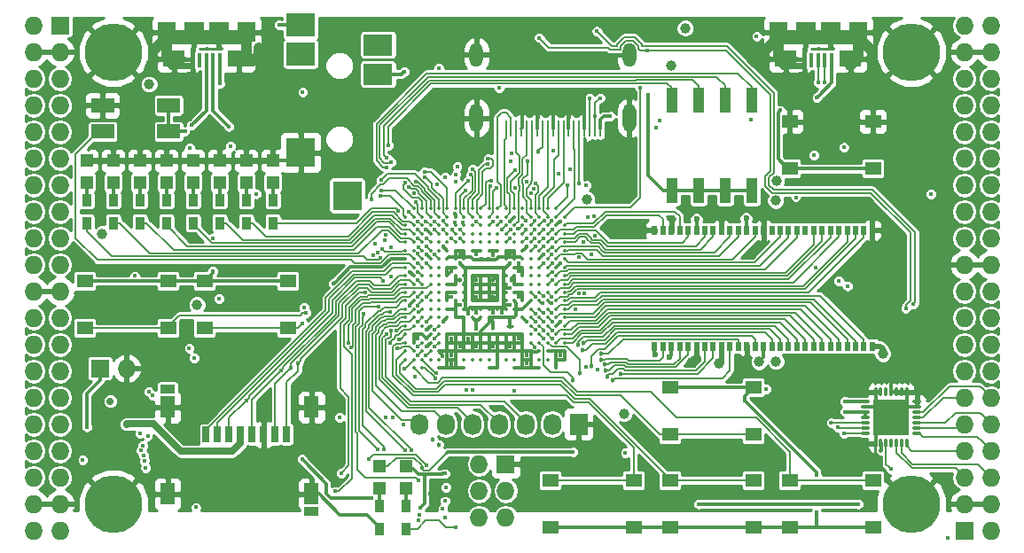
<source format=gtl>
G04 #@! TF.FileFunction,Copper,L1,Top,Signal*
%FSLAX46Y46*%
G04 Gerber Fmt 4.6, Leading zero omitted, Abs format (unit mm)*
G04 Created by KiCad (PCBNEW 4.0.7+dfsg1-1) date Tue Oct 31 16:12:04 2017*
%MOMM*%
%LPD*%
G01*
G04 APERTURE LIST*
%ADD10C,0.100000*%
%ADD11R,1.198880X1.198880*%
%ADD12R,0.560000X0.900000*%
%ADD13R,1.727200X1.727200*%
%ADD14O,1.727200X1.727200*%
%ADD15C,5.500000*%
%ADD16R,2.200000X1.400000*%
%ADD17R,0.900000X1.200000*%
%ADD18R,2.100000X1.600000*%
%ADD19R,1.900000X1.900000*%
%ADD20R,0.400000X1.350000*%
%ADD21R,1.800000X1.900000*%
%ADD22O,0.850000X0.300000*%
%ADD23O,0.300000X0.850000*%
%ADD24R,1.675000X1.675000*%
%ADD25R,1.727200X2.032000*%
%ADD26O,1.727200X2.032000*%
%ADD27R,2.800000X2.200000*%
%ADD28R,2.800000X2.800000*%
%ADD29R,2.800000X2.000000*%
%ADD30O,1.300000X2.700000*%
%ADD31O,1.300000X2.300000*%
%ADD32R,0.250000X1.600000*%
%ADD33R,1.550000X1.300000*%
%ADD34R,1.120000X2.440000*%
%ADD35C,0.350000*%
%ADD36R,0.700000X1.500000*%
%ADD37R,1.450000X0.900000*%
%ADD38R,1.450000X2.000000*%
%ADD39C,0.400000*%
%ADD40C,0.454000*%
%ADD41C,1.000000*%
%ADD42C,0.600000*%
%ADD43C,0.700000*%
%ADD44C,0.300000*%
%ADD45C,1.000000*%
%ADD46C,0.600000*%
%ADD47C,0.500000*%
%ADD48C,0.190000*%
%ADD49C,0.200000*%
%ADD50C,0.700000*%
%ADD51C,0.254000*%
G04 APERTURE END LIST*
D10*
D11*
X118230000Y-77709020D03*
X118230000Y-75610980D03*
X115690000Y-77709020D03*
X115690000Y-75610980D03*
X113150000Y-77709020D03*
X113150000Y-75610980D03*
X110610000Y-77709020D03*
X110610000Y-75610980D03*
X108070000Y-77709020D03*
X108070000Y-75610980D03*
X105530000Y-77709020D03*
X105530000Y-75610980D03*
X102990000Y-77709020D03*
X102990000Y-75610980D03*
X100450000Y-77709020D03*
X100450000Y-75610980D03*
D12*
X175480000Y-82270000D03*
X154680000Y-93330000D03*
X155480000Y-93330000D03*
X156280000Y-93330000D03*
X157080000Y-93330000D03*
X157880000Y-93330000D03*
X158680000Y-93330000D03*
X159480000Y-93330000D03*
X160280000Y-93330000D03*
X161080000Y-93330000D03*
X161880000Y-93330000D03*
X162680000Y-93330000D03*
X163480000Y-93330000D03*
X164280000Y-93330000D03*
X165080000Y-93330000D03*
X165880000Y-93330000D03*
X166680000Y-93330000D03*
X167480000Y-93330000D03*
X168280000Y-93330000D03*
X169080000Y-93330000D03*
X169880000Y-93330000D03*
X170680000Y-93330000D03*
X171480000Y-93330000D03*
X172280000Y-93330000D03*
X173080000Y-93330000D03*
X173880000Y-93330000D03*
X174680000Y-93330000D03*
X175480000Y-93330000D03*
X174680000Y-82270000D03*
X173880000Y-82270000D03*
X173080000Y-82270000D03*
X172280000Y-82270000D03*
X171480000Y-82270000D03*
X170680000Y-82270000D03*
X169880000Y-82270000D03*
X169080000Y-82270000D03*
X168280000Y-82270000D03*
X167480000Y-82270000D03*
X166680000Y-82270000D03*
X165880000Y-82270000D03*
X165080000Y-82270000D03*
X164280000Y-82270000D03*
X163480000Y-82270000D03*
X162680000Y-82270000D03*
X161880000Y-82270000D03*
X161080000Y-82270000D03*
X160280000Y-82270000D03*
X159480000Y-82270000D03*
X158680000Y-82270000D03*
X157880000Y-82270000D03*
X157080000Y-82270000D03*
X156280000Y-82270000D03*
X155480000Y-82270000D03*
X154680000Y-82270000D03*
D13*
X97910000Y-62690000D03*
D14*
X95370000Y-62690000D03*
X97910000Y-65230000D03*
X95370000Y-65230000D03*
X97910000Y-67770000D03*
X95370000Y-67770000D03*
X97910000Y-70310000D03*
X95370000Y-70310000D03*
X97910000Y-72850000D03*
X95370000Y-72850000D03*
X97910000Y-75390000D03*
X95370000Y-75390000D03*
X97910000Y-77930000D03*
X95370000Y-77930000D03*
X97910000Y-80470000D03*
X95370000Y-80470000D03*
X97910000Y-83010000D03*
X95370000Y-83010000D03*
X97910000Y-85550000D03*
X95370000Y-85550000D03*
X97910000Y-88090000D03*
X95370000Y-88090000D03*
X97910000Y-90630000D03*
X95370000Y-90630000D03*
X97910000Y-93170000D03*
X95370000Y-93170000D03*
X97910000Y-95710000D03*
X95370000Y-95710000D03*
X97910000Y-98250000D03*
X95370000Y-98250000D03*
X97910000Y-100790000D03*
X95370000Y-100790000D03*
X97910000Y-103330000D03*
X95370000Y-103330000D03*
X97910000Y-105870000D03*
X95370000Y-105870000D03*
X97910000Y-108410000D03*
X95370000Y-108410000D03*
X97910000Y-110950000D03*
X95370000Y-110950000D03*
D13*
X184270000Y-110950000D03*
D14*
X186810000Y-110950000D03*
X184270000Y-108410000D03*
X186810000Y-108410000D03*
X184270000Y-105870000D03*
X186810000Y-105870000D03*
X184270000Y-103330000D03*
X186810000Y-103330000D03*
X184270000Y-100790000D03*
X186810000Y-100790000D03*
X184270000Y-98250000D03*
X186810000Y-98250000D03*
X184270000Y-95710000D03*
X186810000Y-95710000D03*
X184270000Y-93170000D03*
X186810000Y-93170000D03*
X184270000Y-90630000D03*
X186810000Y-90630000D03*
X184270000Y-88090000D03*
X186810000Y-88090000D03*
X184270000Y-85550000D03*
X186810000Y-85550000D03*
X184270000Y-83010000D03*
X186810000Y-83010000D03*
X184270000Y-80470000D03*
X186810000Y-80470000D03*
X184270000Y-77930000D03*
X186810000Y-77930000D03*
X184270000Y-75390000D03*
X186810000Y-75390000D03*
X184270000Y-72850000D03*
X186810000Y-72850000D03*
X184270000Y-70310000D03*
X186810000Y-70310000D03*
X184270000Y-67770000D03*
X186810000Y-67770000D03*
X184270000Y-65230000D03*
X186810000Y-65230000D03*
X184270000Y-62690000D03*
X186810000Y-62690000D03*
D15*
X102990000Y-108410000D03*
X179190000Y-108410000D03*
X179190000Y-65230000D03*
X102990000Y-65230000D03*
D16*
X108274000Y-70330000D03*
X101974000Y-70330000D03*
X101974000Y-72830000D03*
X108274000Y-72830000D03*
D13*
X101720000Y-95456000D03*
D14*
X104260000Y-95456000D03*
D11*
X128390000Y-104820980D03*
X128390000Y-106919020D03*
X130930000Y-104820980D03*
X130930000Y-106919020D03*
D17*
X128390000Y-108580000D03*
X128390000Y-110780000D03*
X130930000Y-110780000D03*
X130930000Y-108580000D03*
D18*
X114980000Y-65875000D03*
X108780000Y-65875000D03*
D19*
X113080000Y-63325000D03*
X110680000Y-63325000D03*
D20*
X113180000Y-66000000D03*
X112530000Y-66000000D03*
X111880000Y-66000000D03*
X111230000Y-66000000D03*
X110580000Y-66000000D03*
D21*
X115680000Y-63325000D03*
X108080000Y-63325000D03*
D18*
X173400000Y-65875000D03*
X167200000Y-65875000D03*
D19*
X171500000Y-63325000D03*
X169100000Y-63325000D03*
D20*
X171600000Y-66000000D03*
X170950000Y-66000000D03*
X170300000Y-66000000D03*
X169650000Y-66000000D03*
X169000000Y-66000000D03*
D21*
X174100000Y-63325000D03*
X166500000Y-63325000D03*
D13*
X140455000Y-104600000D03*
D14*
X137915000Y-104600000D03*
X140455000Y-107140000D03*
X137915000Y-107140000D03*
X140455000Y-109680000D03*
X137915000Y-109680000D03*
D17*
X118230000Y-81570000D03*
X118230000Y-79370000D03*
X115690000Y-81570000D03*
X115690000Y-79370000D03*
X113150000Y-81570000D03*
X113150000Y-79370000D03*
X110610000Y-81570000D03*
X110610000Y-79370000D03*
X108070000Y-81570000D03*
X108070000Y-79370000D03*
X105530000Y-81570000D03*
X105530000Y-79370000D03*
X102990000Y-81570000D03*
X102990000Y-79370000D03*
X100450000Y-81570000D03*
X100450000Y-79370000D03*
D22*
X179735000Y-101655000D03*
X179735000Y-101155000D03*
X179735000Y-100655000D03*
X179735000Y-100155000D03*
X179735000Y-99655000D03*
X179735000Y-99155000D03*
X179735000Y-98655000D03*
D23*
X178785000Y-97705000D03*
X178285000Y-97705000D03*
X177785000Y-97705000D03*
X177285000Y-97705000D03*
X176785000Y-97705000D03*
X176285000Y-97705000D03*
X175785000Y-97705000D03*
D22*
X174835000Y-98655000D03*
X174835000Y-99155000D03*
X174835000Y-99655000D03*
X174835000Y-100155000D03*
X174835000Y-100655000D03*
X174835000Y-101155000D03*
X174835000Y-101655000D03*
D23*
X175785000Y-102605000D03*
X176285000Y-102605000D03*
X176785000Y-102605000D03*
X177285000Y-102605000D03*
X177785000Y-102605000D03*
X178285000Y-102605000D03*
X178785000Y-102605000D03*
D24*
X176447500Y-99317500D03*
X176447500Y-100992500D03*
X178122500Y-99317500D03*
X178122500Y-100992500D03*
D25*
X147440000Y-100790000D03*
D26*
X144900000Y-100790000D03*
X142360000Y-100790000D03*
X139820000Y-100790000D03*
X137280000Y-100790000D03*
X134740000Y-100790000D03*
X132200000Y-100790000D03*
D27*
X120880000Y-62640000D03*
X120880000Y-65440000D03*
D28*
X120880000Y-74840000D03*
X125330000Y-78940000D03*
D29*
X128280000Y-67340000D03*
X128280000Y-64540000D03*
D30*
X152280000Y-71550000D03*
X137680000Y-71550000D03*
D31*
X137680000Y-65500000D03*
D32*
X140480000Y-72500000D03*
X140980000Y-72500000D03*
X141480000Y-72500000D03*
X141980000Y-72500000D03*
X142480000Y-72500000D03*
X142980000Y-72500000D03*
X143480000Y-72500000D03*
X143980000Y-72500000D03*
X144480000Y-72500000D03*
X144980000Y-72500000D03*
X145480000Y-72500000D03*
X145980000Y-72500000D03*
X146480000Y-72500000D03*
X146980000Y-72500000D03*
X147480000Y-72500000D03*
X147980000Y-72500000D03*
X148480000Y-72500000D03*
X148980000Y-72500000D03*
X149480000Y-72500000D03*
D31*
X152280000Y-65500000D03*
D33*
X175550000Y-71870000D03*
X175550000Y-76370000D03*
X167590000Y-76370000D03*
X167590000Y-71870000D03*
X100280000Y-91610000D03*
X100280000Y-87110000D03*
X108240000Y-87110000D03*
X108240000Y-91610000D03*
X111710000Y-91610000D03*
X111710000Y-87110000D03*
X119670000Y-87110000D03*
X119670000Y-91610000D03*
X156160000Y-101770000D03*
X156160000Y-97270000D03*
X164120000Y-97270000D03*
X164120000Y-101770000D03*
X164120000Y-106160000D03*
X164120000Y-110660000D03*
X156160000Y-110660000D03*
X156160000Y-106160000D03*
X152690000Y-106160000D03*
X152690000Y-110660000D03*
X144730000Y-110660000D03*
X144730000Y-106160000D03*
X175550000Y-106160000D03*
X175550000Y-110660000D03*
X167590000Y-110660000D03*
X167590000Y-106160000D03*
D34*
X163950000Y-69815000D03*
X156330000Y-78425000D03*
X161410000Y-69815000D03*
X158870000Y-78425000D03*
X158870000Y-69815000D03*
X161410000Y-78425000D03*
X156330000Y-69815000D03*
X163950000Y-78425000D03*
D35*
X131680000Y-80200000D03*
X132480000Y-80200000D03*
X133280000Y-80200000D03*
X134080000Y-80200000D03*
X134880000Y-80200000D03*
X135680000Y-80200000D03*
X136480000Y-80200000D03*
X137280000Y-80200000D03*
X138080000Y-80200000D03*
X138880000Y-80200000D03*
X139680000Y-80200000D03*
X140480000Y-80200000D03*
X141280000Y-80200000D03*
X142080000Y-80200000D03*
X142880000Y-80200000D03*
X143680000Y-80200000D03*
X144480000Y-80200000D03*
X145280000Y-80200000D03*
X130880000Y-81000000D03*
X131680000Y-81000000D03*
X132480000Y-81000000D03*
X133280000Y-81000000D03*
X134080000Y-81000000D03*
X134880000Y-81000000D03*
X135680000Y-81000000D03*
X136480000Y-81000000D03*
X137280000Y-81000000D03*
X138080000Y-81000000D03*
X138880000Y-81000000D03*
X139680000Y-81000000D03*
X140480000Y-81000000D03*
X141280000Y-81000000D03*
X142080000Y-81000000D03*
X142880000Y-81000000D03*
X143680000Y-81000000D03*
X144480000Y-81000000D03*
X145280000Y-81000000D03*
X146080000Y-81000000D03*
X130880000Y-81800000D03*
X131680000Y-81800000D03*
X132480000Y-81800000D03*
X133280000Y-81800000D03*
X134080000Y-81800000D03*
X134880000Y-81800000D03*
X135680000Y-81800000D03*
X136480000Y-81800000D03*
X137280000Y-81800000D03*
X138080000Y-81800000D03*
X138880000Y-81800000D03*
X139680000Y-81800000D03*
X140480000Y-81800000D03*
X141280000Y-81800000D03*
X142080000Y-81800000D03*
X142880000Y-81800000D03*
X143680000Y-81800000D03*
X144480000Y-81800000D03*
X145280000Y-81800000D03*
X146080000Y-81800000D03*
X130880000Y-82600000D03*
X131680000Y-82600000D03*
X132480000Y-82600000D03*
X133280000Y-82600000D03*
X134080000Y-82600000D03*
X134880000Y-82600000D03*
X135680000Y-82600000D03*
X136480000Y-82600000D03*
X137280000Y-82600000D03*
X138080000Y-82600000D03*
X138880000Y-82600000D03*
X139680000Y-82600000D03*
X140480000Y-82600000D03*
X141280000Y-82600000D03*
X142080000Y-82600000D03*
X142880000Y-82600000D03*
X143680000Y-82600000D03*
X144480000Y-82600000D03*
X145280000Y-82600000D03*
X146080000Y-82600000D03*
X130880000Y-83400000D03*
X131680000Y-83400000D03*
X132480000Y-83400000D03*
X133280000Y-83400000D03*
X134080000Y-83400000D03*
X134880000Y-83400000D03*
X135680000Y-83400000D03*
X136480000Y-83400000D03*
X137280000Y-83400000D03*
X138080000Y-83400000D03*
X138880000Y-83400000D03*
X139680000Y-83400000D03*
X140480000Y-83400000D03*
X141280000Y-83400000D03*
X142080000Y-83400000D03*
X142880000Y-83400000D03*
X143680000Y-83400000D03*
X144480000Y-83400000D03*
X145280000Y-83400000D03*
X146080000Y-83400000D03*
X130880000Y-84200000D03*
X131680000Y-84200000D03*
X132480000Y-84200000D03*
X133280000Y-84200000D03*
X134080000Y-84200000D03*
X134880000Y-84200000D03*
X135680000Y-84200000D03*
X136480000Y-84200000D03*
X137280000Y-84200000D03*
X138080000Y-84200000D03*
X138880000Y-84200000D03*
X139680000Y-84200000D03*
X140480000Y-84200000D03*
X141280000Y-84200000D03*
X142080000Y-84200000D03*
X142880000Y-84200000D03*
X143680000Y-84200000D03*
X144480000Y-84200000D03*
X145280000Y-84200000D03*
X146080000Y-84200000D03*
X130880000Y-85000000D03*
X131680000Y-85000000D03*
X132480000Y-85000000D03*
X133280000Y-85000000D03*
X134080000Y-85000000D03*
X134880000Y-85000000D03*
X135680000Y-85000000D03*
X136480000Y-85000000D03*
X137280000Y-85000000D03*
X138080000Y-85000000D03*
X138880000Y-85000000D03*
X139680000Y-85000000D03*
X140480000Y-85000000D03*
X141280000Y-85000000D03*
X142080000Y-85000000D03*
X142880000Y-85000000D03*
X143680000Y-85000000D03*
X144480000Y-85000000D03*
X145280000Y-85000000D03*
X146080000Y-85000000D03*
X130880000Y-85800000D03*
X131680000Y-85800000D03*
X132480000Y-85800000D03*
X133280000Y-85800000D03*
X134080000Y-85800000D03*
X134880000Y-85800000D03*
X135680000Y-85800000D03*
X136480000Y-85800000D03*
X137280000Y-85800000D03*
X138080000Y-85800000D03*
X138880000Y-85800000D03*
X139680000Y-85800000D03*
X140480000Y-85800000D03*
X141280000Y-85800000D03*
X142080000Y-85800000D03*
X142880000Y-85800000D03*
X143680000Y-85800000D03*
X144480000Y-85800000D03*
X145280000Y-85800000D03*
X146080000Y-85800000D03*
X130880000Y-86600000D03*
X131680000Y-86600000D03*
X132480000Y-86600000D03*
X133280000Y-86600000D03*
X134080000Y-86600000D03*
X134880000Y-86600000D03*
X135680000Y-86600000D03*
X136480000Y-86600000D03*
X137280000Y-86600000D03*
X138080000Y-86600000D03*
X138880000Y-86600000D03*
X139680000Y-86600000D03*
X140480000Y-86600000D03*
X141280000Y-86600000D03*
X142080000Y-86600000D03*
X142880000Y-86600000D03*
X143680000Y-86600000D03*
X144480000Y-86600000D03*
X145280000Y-86600000D03*
X146080000Y-86600000D03*
X130880000Y-87400000D03*
X131680000Y-87400000D03*
X132480000Y-87400000D03*
X133280000Y-87400000D03*
X134080000Y-87400000D03*
X134880000Y-87400000D03*
X135680000Y-87400000D03*
X136480000Y-87400000D03*
X137280000Y-87400000D03*
X138080000Y-87400000D03*
X138880000Y-87400000D03*
X139680000Y-87400000D03*
X140480000Y-87400000D03*
X141280000Y-87400000D03*
X142080000Y-87400000D03*
X142880000Y-87400000D03*
X143680000Y-87400000D03*
X144480000Y-87400000D03*
X145280000Y-87400000D03*
X146080000Y-87400000D03*
X130880000Y-88200000D03*
X131680000Y-88200000D03*
X132480000Y-88200000D03*
X133280000Y-88200000D03*
X134080000Y-88200000D03*
X134880000Y-88200000D03*
X135680000Y-88200000D03*
X136480000Y-88200000D03*
X137280000Y-88200000D03*
X138080000Y-88200000D03*
X138880000Y-88200000D03*
X139680000Y-88200000D03*
X140480000Y-88200000D03*
X141280000Y-88200000D03*
X142080000Y-88200000D03*
X142880000Y-88200000D03*
X143680000Y-88200000D03*
X144480000Y-88200000D03*
X145280000Y-88200000D03*
X146080000Y-88200000D03*
X130880000Y-89000000D03*
X131680000Y-89000000D03*
X132480000Y-89000000D03*
X133280000Y-89000000D03*
X134080000Y-89000000D03*
X134880000Y-89000000D03*
X135680000Y-89000000D03*
X136480000Y-89000000D03*
X137280000Y-89000000D03*
X138080000Y-89000000D03*
X138880000Y-89000000D03*
X139680000Y-89000000D03*
X140480000Y-89000000D03*
X141280000Y-89000000D03*
X142080000Y-89000000D03*
X142880000Y-89000000D03*
X143680000Y-89000000D03*
X144480000Y-89000000D03*
X145280000Y-89000000D03*
X146080000Y-89000000D03*
X130880000Y-89800000D03*
X131680000Y-89800000D03*
X132480000Y-89800000D03*
X133280000Y-89800000D03*
X134080000Y-89800000D03*
X134880000Y-89800000D03*
X135680000Y-89800000D03*
X136480000Y-89800000D03*
X137280000Y-89800000D03*
X138080000Y-89800000D03*
X138880000Y-89800000D03*
X139680000Y-89800000D03*
X140480000Y-89800000D03*
X141280000Y-89800000D03*
X142080000Y-89800000D03*
X142880000Y-89800000D03*
X143680000Y-89800000D03*
X144480000Y-89800000D03*
X145280000Y-89800000D03*
X146080000Y-89800000D03*
X130880000Y-90600000D03*
X131680000Y-90600000D03*
X132480000Y-90600000D03*
X133280000Y-90600000D03*
X134080000Y-90600000D03*
X134880000Y-90600000D03*
X135680000Y-90600000D03*
X136480000Y-90600000D03*
X137280000Y-90600000D03*
X138080000Y-90600000D03*
X138880000Y-90600000D03*
X139680000Y-90600000D03*
X140480000Y-90600000D03*
X141280000Y-90600000D03*
X142080000Y-90600000D03*
X142880000Y-90600000D03*
X143680000Y-90600000D03*
X144480000Y-90600000D03*
X145280000Y-90600000D03*
X146080000Y-90600000D03*
X130880000Y-91400000D03*
X131680000Y-91400000D03*
X132480000Y-91400000D03*
X133280000Y-91400000D03*
X134080000Y-91400000D03*
X142880000Y-91400000D03*
X143680000Y-91400000D03*
X144480000Y-91400000D03*
X145280000Y-91400000D03*
X146080000Y-91400000D03*
X130880000Y-92200000D03*
X131680000Y-92200000D03*
X132480000Y-92200000D03*
X133280000Y-92200000D03*
X134080000Y-92200000D03*
X134880000Y-92200000D03*
X135680000Y-92200000D03*
X136480000Y-92200000D03*
X137280000Y-92200000D03*
X138080000Y-92200000D03*
X138880000Y-92200000D03*
X139680000Y-92200000D03*
X140480000Y-92200000D03*
X141280000Y-92200000D03*
X142080000Y-92200000D03*
X142880000Y-92200000D03*
X143680000Y-92200000D03*
X144480000Y-92200000D03*
X145280000Y-92200000D03*
X146080000Y-92200000D03*
X130880000Y-93000000D03*
X131680000Y-93000000D03*
X132480000Y-93000000D03*
X133280000Y-93000000D03*
X134080000Y-93000000D03*
X134880000Y-93000000D03*
X135680000Y-93000000D03*
X136480000Y-93000000D03*
X137280000Y-93000000D03*
X138080000Y-93000000D03*
X138880000Y-93000000D03*
X139680000Y-93000000D03*
X140480000Y-93000000D03*
X141280000Y-93000000D03*
X142080000Y-93000000D03*
X142880000Y-93000000D03*
X143680000Y-93000000D03*
X144480000Y-93000000D03*
X145280000Y-93000000D03*
X146080000Y-93000000D03*
X130880000Y-93800000D03*
X131680000Y-93800000D03*
X132480000Y-93800000D03*
X133280000Y-93800000D03*
X134080000Y-93800000D03*
X134880000Y-93800000D03*
X135680000Y-93800000D03*
X136480000Y-93800000D03*
X137280000Y-93800000D03*
X138080000Y-93800000D03*
X138880000Y-93800000D03*
X139680000Y-93800000D03*
X140480000Y-93800000D03*
X141280000Y-93800000D03*
X142080000Y-93800000D03*
X142880000Y-93800000D03*
X143680000Y-93800000D03*
X144480000Y-93800000D03*
X145280000Y-93800000D03*
X146080000Y-93800000D03*
X130880000Y-94600000D03*
X131680000Y-94600000D03*
X132480000Y-94600000D03*
X133280000Y-94600000D03*
X134080000Y-94600000D03*
X134880000Y-94600000D03*
X135680000Y-94600000D03*
X136480000Y-94600000D03*
X137280000Y-94600000D03*
X138080000Y-94600000D03*
X138880000Y-94600000D03*
X139680000Y-94600000D03*
X140480000Y-94600000D03*
X141280000Y-94600000D03*
X142080000Y-94600000D03*
X142880000Y-94600000D03*
X143680000Y-94600000D03*
X144480000Y-94600000D03*
X145280000Y-94600000D03*
X146080000Y-94600000D03*
X131680000Y-95400000D03*
X132480000Y-95400000D03*
X134080000Y-95400000D03*
X134880000Y-95400000D03*
X135680000Y-95400000D03*
X136480000Y-95400000D03*
X138880000Y-95400000D03*
X139680000Y-95400000D03*
X141280000Y-95400000D03*
X142080000Y-95400000D03*
X142880000Y-95400000D03*
X143680000Y-95400000D03*
X145280000Y-95400000D03*
D36*
X111855000Y-101765000D03*
X112955000Y-101765000D03*
X114055000Y-101765000D03*
X115155000Y-101765000D03*
X116255000Y-101765000D03*
X117355000Y-101765000D03*
X118455000Y-101765000D03*
X119555000Y-101765000D03*
D37*
X108180000Y-97465000D03*
X121930000Y-109115000D03*
D38*
X121930000Y-99165000D03*
X108180000Y-99165000D03*
X108180000Y-107465000D03*
X121930000Y-107465000D03*
D39*
X133216000Y-107465000D03*
X137680000Y-88600000D03*
X142480000Y-95000000D03*
X141680000Y-92600000D03*
X140836000Y-84534000D03*
X135284627Y-94985297D03*
X135288625Y-94225619D03*
X134455822Y-94267172D03*
X131280000Y-89450837D03*
X120770000Y-72215000D03*
X136095958Y-93369652D03*
D40*
X139264636Y-91615205D03*
D39*
X139575609Y-69792857D03*
D41*
X116880503Y-64802940D03*
X106974809Y-64953974D03*
X175210328Y-64948943D03*
X165417246Y-64954666D03*
D39*
X175495631Y-71457432D03*
X146468970Y-70993942D03*
X144978424Y-71024054D03*
X143480350Y-71016526D03*
X142000564Y-71008511D03*
X147987361Y-71377791D03*
X144102010Y-84600000D03*
X132880424Y-84561218D03*
X135567436Y-80702302D03*
X132810347Y-82177990D03*
X145713035Y-91022010D03*
X145680000Y-94177990D03*
X177285000Y-95710000D03*
D41*
X177229911Y-82281349D03*
D39*
X170046000Y-85804000D03*
D42*
X164741832Y-81130572D03*
X161067993Y-81216119D03*
D41*
X158233687Y-94852616D03*
X162992748Y-94820185D03*
D42*
X156280000Y-81210838D03*
D39*
X131254529Y-86251357D03*
X140880000Y-81400000D03*
X136085174Y-89394826D03*
X145680000Y-81400000D03*
X150080000Y-81600000D03*
X140874194Y-91433353D03*
X145680000Y-85422010D03*
X142480000Y-94200000D03*
X140880000Y-93400000D03*
X139280000Y-93400000D03*
X137680000Y-93400000D03*
X136880000Y-92600000D03*
X135280000Y-92600000D03*
X132880000Y-91800000D03*
X132880000Y-93400000D03*
D40*
X141042859Y-86994997D03*
X139280000Y-87000000D03*
X136110990Y-86995403D03*
X137680000Y-87000000D03*
X136080000Y-84600000D03*
X139280000Y-88600000D03*
D39*
X121003132Y-104131127D03*
X127656639Y-107816792D03*
D41*
X156235582Y-66548363D03*
X166321614Y-77572282D03*
X166248957Y-79408030D03*
X101932065Y-82585048D03*
X106417803Y-68312483D03*
X166280000Y-94800000D03*
D39*
X150457224Y-71377791D03*
X172289562Y-87124051D03*
D41*
X157600000Y-62944000D03*
D43*
X102710050Y-98594954D03*
D39*
X110855283Y-108726380D03*
X148160764Y-77980787D03*
X154794000Y-72426000D03*
D41*
X148202000Y-79327000D03*
D39*
X129005202Y-100174798D03*
X137659051Y-91638034D03*
X139820000Y-68665673D03*
X172834633Y-99599920D03*
X172879922Y-98618650D03*
X176305593Y-103279812D03*
X165349214Y-97422919D03*
D41*
X160875897Y-94988750D03*
D39*
X164433885Y-63737451D03*
X134079160Y-66786153D03*
X109828000Y-72830000D03*
X116654336Y-78777990D03*
D41*
X176474303Y-94069095D03*
D39*
X173094000Y-87582000D03*
D42*
X163422030Y-81120665D03*
X154726292Y-94171363D03*
X156077107Y-94380779D03*
X158680000Y-81210838D03*
D39*
X112515000Y-83010000D03*
X181065000Y-78785000D03*
X100080000Y-104200000D03*
X113080000Y-88800000D03*
D41*
X164653770Y-94825547D03*
D39*
X135273306Y-88618602D03*
X139272517Y-84611349D03*
X137680556Y-84534085D03*
X141680000Y-86200000D03*
X135280000Y-86200000D03*
X132880000Y-92600000D03*
X132080000Y-92600000D03*
X141680000Y-88600000D03*
X141680000Y-85400000D03*
D41*
X151758000Y-99774000D03*
D39*
X136885174Y-90194826D03*
X140094890Y-90122990D03*
X139280000Y-90122990D03*
X140880000Y-89400000D03*
X137680000Y-90172990D03*
X140880000Y-87800000D03*
X140880000Y-85400000D03*
D40*
X136080000Y-85400000D03*
D39*
X130022680Y-91834237D03*
X121369010Y-90164222D03*
X130279644Y-92674772D03*
X121041200Y-91125073D03*
D41*
X110991000Y-89360000D03*
D39*
X142480000Y-91000000D03*
X142480000Y-83800000D03*
X134480000Y-83800000D03*
X134480000Y-91000000D03*
X121086654Y-69078528D03*
X105037711Y-86632990D03*
X155149360Y-71764535D03*
X170182962Y-69571012D03*
X174110000Y-108410000D03*
X158870000Y-108410000D03*
X137295592Y-97538017D03*
X134750646Y-106810513D03*
X133680000Y-91800000D03*
D40*
X134074414Y-102752225D03*
D39*
X136740903Y-97514503D03*
X134675868Y-108131585D03*
D40*
X133449289Y-102232615D03*
D39*
X133680000Y-92600000D03*
X133685482Y-93402296D03*
X127358154Y-104128048D03*
X132936956Y-104698915D03*
X134463998Y-108841973D03*
X130692380Y-100790000D03*
X131808905Y-96227367D03*
X134636872Y-109719950D03*
X132846234Y-94197073D03*
X118858690Y-62658970D03*
X130761990Y-67119621D03*
X148477832Y-69619684D03*
X149475951Y-69619684D03*
X148991194Y-71377791D03*
X153984196Y-65077116D03*
X153322343Y-68673419D03*
X143650666Y-63862520D03*
X178665908Y-89713903D03*
X149183754Y-63257114D03*
X179375977Y-89317806D03*
X140035989Y-81400000D03*
X115729998Y-98493136D03*
X128776655Y-87110882D03*
X132077895Y-86272150D03*
X119008515Y-95662939D03*
D40*
X119978162Y-95412951D03*
X120634035Y-94977604D03*
D39*
X113212238Y-68244401D03*
X146387166Y-77939336D03*
X147480000Y-77822010D03*
X131453853Y-103260518D03*
X144891634Y-91008466D03*
D40*
X148653935Y-95249010D03*
X149565978Y-94054788D03*
D39*
X144867244Y-90164455D03*
D40*
X150720500Y-96575802D03*
D39*
X144890381Y-83866022D03*
D40*
X151448039Y-95951686D03*
D39*
X144894101Y-83022010D03*
D40*
X150149219Y-96229829D03*
D39*
X144901285Y-86268736D03*
D40*
X150033441Y-95660469D03*
D39*
X144888562Y-86993817D03*
D40*
X149952517Y-95085120D03*
D39*
X144877648Y-88622010D03*
D40*
X149584522Y-94635504D03*
D39*
X144810610Y-89177990D03*
X144895773Y-91874444D03*
D40*
X147777713Y-93691005D03*
D39*
X144113248Y-92588762D03*
D40*
X147356233Y-93219138D03*
X147915304Y-93060979D03*
D39*
X144882352Y-92577990D03*
X130807074Y-95454141D03*
X130141886Y-93532031D03*
X132080000Y-93400000D03*
X129438090Y-93014450D03*
X133852393Y-95875797D03*
X141280000Y-97600000D03*
X133762848Y-96395146D03*
X132080000Y-94200000D03*
X105895603Y-103765816D03*
X128669601Y-84020243D03*
X132080000Y-89450837D03*
X130839486Y-103260518D03*
X129459184Y-90039192D03*
X128806823Y-103185900D03*
X132162861Y-106185868D03*
X128321313Y-89539949D03*
X132880000Y-88600000D03*
X127040053Y-88166906D03*
X124741825Y-105494691D03*
X132080000Y-87000000D03*
X125740979Y-93452427D03*
X124202418Y-107207639D03*
D40*
X142530990Y-75662841D03*
X143525587Y-74749772D03*
D39*
X110313517Y-74380698D03*
X132146108Y-109940263D03*
X114166000Y-74247000D03*
X132189000Y-109415000D03*
X135694981Y-77648547D03*
X135567436Y-81489225D03*
X134702010Y-77200000D03*
X134471354Y-81347908D03*
X132761172Y-77202673D03*
X132737245Y-76676207D03*
X128545566Y-77476577D03*
X127643658Y-79355564D03*
X110718734Y-94451783D03*
X128515897Y-78994176D03*
X110249038Y-93533767D03*
X128569727Y-78469921D03*
X106368514Y-97662752D03*
X131230910Y-78113843D03*
X106741168Y-98035405D03*
X131709326Y-78745875D03*
X132783332Y-81399993D03*
X105572759Y-101661319D03*
X129016746Y-82660638D03*
X132084821Y-83022010D03*
X106281049Y-101893466D03*
X128948848Y-83183258D03*
X132886504Y-83777990D03*
X105813763Y-102819336D03*
X129513931Y-83860979D03*
X132117443Y-83866021D03*
X105627254Y-103312241D03*
X127966259Y-83515785D03*
X132079996Y-84503337D03*
X105992720Y-104283802D03*
X128261987Y-84383463D03*
X133671942Y-84595200D03*
X106088753Y-104974041D03*
X127824162Y-84676807D03*
X132875802Y-85428138D03*
D40*
X146862501Y-96617499D03*
X147534467Y-95913260D03*
D39*
X148102806Y-95339021D03*
X143280000Y-91000000D03*
X149207706Y-95605291D03*
X144082424Y-90132858D03*
X143989948Y-89177990D03*
X147125926Y-89802879D03*
X143281824Y-90201951D03*
X144102010Y-85397219D03*
X147422472Y-84858593D03*
X144886544Y-85385186D03*
X144102010Y-83000000D03*
X148975652Y-82755341D03*
X144885092Y-82177990D03*
X147470668Y-88324835D03*
X144082832Y-88584510D03*
X147997681Y-88324844D03*
X143278026Y-88595030D03*
X144102010Y-82185600D03*
X148935852Y-80899014D03*
X148337768Y-80975785D03*
X144866392Y-81333979D03*
X139280000Y-81400000D03*
X139585116Y-78205862D03*
X138968064Y-78040948D03*
X139049357Y-77520244D03*
X138775679Y-75942989D03*
X138779198Y-75400762D03*
X137680000Y-81400000D03*
X137308732Y-76415018D03*
X137106948Y-76979922D03*
X136856003Y-77562978D03*
X136634118Y-78451672D03*
X135830698Y-76200613D03*
X136411444Y-81497309D03*
X148668800Y-84550385D03*
X144877691Y-84532933D03*
X144102010Y-83800000D03*
X147894174Y-83335809D03*
X142852716Y-78759927D03*
X142473549Y-82998913D03*
X143105106Y-78295223D03*
X142396423Y-82191394D03*
X145494012Y-76834828D03*
X144146021Y-81374784D03*
X143331797Y-77819457D03*
X146627648Y-76461302D03*
X143257990Y-82207154D03*
X143257990Y-81379632D03*
X141380161Y-78226966D03*
X145017056Y-74655847D03*
X141657990Y-82130345D03*
X142413979Y-81382236D03*
X140080000Y-82200000D03*
X141342967Y-76554996D03*
X141046643Y-74873804D03*
X140864029Y-83041403D03*
X140980062Y-75681941D03*
X140924011Y-82179283D03*
X129542604Y-86703515D03*
X132880000Y-83022010D03*
X132080000Y-82177990D03*
X132080000Y-81400000D03*
X131847310Y-79589886D03*
X130856828Y-77742623D03*
X131923295Y-77584853D03*
X133654358Y-82177990D03*
X133627343Y-81396408D03*
X129493635Y-91853281D03*
X132880000Y-91000000D03*
X129092715Y-92195341D03*
X132077648Y-90977990D03*
X130196821Y-80377733D03*
X131180000Y-80500000D03*
X128489708Y-84867377D03*
X132079620Y-85428138D03*
X163908850Y-71651861D03*
X134501414Y-82177578D03*
X133922194Y-77854836D03*
X135656559Y-110610712D03*
X132448438Y-104994496D03*
X146844288Y-103452739D03*
X134707351Y-105508447D03*
X132280000Y-108800000D03*
D43*
X104260000Y-100790000D03*
D39*
X112515000Y-86185000D03*
X163277422Y-98501717D03*
X170126036Y-109212466D03*
X170157734Y-105666345D03*
X169895346Y-75092988D03*
X143257990Y-83000000D03*
X168166438Y-79108038D03*
X151896383Y-103510715D03*
X114039000Y-72342000D03*
X110483000Y-72215000D03*
X143269694Y-93414905D03*
X177274002Y-105079115D03*
X172761273Y-101651681D03*
X143280000Y-91800000D03*
X172193360Y-101105663D03*
X144064831Y-91877646D03*
X171540304Y-100645743D03*
X144080000Y-91000000D03*
X154044000Y-69294000D03*
X129061632Y-76229575D03*
X135280000Y-83022010D03*
X129493343Y-75737814D03*
X136080000Y-83000000D03*
X129122249Y-75363607D03*
X135345425Y-82176814D03*
X135725421Y-76909376D03*
X129252218Y-74142461D03*
X136080000Y-82200000D03*
X172746637Y-74347988D03*
X143280000Y-83800000D03*
X142480000Y-77600000D03*
X170300000Y-68151000D03*
X170950000Y-68125562D03*
X125423968Y-92992129D03*
X121206217Y-89662983D03*
X132156079Y-90030946D03*
X182675150Y-111637626D03*
X124027706Y-87347706D03*
X124027707Y-87347707D03*
X166678914Y-70803555D03*
X129660000Y-100155000D03*
X124580000Y-100155000D03*
X126880000Y-90200000D03*
X128280000Y-103200000D03*
X132080000Y-88600000D03*
X100450000Y-101044000D03*
D44*
X121930000Y-107465000D02*
X122619000Y-107465000D01*
X122619000Y-107465000D02*
X124580000Y-109426000D01*
X124580000Y-109426000D02*
X127186000Y-109426000D01*
X127186000Y-109426000D02*
X128390000Y-110630000D01*
X128390000Y-110630000D02*
X128390000Y-110780000D01*
X137280000Y-89000000D02*
X137680000Y-88600000D01*
X142480000Y-94600000D02*
X142880000Y-94600000D01*
X142080000Y-94600000D02*
X142480000Y-94600000D01*
X142480000Y-94600000D02*
X142480000Y-95000000D01*
X141680000Y-92200000D02*
X142080000Y-92200000D01*
X141280000Y-92200000D02*
X141680000Y-92200000D01*
X141680000Y-92200000D02*
X141680000Y-92600000D01*
X141280000Y-84200000D02*
X141170000Y-84200000D01*
X141170000Y-84200000D02*
X140836000Y-84534000D01*
X135284627Y-95395373D02*
X135284627Y-95268139D01*
X135280000Y-95400000D02*
X135284627Y-95395373D01*
X135284627Y-95268139D02*
X135284627Y-94985297D01*
X135288625Y-93942777D02*
X135288625Y-94225619D01*
X135288625Y-93808625D02*
X135288625Y-93942777D01*
X135280000Y-93800000D02*
X135288625Y-93808625D01*
X134455822Y-94175822D02*
X134455822Y-94267172D01*
X134080000Y-93800000D02*
X134455822Y-94175822D01*
X145280000Y-94600000D02*
X145280000Y-95400000D01*
X143498655Y-93891906D02*
X143590561Y-93800000D01*
X143040733Y-93891906D02*
X143498655Y-93891906D01*
X142880000Y-93800000D02*
X142948827Y-93800000D01*
X142948827Y-93800000D02*
X143040733Y-93891906D01*
X143590561Y-93800000D02*
X143680000Y-93800000D01*
X145280000Y-93800000D02*
X144480000Y-93800000D01*
X146080000Y-94600000D02*
X146080000Y-93800000D01*
X145280000Y-94600000D02*
X146080000Y-94600000D01*
X142080000Y-95400000D02*
X142080000Y-94600000D01*
X142880000Y-95400000D02*
X142880000Y-94600000D01*
X142880000Y-95400000D02*
X143680000Y-95400000D01*
X142080000Y-95400000D02*
X142880000Y-95400000D01*
X141280000Y-95400000D02*
X142080000Y-95400000D01*
X142080000Y-93000000D02*
X142080000Y-93800000D01*
X138880000Y-92200000D02*
X138880000Y-93000000D01*
X139680000Y-92200000D02*
X139680000Y-93000000D01*
X140480000Y-93000000D02*
X140480000Y-92200000D01*
X141280000Y-93000000D02*
X141280000Y-92200000D01*
X142080000Y-93000000D02*
X141280000Y-93000000D01*
X142080000Y-92200000D02*
X142080000Y-93000000D01*
X140480000Y-92200000D02*
X141280000Y-92200000D01*
X139680000Y-92200000D02*
X140480000Y-92200000D01*
X138880000Y-92200000D02*
X139680000Y-92200000D01*
X138080000Y-92200000D02*
X138880000Y-92200000D01*
X131280000Y-89400000D02*
X131280000Y-89450837D01*
X131680000Y-89000000D02*
X131280000Y-89400000D01*
X120880000Y-74840000D02*
X120880000Y-73140000D01*
X120880000Y-73140000D02*
X120770000Y-73030000D01*
X120770000Y-73030000D02*
X120770000Y-72215000D01*
X136095958Y-93086810D02*
X136095958Y-93369652D01*
X136080000Y-93000000D02*
X136095958Y-93015958D01*
X136095958Y-93015958D02*
X136095958Y-93086810D01*
X139264636Y-91294179D02*
X139264636Y-91615205D01*
X139264636Y-90984636D02*
X139264636Y-91294179D01*
X138880000Y-90600000D02*
X139264636Y-90984636D01*
X139858451Y-69792857D02*
X139575609Y-69792857D01*
X140192348Y-69792857D02*
X139858451Y-69792857D01*
X140785205Y-69200000D02*
X140192348Y-69792857D01*
X141880000Y-69200000D02*
X140785205Y-69200000D01*
D45*
X116880503Y-65510046D02*
X116880503Y-64802940D01*
X116265561Y-66124988D02*
X116880503Y-65510046D01*
X115680000Y-65910000D02*
X115894988Y-66124988D01*
X115680000Y-63960000D02*
X115680000Y-65910000D01*
X115894988Y-66124988D02*
X116265561Y-66124988D01*
X107474808Y-64453975D02*
X106974809Y-64953974D01*
X107968783Y-63960000D02*
X107474808Y-64453975D01*
X108080000Y-63960000D02*
X107968783Y-63960000D01*
X174710329Y-64448944D02*
X175210328Y-64948943D01*
X174100000Y-63960000D02*
X174221385Y-63960000D01*
X174221385Y-63960000D02*
X174710329Y-64448944D01*
X165917245Y-64454667D02*
X165417246Y-64954666D01*
X166411912Y-63960000D02*
X165917245Y-64454667D01*
X166500000Y-63960000D02*
X166411912Y-63960000D01*
D44*
X175495631Y-71740274D02*
X175495631Y-71457432D01*
X175495631Y-72230631D02*
X175495631Y-71740274D01*
X175535000Y-72270000D02*
X175495631Y-72230631D01*
X143480000Y-72500000D02*
X143480000Y-71016876D01*
X143480000Y-71016876D02*
X143480350Y-71016526D01*
X144980000Y-72500000D02*
X144980000Y-71025630D01*
X144980000Y-71025630D02*
X144978424Y-71024054D01*
X146480000Y-72500000D02*
X146480000Y-71004972D01*
X146480000Y-71004972D02*
X146468970Y-70993942D01*
X147980000Y-72500000D02*
X147980000Y-71385152D01*
X147980000Y-71385152D02*
X147987361Y-71377791D01*
X146468970Y-70711100D02*
X146468970Y-70993942D01*
X146468970Y-69211030D02*
X146468970Y-70711100D01*
X146480000Y-69200000D02*
X146468970Y-69211030D01*
X144978424Y-70741212D02*
X144978424Y-71024054D01*
X144978424Y-69201576D02*
X144978424Y-70741212D01*
X144980000Y-69200000D02*
X144978424Y-69201576D01*
X143480350Y-70733684D02*
X143480350Y-71016526D01*
X143480350Y-69200350D02*
X143480350Y-70733684D01*
X143480000Y-69200000D02*
X143480350Y-69200350D01*
X142000564Y-71008511D02*
X142000564Y-72479436D01*
X142000564Y-72479436D02*
X141980000Y-72500000D01*
X142000564Y-70725669D02*
X142000564Y-71008511D01*
X142000564Y-69320564D02*
X142000564Y-70725669D01*
X141880000Y-69200000D02*
X142000564Y-69320564D01*
X146480000Y-69200000D02*
X147780000Y-69200000D01*
X147780000Y-69200000D02*
X147940542Y-69360542D01*
X147987361Y-71094949D02*
X147987361Y-71377791D01*
X147940542Y-71048130D02*
X147987361Y-71094949D01*
X147940542Y-69360542D02*
X147940542Y-71048130D01*
D46*
X108780000Y-66510000D02*
X110455000Y-66510000D01*
D44*
X110455000Y-66510000D02*
X110580000Y-66635000D01*
D45*
X108080000Y-63960000D02*
X108080000Y-65810000D01*
X108080000Y-65810000D02*
X108780000Y-66510000D01*
X115680000Y-63960000D02*
X115680000Y-65810000D01*
D44*
X115680000Y-65810000D02*
X114980000Y-66510000D01*
D45*
X113080000Y-63960000D02*
X115680000Y-63960000D01*
X110680000Y-63960000D02*
X113080000Y-63960000D01*
X108080000Y-63960000D02*
X110680000Y-63960000D01*
D46*
X167200000Y-66510000D02*
X168875000Y-66510000D01*
D44*
X168875000Y-66510000D02*
X169000000Y-66635000D01*
D45*
X174100000Y-63960000D02*
X174100000Y-65810000D01*
X174100000Y-65810000D02*
X173400000Y-66510000D01*
X166500000Y-63960000D02*
X166500000Y-65810000D01*
X166500000Y-65810000D02*
X167200000Y-66510000D01*
X171500000Y-63960000D02*
X174100000Y-63960000D01*
X169100000Y-63960000D02*
X171500000Y-63960000D01*
X166500000Y-63960000D02*
X169100000Y-63960000D01*
D44*
X143680000Y-85000000D02*
X144080000Y-84600000D01*
X144080000Y-84600000D02*
X144102010Y-84600000D01*
X132880424Y-84600424D02*
X132880424Y-84561218D01*
X133280000Y-85000000D02*
X132880424Y-84600424D01*
X135680000Y-80752513D02*
X135629789Y-80702302D01*
X135629789Y-80702302D02*
X135567436Y-80702302D01*
X135680000Y-81000000D02*
X135680000Y-80752513D01*
X132857990Y-82177990D02*
X132810347Y-82177990D01*
X133280000Y-82600000D02*
X132857990Y-82177990D01*
X145657990Y-91022010D02*
X145713035Y-91022010D01*
X145280000Y-91400000D02*
X145657990Y-91022010D01*
X145680000Y-93800000D02*
X145680000Y-94177990D01*
X178785000Y-97705000D02*
X178785000Y-98655000D01*
X178785000Y-98655000D02*
X178122500Y-99317500D01*
X176285000Y-97705000D02*
X175785000Y-97705000D01*
X175785000Y-102605000D02*
X175785000Y-101655000D01*
X175785000Y-101655000D02*
X176447500Y-100992500D01*
X178122500Y-99317500D02*
X178122500Y-100992500D01*
X176447500Y-99317500D02*
X178122500Y-99317500D01*
X176447500Y-100992500D02*
X178122500Y-100992500D01*
X177285000Y-97705000D02*
X177285000Y-95710000D01*
X178122500Y-99317500D02*
X178285000Y-99155000D01*
X178285000Y-99155000D02*
X179735000Y-99155000D01*
X179735000Y-98655000D02*
X179735000Y-99155000D01*
X177785000Y-97705000D02*
X177920000Y-97705000D01*
X177920000Y-97705000D02*
X178285000Y-97705000D01*
X178285000Y-97705000D02*
X178785000Y-97705000D01*
X177285000Y-97705000D02*
X177785000Y-97705000D01*
X175785000Y-97705000D02*
X175785000Y-98655000D01*
X175785000Y-98655000D02*
X176447500Y-99317500D01*
X174835000Y-99155000D02*
X176285000Y-99155000D01*
X176285000Y-99155000D02*
X176447500Y-99317500D01*
X177241260Y-82270000D02*
X177229911Y-82281349D01*
X164941831Y-81330571D02*
X164741832Y-81130572D01*
X165080000Y-81468740D02*
X164941831Y-81330571D01*
X165080000Y-82270000D02*
X165080000Y-81468740D01*
X118230000Y-75610980D02*
X120109020Y-75610980D01*
X120109020Y-75610980D02*
X120880000Y-74840000D01*
X142280000Y-69200000D02*
X141880000Y-69200000D01*
X161080000Y-81228126D02*
X161067993Y-81216119D01*
X161080000Y-82270000D02*
X161080000Y-81228126D01*
D47*
X175480000Y-82270000D02*
X177241260Y-82270000D01*
D44*
X158680000Y-94406303D02*
X158433686Y-94652617D01*
X158433686Y-94652617D02*
X158233687Y-94852616D01*
X158680000Y-93330000D02*
X158680000Y-94406303D01*
X163192747Y-94620186D02*
X162992748Y-94820185D01*
X163480000Y-94332933D02*
X163192747Y-94620186D01*
X163480000Y-93330000D02*
X163480000Y-94332933D01*
X156280000Y-82270000D02*
X156280000Y-81210838D01*
X131331357Y-86251357D02*
X131254529Y-86251357D01*
X131680000Y-86600000D02*
X131331357Y-86251357D01*
X141280000Y-81000000D02*
X140880000Y-81400000D01*
X135685174Y-89394826D02*
X135802332Y-89394826D01*
X135680000Y-89400000D02*
X135685174Y-89394826D01*
X135802332Y-89394826D02*
X136085174Y-89394826D01*
X135054999Y-84825001D02*
X137080000Y-84825001D01*
X137280000Y-85000000D02*
X137105001Y-84825001D01*
X137105001Y-84825001D02*
X137080000Y-84825001D01*
X138280000Y-85088351D02*
X137368351Y-85088351D01*
X137368351Y-85088351D02*
X137280000Y-85000000D01*
X139680000Y-86600000D02*
X139280000Y-87000000D01*
X139680000Y-88200000D02*
X139680000Y-89000000D01*
X139680000Y-87400000D02*
X139680000Y-88200000D01*
X139680000Y-86600000D02*
X139680000Y-87400000D01*
X137280000Y-88200000D02*
X137280000Y-89000000D01*
X137280000Y-87400000D02*
X137280000Y-88200000D01*
X137280000Y-86600000D02*
X137280000Y-87400000D01*
X138880000Y-87400000D02*
X138880000Y-88200000D01*
X138880000Y-86600000D02*
X138880000Y-87400000D01*
X138080000Y-87400000D02*
X138080000Y-86600000D01*
X138080000Y-88200000D02*
X138080000Y-87400000D01*
X138080000Y-89000000D02*
X138080000Y-88200000D01*
X138080000Y-88200000D02*
X138880000Y-88200000D01*
X138080000Y-87400000D02*
X138880000Y-87400000D01*
X137280000Y-87400000D02*
X138080000Y-87400000D01*
X145454999Y-81625001D02*
X145680000Y-81400000D01*
X145280000Y-81800000D02*
X145454999Y-81625001D01*
X153430000Y-81600000D02*
X150080000Y-81600000D01*
X154680000Y-82270000D02*
X154100000Y-82270000D01*
X154100000Y-82270000D02*
X153430000Y-81600000D01*
X141480000Y-89800000D02*
X141480000Y-89200000D01*
X141480000Y-89200000D02*
X141280000Y-89000000D01*
X141280000Y-89800000D02*
X141480000Y-89800000D01*
X141480000Y-89800000D02*
X142080000Y-89800000D01*
X141454999Y-90425001D02*
X141454999Y-89825001D01*
X141454999Y-89825001D02*
X141480000Y-89800000D01*
X140874194Y-90605806D02*
X140874194Y-91150511D01*
X140880000Y-90600000D02*
X140874194Y-90605806D01*
X140874194Y-91150511D02*
X140874194Y-91433353D01*
X140480000Y-90600000D02*
X140880000Y-90600000D01*
X140880000Y-90600000D02*
X141280000Y-90600000D01*
X139680000Y-90600000D02*
X140480000Y-90600000D01*
X138880000Y-90600000D02*
X139680000Y-90600000D01*
X145280000Y-85800000D02*
X145657990Y-85422010D01*
X145657990Y-85422010D02*
X145680000Y-85422010D01*
X141280000Y-85000000D02*
X141280000Y-84800000D01*
X141280000Y-84200000D02*
X141280000Y-85000000D01*
X140480000Y-84200000D02*
X141280000Y-84200000D01*
X141280000Y-84800000D02*
X141280000Y-84200000D01*
X141905001Y-84825001D02*
X141305001Y-84825001D01*
X141305001Y-84825001D02*
X141280000Y-84800000D01*
X140480000Y-85000000D02*
X140480000Y-84200000D01*
X139680000Y-85000000D02*
X139680000Y-84898347D01*
X139680000Y-84898347D02*
X139753346Y-84825001D01*
X138280000Y-85088351D02*
X138680000Y-85088351D01*
X138280000Y-85088351D02*
X139489996Y-85088351D01*
X138080000Y-85000000D02*
X138191649Y-85000000D01*
X138191649Y-85000000D02*
X138280000Y-85088351D01*
X138880000Y-85000000D02*
X138768351Y-85000000D01*
X138768351Y-85000000D02*
X138680000Y-85088351D01*
X135680000Y-84200000D02*
X135680000Y-84800000D01*
X135680000Y-84800000D02*
X135680000Y-85000000D01*
X135054999Y-84825001D02*
X135654999Y-84825001D01*
X135654999Y-84825001D02*
X135680000Y-84800000D01*
X136480000Y-85000000D02*
X136480000Y-84200000D01*
X134880000Y-85000000D02*
X135054999Y-84825001D01*
X138880000Y-87400000D02*
X139680000Y-87400000D01*
X138880000Y-88200000D02*
X138880000Y-89000000D01*
X138880000Y-88200000D02*
X139680000Y-88200000D01*
X137280000Y-88200000D02*
X138080000Y-88200000D01*
X141280000Y-90600000D02*
X141454999Y-90425001D01*
X142280000Y-69200000D02*
X143480000Y-69200000D01*
X143480000Y-69200000D02*
X144980000Y-69200000D01*
X144980000Y-69200000D02*
X146480000Y-69200000D01*
D47*
X115690000Y-75610980D02*
X118230000Y-75610980D01*
X113150000Y-75610980D02*
X115690000Y-75610980D01*
X110610000Y-75610980D02*
X113150000Y-75610980D01*
X108070000Y-75610980D02*
X110610000Y-75610980D01*
X105530000Y-75610980D02*
X108070000Y-75610980D01*
X102990000Y-75610980D02*
X105530000Y-75610980D01*
X100450000Y-75610980D02*
X102990000Y-75610980D01*
D44*
X142080000Y-89800000D02*
X142880000Y-89000000D01*
X145680000Y-93800000D02*
X145280000Y-93800000D01*
X146080000Y-93800000D02*
X145680000Y-93800000D01*
X135680000Y-89400000D02*
X135680000Y-89800000D01*
X135680000Y-89000000D02*
X135680000Y-89400000D01*
X135280000Y-95400000D02*
X135680000Y-95400000D01*
X134880000Y-95400000D02*
X135280000Y-95400000D01*
X135280000Y-93800000D02*
X135680000Y-93800000D01*
X134880000Y-93800000D02*
X135280000Y-93800000D01*
X142480000Y-93800000D02*
X142080000Y-93800000D01*
X142880000Y-93800000D02*
X142480000Y-93800000D01*
X142480000Y-93800000D02*
X142480000Y-94200000D01*
X140880000Y-93000000D02*
X141280000Y-93000000D01*
X140480000Y-93000000D02*
X140880000Y-93000000D01*
X140880000Y-93000000D02*
X140880000Y-93400000D01*
X139280000Y-93000000D02*
X138880000Y-93000000D01*
X139680000Y-93000000D02*
X139280000Y-93000000D01*
X139280000Y-93000000D02*
X139280000Y-93400000D01*
X137680000Y-93000000D02*
X137280000Y-93000000D01*
X137680000Y-93000000D02*
X137680000Y-93400000D01*
X138080000Y-93000000D02*
X137680000Y-93000000D01*
X136080000Y-93000000D02*
X135680000Y-93000000D01*
X136480000Y-93000000D02*
X136080000Y-93000000D01*
X136880000Y-93000000D02*
X136480000Y-93000000D01*
X137280000Y-93000000D02*
X136880000Y-93000000D01*
X136880000Y-93000000D02*
X136880000Y-92600000D01*
X135280000Y-93000000D02*
X135680000Y-93000000D01*
X134880000Y-93000000D02*
X135280000Y-93000000D01*
X135280000Y-93000000D02*
X135280000Y-92600000D01*
X133280000Y-91400000D02*
X132880000Y-91800000D01*
X133280000Y-93000000D02*
X132880000Y-93400000D01*
X139753346Y-84825001D02*
X141905001Y-84825001D01*
X139489996Y-85088351D02*
X139753346Y-84825001D01*
X141905001Y-84825001D02*
X142080000Y-85000000D01*
X141042859Y-86837141D02*
X141042859Y-86994997D01*
X141280000Y-86600000D02*
X141042859Y-86837141D01*
X135684597Y-86995403D02*
X135789964Y-86995403D01*
X135680000Y-87000000D02*
X135684597Y-86995403D01*
X135789964Y-86995403D02*
X136110990Y-86995403D01*
X135680000Y-87000000D02*
X135680000Y-86600000D01*
X135680000Y-87400000D02*
X135680000Y-87000000D01*
X138880000Y-90600000D02*
X138880000Y-91091880D01*
X138880000Y-91091880D02*
X138080000Y-91891880D01*
X138080000Y-91891880D02*
X138080000Y-92200000D01*
X136480000Y-90600000D02*
X136480000Y-92200000D01*
X139680000Y-89000000D02*
X139280000Y-88600000D01*
X137280000Y-86600000D02*
X137680000Y-87000000D01*
X136480000Y-84200000D02*
X136080000Y-84600000D01*
X141280000Y-86600000D02*
X141280000Y-87400000D01*
X142080000Y-87400000D02*
X141280000Y-87400000D01*
X135680000Y-84200000D02*
X136480000Y-84200000D01*
X134880000Y-87400000D02*
X135680000Y-87400000D01*
X138880000Y-86600000D02*
X139680000Y-86600000D01*
X138080000Y-86600000D02*
X138880000Y-86600000D01*
X137280000Y-86600000D02*
X138080000Y-86600000D01*
X138880000Y-89000000D02*
X139680000Y-89000000D01*
X138080000Y-89000000D02*
X138880000Y-89000000D01*
X137280000Y-89000000D02*
X138080000Y-89000000D01*
X135680000Y-89800000D02*
X134880000Y-89800000D01*
X135680000Y-90600000D02*
X135680000Y-89800000D01*
X135680000Y-90600000D02*
X136480000Y-90600000D01*
X140480000Y-93000000D02*
X139680000Y-93000000D01*
X139680000Y-93800000D02*
X140480000Y-93800000D01*
X139680000Y-93800000D02*
X139680000Y-94600000D01*
X139680000Y-95400000D02*
X139680000Y-94600000D01*
X138880000Y-95400000D02*
X139680000Y-95400000D01*
X135680000Y-95400000D02*
X136480000Y-95400000D01*
X135680000Y-95400000D02*
X135680000Y-94600000D01*
X134880000Y-95400000D02*
X134080000Y-95400000D01*
X134880000Y-94600000D02*
X134880000Y-95400000D01*
X134080000Y-93800000D02*
X134880000Y-93800000D01*
X134880000Y-94600000D02*
X134880000Y-93800000D01*
X135680000Y-94600000D02*
X134880000Y-94600000D01*
X135680000Y-93800000D02*
X135680000Y-94600000D01*
X134880000Y-93000000D02*
X134880000Y-93800000D01*
X134880000Y-92200000D02*
X134880000Y-93000000D01*
X135680000Y-92200000D02*
X134880000Y-92200000D01*
X135680000Y-93800000D02*
X136480000Y-93800000D01*
X135680000Y-93000000D02*
X135680000Y-93800000D01*
X135680000Y-92200000D02*
X135680000Y-93000000D01*
X135680000Y-92200000D02*
X136480000Y-92200000D01*
X136480000Y-92200000D02*
X137280000Y-92200000D01*
X137280000Y-93800000D02*
X137280000Y-93000000D01*
X136480000Y-93800000D02*
X137280000Y-93800000D01*
X136480000Y-93000000D02*
X136480000Y-93800000D01*
X136480000Y-92200000D02*
X136480000Y-93000000D01*
X137280000Y-92200000D02*
X138080000Y-92200000D01*
X137280000Y-93800000D02*
X138080000Y-93800000D01*
X137280000Y-92200000D02*
X137280000Y-93000000D01*
X138080000Y-92200000D02*
X138080000Y-93000000D01*
X138080000Y-93000000D02*
X138880000Y-93000000D01*
X138080000Y-93800000D02*
X138080000Y-93000000D01*
X138880000Y-93800000D02*
X138080000Y-93800000D01*
X138880000Y-93000000D02*
X138880000Y-93800000D01*
X139680000Y-93800000D02*
X139680000Y-93000000D01*
X138880000Y-93800000D02*
X139680000Y-93800000D01*
X140480000Y-93000000D02*
X140480000Y-93800000D01*
X141280000Y-93000000D02*
X141280000Y-93800000D01*
X141280000Y-93800000D02*
X142080000Y-93800000D01*
X140480000Y-93800000D02*
X141280000Y-93800000D01*
X142080000Y-93800000D02*
X142080000Y-94600000D01*
X142880000Y-94600000D02*
X142880000Y-93800000D01*
X145280000Y-93800000D02*
X145280000Y-94600000D01*
X127656639Y-107816792D02*
X123745091Y-107816792D01*
X123745091Y-107816792D02*
X123322573Y-107394274D01*
X123322573Y-107394274D02*
X123322573Y-106450568D01*
X123322573Y-106450568D02*
X121203131Y-104331126D01*
X121203131Y-104331126D02*
X121003132Y-104131127D01*
X149480000Y-71700000D02*
X149802209Y-71377791D01*
X149802209Y-71377791D02*
X150457224Y-71377791D01*
X149480000Y-72500000D02*
X149480000Y-71700000D01*
X186810000Y-62877865D02*
X186810000Y-62690000D01*
X137659051Y-91355192D02*
X137659051Y-91638034D01*
X137659051Y-90820949D02*
X137659051Y-91355192D01*
X137680000Y-90800000D02*
X137659051Y-90820949D01*
X172889713Y-99655000D02*
X172834633Y-99599920D01*
X174835000Y-99655000D02*
X172889713Y-99655000D01*
X172916272Y-98655000D02*
X172879922Y-98618650D01*
X174835000Y-98655000D02*
X172916272Y-98655000D01*
X176305593Y-102996970D02*
X176305593Y-103279812D01*
X176285000Y-102605000D02*
X176305593Y-102625593D01*
X176285000Y-103300405D02*
X176305593Y-103279812D01*
X176285000Y-103330000D02*
X176285000Y-103300405D01*
X176305593Y-102625593D02*
X176305593Y-102996970D01*
X176280000Y-103335000D02*
X176285000Y-103330000D01*
D47*
X161080000Y-94784647D02*
X160875897Y-94988750D01*
X161080000Y-93330000D02*
X161080000Y-94784647D01*
D44*
X108274000Y-72830000D02*
X109828000Y-72830000D01*
X108274000Y-70330000D02*
X108274000Y-72830000D01*
X174835000Y-99655000D02*
X174835000Y-100155000D01*
D47*
X176260000Y-93330000D02*
X176474303Y-93544303D01*
X176474303Y-93544303D02*
X176474303Y-94069095D01*
X175480000Y-93330000D02*
X176260000Y-93330000D01*
D44*
X163480000Y-81178635D02*
X163422030Y-81120665D01*
X163480000Y-82270000D02*
X163480000Y-81178635D01*
X154680000Y-93330000D02*
X154680000Y-94125071D01*
X154680000Y-94125071D02*
X154726292Y-94171363D01*
X156280000Y-94177886D02*
X156077107Y-94380779D01*
X156280000Y-93330000D02*
X156280000Y-94177886D01*
X158680000Y-82270000D02*
X158680000Y-81210838D01*
X134880000Y-86600000D02*
X135280000Y-86200000D01*
X135280000Y-85800000D02*
X135280000Y-86200000D01*
X134880000Y-85800000D02*
X134880000Y-86600000D01*
X164853769Y-94625548D02*
X164653770Y-94825547D01*
X165080000Y-94399317D02*
X164853769Y-94625548D01*
X165080000Y-93330000D02*
X165080000Y-94399317D01*
X137680000Y-90800000D02*
X137880000Y-90800000D01*
X137480000Y-90800000D02*
X137680000Y-90800000D01*
X137880000Y-90800000D02*
X138080000Y-90600000D01*
X137280000Y-90600000D02*
X137480000Y-90800000D01*
X132880000Y-92600000D02*
X133280000Y-92200000D01*
X132480000Y-92200000D02*
X132880000Y-92600000D01*
X134990464Y-88618602D02*
X135273306Y-88618602D01*
X134898602Y-88618602D02*
X134990464Y-88618602D01*
X134880000Y-88600000D02*
X134898602Y-88618602D01*
X139272517Y-84328507D02*
X139272517Y-84611349D01*
X139272517Y-84207483D02*
X139272517Y-84328507D01*
X139280000Y-84200000D02*
X139272517Y-84207483D01*
X137680556Y-84200556D02*
X137680556Y-84251243D01*
X137680000Y-84200000D02*
X137680556Y-84200556D01*
X137680556Y-84251243D02*
X137680556Y-84534085D01*
X142080000Y-88600000D02*
X142080000Y-89000000D01*
X142080000Y-88200000D02*
X142080000Y-88600000D01*
X141680000Y-85800000D02*
X141680000Y-86200000D01*
X135280000Y-85800000D02*
X135680000Y-85800000D01*
X134880000Y-85800000D02*
X135280000Y-85800000D01*
X132080000Y-92200000D02*
X132480000Y-92200000D01*
X131680000Y-92200000D02*
X132080000Y-92200000D01*
X132080000Y-92200000D02*
X132080000Y-92600000D01*
X131680000Y-93000000D02*
X131680000Y-92200000D01*
X134880000Y-88600000D02*
X134880000Y-89000000D01*
X134880000Y-88200000D02*
X134880000Y-88600000D01*
X141680000Y-88200000D02*
X142080000Y-88200000D01*
X141280000Y-88200000D02*
X141680000Y-88200000D01*
X141680000Y-88200000D02*
X141680000Y-88600000D01*
X141680000Y-85800000D02*
X142080000Y-85800000D01*
X141280000Y-85800000D02*
X141680000Y-85800000D01*
X141680000Y-85800000D02*
X141680000Y-85400000D01*
X139280000Y-84200000D02*
X139680000Y-84200000D01*
X138880000Y-84200000D02*
X139280000Y-84200000D01*
X137680000Y-84200000D02*
X138080000Y-84200000D01*
X137280000Y-84200000D02*
X137680000Y-84200000D01*
X142080000Y-85800000D02*
X142080000Y-86600000D01*
X134880000Y-88200000D02*
X135680000Y-88200000D01*
X136654999Y-86800000D02*
X136654999Y-87200000D01*
X136654999Y-86600000D02*
X136654999Y-86800000D01*
X136654999Y-86800000D02*
X136654999Y-86774999D01*
X136654999Y-86774999D02*
X136480000Y-86600000D01*
X136654999Y-87200000D02*
X136654999Y-88200000D01*
X136480000Y-87400000D02*
X136654999Y-87225001D01*
X136654999Y-87225001D02*
X136654999Y-87200000D01*
X136885174Y-89911984D02*
X136885174Y-90194826D01*
X136880000Y-89800000D02*
X136885174Y-89805174D01*
X136885174Y-89805174D02*
X136885174Y-89911984D01*
X138080000Y-89625001D02*
X138880000Y-89625001D01*
X138880000Y-89625001D02*
X139280000Y-89625001D01*
X138880000Y-89800000D02*
X138880000Y-89625001D01*
X138080000Y-89800000D02*
X138080000Y-89625001D01*
X137054999Y-89625001D02*
X137280000Y-89625001D01*
X137280000Y-89625001D02*
X137680000Y-89625001D01*
X137280000Y-89800000D02*
X137280000Y-89625001D01*
X137680000Y-89625001D02*
X138080000Y-89625001D01*
X136480000Y-89000000D02*
X136654999Y-89000000D01*
X136654999Y-88200000D02*
X136654999Y-89000000D01*
X136480000Y-88200000D02*
X136654999Y-88200000D01*
X140094890Y-89840148D02*
X140094890Y-90122990D01*
X140094890Y-89639891D02*
X140094890Y-89840148D01*
X140080000Y-89625001D02*
X140094890Y-89639891D01*
X139280000Y-89625001D02*
X139280000Y-90122990D01*
X139280000Y-89625001D02*
X139680000Y-89625001D01*
X139680000Y-89625001D02*
X140080000Y-89625001D01*
X140080000Y-89625001D02*
X140305001Y-89625001D01*
X139680000Y-89800000D02*
X139680000Y-89625001D01*
X140305001Y-89400000D02*
X140305001Y-89000000D01*
X140305001Y-89000000D02*
X140305001Y-88200000D01*
X140480000Y-89000000D02*
X140305001Y-89000000D01*
X140305001Y-88200000D02*
X140305001Y-87800000D01*
X140480000Y-88200000D02*
X140305001Y-88200000D01*
X140305001Y-87800000D02*
X140305001Y-87400000D01*
X140305001Y-87400000D02*
X140305001Y-86600000D01*
X140480000Y-87400000D02*
X140305001Y-87400000D01*
X140305001Y-86600000D02*
X140305001Y-85974999D01*
X140480000Y-86600000D02*
X140305001Y-86600000D01*
X140480000Y-85800000D02*
X139480000Y-85800000D01*
X139480000Y-85800000D02*
X138680000Y-85800000D01*
X139680000Y-85800000D02*
X139480000Y-85800000D01*
X138680000Y-85800000D02*
X137880000Y-85800000D01*
X138880000Y-85800000D02*
X138680000Y-85800000D01*
X137880000Y-85800000D02*
X137080000Y-85800000D01*
X138080000Y-85800000D02*
X137880000Y-85800000D01*
X137080000Y-85800000D02*
X136480000Y-85800000D01*
X137280000Y-85800000D02*
X137080000Y-85800000D01*
X136654999Y-85974999D02*
X136654999Y-86600000D01*
X136654999Y-89000000D02*
X136654999Y-89625001D01*
X140305001Y-89400000D02*
X140880000Y-89400000D01*
X137680000Y-89625001D02*
X137680000Y-90172990D01*
X136880000Y-89800000D02*
X137054999Y-89625001D01*
X140305001Y-89625001D02*
X140480000Y-89800000D01*
X140305001Y-87800000D02*
X140880000Y-87800000D01*
X140305001Y-89625001D02*
X140305001Y-89400000D01*
X140480000Y-85800000D02*
X140880000Y-85400000D01*
X136480000Y-89800000D02*
X136880000Y-89800000D01*
X136480000Y-85800000D02*
X136080000Y-85400000D01*
X140305001Y-85974999D02*
X140480000Y-85800000D01*
X136480000Y-85800000D02*
X136654999Y-85974999D01*
X136654999Y-89625001D02*
X136480000Y-89800000D01*
D48*
X131724127Y-97719012D02*
X130041550Y-96036435D01*
X133960188Y-97719012D02*
X131724127Y-97719012D01*
X134706633Y-96972567D02*
X133960188Y-97719012D01*
X130041550Y-96036435D02*
X130041550Y-94638450D01*
X145675905Y-96972567D02*
X134706633Y-96972567D01*
X156690000Y-106560000D02*
X148488969Y-98358968D01*
X130705001Y-93974999D02*
X130880000Y-93800000D01*
X130041550Y-94638450D02*
X130705001Y-93974999D01*
X148488969Y-98358968D02*
X147062304Y-98358968D01*
X147062304Y-98358968D02*
X145675905Y-96972567D01*
X156160000Y-106160000D02*
X164120000Y-106160000D01*
X130880000Y-91400000D02*
X130525433Y-91400000D01*
X130525433Y-91400000D02*
X130091196Y-91834237D01*
X130091196Y-91834237D02*
X130022680Y-91834237D01*
X120861562Y-90388828D02*
X121086168Y-90164222D01*
X108450000Y-91210000D02*
X109271172Y-90388828D01*
X109271172Y-90388828D02*
X120861562Y-90388828D01*
X121086168Y-90164222D02*
X121369010Y-90164222D01*
X108240000Y-91610000D02*
X100280000Y-91610000D01*
X130405228Y-92674772D02*
X130279644Y-92674772D01*
X130880000Y-92200000D02*
X130405228Y-92674772D01*
X121041200Y-91203800D02*
X121041200Y-91125073D01*
X119670000Y-91610000D02*
X120635000Y-91610000D01*
X120635000Y-91610000D02*
X121041200Y-91203800D01*
X119670000Y-91610000D02*
X111710000Y-91610000D01*
X119425148Y-91210000D02*
X119484873Y-91269725D01*
X130481376Y-93096864D02*
X129980240Y-93096864D01*
X152690000Y-103008320D02*
X152690000Y-105320000D01*
X152690000Y-105320000D02*
X152690000Y-106160000D01*
X129702002Y-96145208D02*
X131592817Y-98036023D01*
X130578240Y-93000000D02*
X130481376Y-93096864D01*
X130880000Y-93000000D02*
X130578240Y-93000000D01*
X131592817Y-98036023D02*
X146291038Y-98036023D01*
X146291038Y-98036023D02*
X146930994Y-98675979D01*
X129702002Y-93375102D02*
X129702002Y-96145208D01*
X146930994Y-98675979D02*
X148357659Y-98675979D01*
X148357659Y-98675979D02*
X152690000Y-103008320D01*
X129980240Y-93096864D02*
X129702002Y-93375102D01*
X144730000Y-106160000D02*
X152690000Y-106160000D01*
X154317487Y-97724946D02*
X147324924Y-97724946D01*
X164359767Y-100175838D02*
X156768379Y-100175838D01*
X145938523Y-96338545D02*
X134444013Y-96338545D01*
X131854999Y-95574999D02*
X131680000Y-95400000D01*
X156768379Y-100175838D02*
X154317487Y-97724946D01*
X134444013Y-96338545D02*
X133965410Y-96817148D01*
X167590000Y-103406071D02*
X164359767Y-100175838D01*
X167590000Y-106160000D02*
X167590000Y-103406071D01*
X147324924Y-97724946D02*
X145938523Y-96338545D01*
X133965410Y-96817148D02*
X133097148Y-96817148D01*
X133097148Y-96817148D02*
X131854999Y-95574999D01*
X167590000Y-106160000D02*
X175550000Y-106160000D01*
X134575323Y-96655556D02*
X133828878Y-97402001D01*
X145807214Y-96655556D02*
X134575323Y-96655556D01*
X130358561Y-95121439D02*
X130705001Y-94774999D01*
X130705001Y-94774999D02*
X130880000Y-94600000D01*
X131855437Y-97402001D02*
X130358561Y-95905125D01*
X151466957Y-98041957D02*
X147193614Y-98041957D01*
X147193614Y-98041957D02*
X145807214Y-96655556D01*
X155195000Y-101770000D02*
X151466957Y-98041957D01*
X156160000Y-101770000D02*
X155195000Y-101770000D01*
X133828878Y-97402001D02*
X131855437Y-97402001D01*
X130358561Y-95905125D02*
X130358561Y-95121439D01*
X164120000Y-101770000D02*
X156160000Y-101770000D01*
D44*
X142080000Y-90600000D02*
X142480000Y-91000000D01*
X142254999Y-84025001D02*
X142480000Y-83800000D01*
X142080000Y-84200000D02*
X142254999Y-84025001D01*
X134880000Y-84200000D02*
X134480000Y-83800000D01*
X134880000Y-90600000D02*
X134480000Y-91000000D01*
X171600000Y-66635000D02*
X171600000Y-68153974D01*
X170382961Y-69371013D02*
X170182962Y-69571012D01*
X171600000Y-68153974D02*
X170382961Y-69371013D01*
X158870000Y-108410000D02*
X174110000Y-108410000D01*
D48*
X134080000Y-91400000D02*
X133680000Y-91800000D01*
X134080000Y-92200000D02*
X133680000Y-92600000D01*
X134080000Y-93000000D02*
X133685482Y-93394518D01*
X133685482Y-93394518D02*
X133685482Y-93402296D01*
X127558153Y-103928049D02*
X127358154Y-104128048D01*
X127803674Y-103682528D02*
X127558153Y-103928049D01*
X131920569Y-103682528D02*
X127803674Y-103682528D01*
X132936956Y-104698915D02*
X131920569Y-103682528D01*
X133280000Y-93800000D02*
X132882927Y-94197073D01*
X132882927Y-94197073D02*
X132846234Y-94197073D01*
D44*
X120880000Y-62640000D02*
X118877660Y-62640000D01*
X118877660Y-62640000D02*
X118858690Y-62658970D01*
X130561991Y-67319620D02*
X130761990Y-67119621D01*
X130541611Y-67340000D02*
X130561991Y-67319620D01*
X128280000Y-67340000D02*
X130541611Y-67340000D01*
D48*
X148480000Y-72500000D02*
X148480000Y-69621852D01*
X148480000Y-69621852D02*
X148477832Y-69619684D01*
X149275952Y-69819683D02*
X149475951Y-69619684D01*
X148991194Y-71377791D02*
X148991194Y-70104441D01*
X148991194Y-70104441D02*
X149275952Y-69819683D01*
X148980000Y-72500000D02*
X148980000Y-71388985D01*
X148980000Y-71388985D02*
X148991194Y-71377791D01*
X146080000Y-81000000D02*
X147011480Y-80068520D01*
X153322343Y-68956261D02*
X153322343Y-68673419D01*
X147011480Y-80068520D02*
X152413480Y-80068520D01*
X152413480Y-80068520D02*
X153322343Y-79159657D01*
X153322343Y-79159657D02*
X153322343Y-68956261D01*
X165282602Y-78050153D02*
X165282602Y-77094411D01*
X153325968Y-65077116D02*
X153984196Y-65077116D01*
X153152010Y-64638802D02*
X153152010Y-64903158D01*
X179110133Y-88986836D02*
X179110133Y-82466041D01*
X179110133Y-82466041D02*
X175330120Y-78686028D01*
X165748975Y-69285251D02*
X161540840Y-65077116D01*
X153152010Y-64903158D02*
X153325968Y-65077116D01*
X150450436Y-64972117D02*
X151407990Y-64972117D01*
X150289532Y-64811213D02*
X150450436Y-64972117D01*
X165748975Y-76628038D02*
X165748975Y-69285251D01*
X161540840Y-65077116D02*
X154267038Y-65077116D01*
X175330120Y-78686028D02*
X165918477Y-78686028D01*
X152641198Y-64127990D02*
X153152010Y-64638802D01*
X154267038Y-65077116D02*
X153984196Y-65077116D01*
X151407990Y-64638802D02*
X151918802Y-64127990D01*
X143650666Y-63862520D02*
X144599359Y-64811213D01*
X151407990Y-64972117D02*
X151407990Y-64638802D01*
X165282602Y-77094411D02*
X165748975Y-76628038D01*
X144599359Y-64811213D02*
X150289532Y-64811213D01*
X178665908Y-89713903D02*
X178665908Y-89431061D01*
X151918802Y-64127990D02*
X152641198Y-64127990D01*
X165918477Y-78686028D02*
X165282602Y-78050153D01*
X178665908Y-89431061D02*
X179110133Y-88986836D01*
X153469021Y-64507492D02*
X153469021Y-64655106D01*
X151090979Y-64507492D02*
X151787492Y-63810979D01*
X151090979Y-64655106D02*
X151090979Y-64507492D01*
X150581746Y-64655106D02*
X151090979Y-64655106D01*
X165599613Y-77918843D02*
X166049787Y-78369017D01*
X179575976Y-89117807D02*
X179375977Y-89317806D01*
X153469021Y-64655106D02*
X161567151Y-64655106D01*
X149183754Y-63257114D02*
X150581746Y-64655106D01*
X151787492Y-63810979D02*
X152772508Y-63810979D01*
X166065986Y-69153941D02*
X166065986Y-76759348D01*
X152772508Y-63810979D02*
X153469021Y-64507492D01*
X161567151Y-64655106D02*
X166065986Y-69153941D01*
X166065986Y-76759348D02*
X165599613Y-77225721D01*
X165599613Y-77225721D02*
X165599613Y-77918843D01*
X166049787Y-78369017D02*
X175461430Y-78369017D01*
X175461430Y-78369017D02*
X179575976Y-82483563D01*
X179575976Y-82483563D02*
X179575976Y-89117807D01*
X139680000Y-81800000D02*
X140035989Y-81444011D01*
X140035989Y-81444011D02*
X140035989Y-81400000D01*
X123921911Y-88946959D02*
X123921911Y-90152731D01*
X115929997Y-98293137D02*
X115729998Y-98493136D01*
X115929997Y-98144645D02*
X115929997Y-98293137D01*
X123921911Y-90152731D02*
X115929997Y-98144645D01*
X126074998Y-86793872D02*
X123921911Y-88946959D01*
X128459645Y-86793872D02*
X126074998Y-86793872D01*
X128776655Y-87110882D02*
X128459645Y-86793872D01*
X114055000Y-101765000D02*
X114055000Y-100168134D01*
X115529999Y-98693135D02*
X115729998Y-98493136D01*
X114055000Y-100168134D02*
X115529999Y-98693135D01*
X132152150Y-86272150D02*
X132077895Y-86272150D01*
X132480000Y-86600000D02*
X132152150Y-86272150D01*
X130880000Y-86600000D02*
X130258328Y-86600000D01*
X119208514Y-95462940D02*
X119008515Y-95662939D01*
X124238922Y-89078269D02*
X124238922Y-90284041D01*
X127505234Y-87110883D02*
X126206308Y-87110883D01*
X127927235Y-87532884D02*
X127505234Y-87110883D01*
X129325444Y-87532884D02*
X127927235Y-87532884D01*
X130258328Y-86600000D02*
X129325444Y-87532884D01*
X126206308Y-87110883D02*
X124238922Y-89078269D01*
X119208514Y-95314449D02*
X119208514Y-95462940D01*
X124238922Y-90284041D02*
X119208514Y-95314449D01*
X118808516Y-95862938D02*
X119008515Y-95662939D01*
X116255000Y-98416454D02*
X118808516Y-95862938D01*
X116255000Y-101765000D02*
X116255000Y-98416454D01*
X119978162Y-94993122D02*
X119978162Y-95091925D01*
X124555933Y-89209579D02*
X124555933Y-90415351D01*
X126337618Y-87427894D02*
X124555933Y-89209579D01*
X129488409Y-87849895D02*
X127795925Y-87849895D01*
X130338304Y-87000000D02*
X129488409Y-87849895D01*
X131280000Y-87000000D02*
X130338304Y-87000000D01*
X127795925Y-87849895D02*
X127373924Y-87427894D01*
X119978162Y-95091925D02*
X119978162Y-95412951D01*
X131680000Y-87400000D02*
X131280000Y-87000000D01*
X124555933Y-90415351D02*
X119978162Y-94993122D01*
X127373924Y-87427894D02*
X126337618Y-87427894D01*
X118455000Y-101765000D02*
X118455000Y-96936113D01*
X118455000Y-96936113D02*
X119978162Y-95412951D01*
X127242614Y-87744905D02*
X126468928Y-87744905D01*
X130880000Y-87400000D02*
X130434324Y-87400000D01*
X124872944Y-90546661D02*
X120861034Y-94558571D01*
X120861034Y-94750605D02*
X120634035Y-94977604D01*
X124872944Y-89340889D02*
X124872944Y-90546661D01*
X126468928Y-87744905D02*
X124872944Y-89340889D01*
X127664615Y-88166906D02*
X127242614Y-87744905D01*
X129619719Y-88166906D02*
X127664615Y-88166906D01*
X130434324Y-87400000D02*
X130315084Y-87471540D01*
X120861034Y-94558571D02*
X120861034Y-94750605D01*
X130315084Y-87471540D02*
X129619719Y-88166906D01*
X119555000Y-101765000D02*
X119555000Y-96794459D01*
X120634035Y-95298630D02*
X120634035Y-94977604D01*
X119555000Y-96794459D02*
X120634035Y-95715424D01*
X120634035Y-95715424D02*
X120634035Y-95298630D01*
D44*
X113180000Y-68212163D02*
X113212238Y-68244401D01*
X113180000Y-66635000D02*
X113180000Y-68212163D01*
D48*
X147480000Y-72500000D02*
X147480000Y-77822010D01*
X146387166Y-78222178D02*
X146387166Y-77939336D01*
X146387166Y-79092834D02*
X146387166Y-78222178D01*
X145280000Y-80200000D02*
X146387166Y-79092834D01*
X147480000Y-77539168D02*
X147480000Y-77822010D01*
X127431034Y-99237699D02*
X131253854Y-103060519D01*
X130880000Y-89800000D02*
X130322940Y-89800000D01*
X130322940Y-89800000D02*
X129661746Y-90461194D01*
X127431034Y-92023461D02*
X127431034Y-99237699D01*
X127726043Y-91728452D02*
X127431034Y-92023461D01*
X127726043Y-91427412D02*
X127726043Y-91728452D01*
X128786495Y-90595973D02*
X128557482Y-90595973D01*
X128921274Y-90461194D02*
X128786495Y-90595973D01*
X129661746Y-90461194D02*
X128921274Y-90461194D01*
X128557482Y-90595973D02*
X127726043Y-91427412D01*
X131253854Y-103060519D02*
X131453853Y-103260518D01*
X146441738Y-86000768D02*
X165221281Y-86000768D01*
X168280000Y-82942049D02*
X168280000Y-82910000D01*
X168280000Y-82910000D02*
X168280000Y-82270000D01*
X165221281Y-86000768D02*
X168280000Y-82942049D01*
X146245505Y-86197001D02*
X146441738Y-86000768D01*
X145280000Y-86600000D02*
X145682999Y-86197001D01*
X145682999Y-86197001D02*
X146245505Y-86197001D01*
X172280000Y-82910000D02*
X172280000Y-82270000D01*
X145680000Y-87800000D02*
X146225446Y-87800000D01*
X167921188Y-87268812D02*
X172280000Y-82910000D01*
X146992034Y-87268812D02*
X167921188Y-87268812D01*
X146500286Y-87760560D02*
X146992034Y-87268812D01*
X146264886Y-87760560D02*
X146500286Y-87760560D01*
X146225446Y-87800000D02*
X146264886Y-87760560D01*
X145280000Y-88200000D02*
X145680000Y-87800000D01*
X155480000Y-82270000D02*
X155480000Y-81200000D01*
X155080000Y-80800000D02*
X150080000Y-80800000D01*
X147186067Y-81955651D02*
X146938720Y-82202999D01*
X155480000Y-81200000D02*
X155080000Y-80800000D01*
X150080000Y-80800000D02*
X148924349Y-81955651D01*
X148924349Y-81955651D02*
X147186067Y-81955651D01*
X146938720Y-82202999D02*
X145677001Y-82202999D01*
X145677001Y-82202999D02*
X145280000Y-82600000D01*
X170680000Y-92690000D02*
X170680000Y-93330000D01*
X147348179Y-91188397D02*
X149223760Y-91188397D01*
X145680000Y-91800000D02*
X146736576Y-91800000D01*
X145280000Y-92200000D02*
X145680000Y-91800000D01*
X146736576Y-91800000D02*
X147348179Y-91188397D01*
X168111911Y-90121911D02*
X170680000Y-92690000D01*
X150290246Y-90121911D02*
X168111911Y-90121911D01*
X149223760Y-91188397D02*
X150290246Y-90121911D01*
X164280000Y-92690000D02*
X163930988Y-92340988D01*
X149350456Y-93605786D02*
X148653935Y-94302307D01*
X163930988Y-92340988D02*
X151209416Y-92340988D01*
X148653935Y-94302307D02*
X148653935Y-94927984D01*
X149944618Y-93605786D02*
X149350456Y-93605786D01*
X164280000Y-93330000D02*
X164280000Y-92690000D01*
X148653935Y-94927984D02*
X148653935Y-95249010D01*
X151209416Y-92340988D02*
X149944618Y-93605786D01*
X144888466Y-91008466D02*
X144891634Y-91008466D01*
X144480000Y-90600000D02*
X144888466Y-91008466D01*
X147123344Y-87585823D02*
X168888739Y-87585823D01*
X146631596Y-88077571D02*
X147123344Y-87585823D01*
X146396196Y-88077571D02*
X146631596Y-88077571D01*
X173080000Y-82910000D02*
X173080000Y-82270000D01*
X146273767Y-88200000D02*
X146396196Y-88077571D01*
X146080000Y-88200000D02*
X146273767Y-88200000D01*
X173080000Y-83394562D02*
X173080000Y-82910000D01*
X168888739Y-87585823D02*
X173080000Y-83394562D01*
X146196243Y-85683757D02*
X164752418Y-85683757D01*
X167480000Y-82956175D02*
X167480000Y-82910000D01*
X164752418Y-85683757D02*
X167480000Y-82956175D01*
X167480000Y-82910000D02*
X167480000Y-82270000D01*
X146080000Y-85800000D02*
X146196243Y-85683757D01*
X149089786Y-82272662D02*
X150281803Y-83464680D01*
X157325320Y-83464680D02*
X157880000Y-82910000D01*
X157880000Y-82910000D02*
X157880000Y-82270000D01*
X150281803Y-83464680D02*
X157325320Y-83464680D01*
X146990039Y-82600000D02*
X147317378Y-82272662D01*
X146080000Y-82600000D02*
X146990039Y-82600000D01*
X147317378Y-82272662D02*
X149089786Y-82272662D01*
X169880000Y-92690000D02*
X169880000Y-93330000D01*
X150421556Y-90438922D02*
X167628922Y-90438922D01*
X167628922Y-90438922D02*
X169880000Y-92690000D01*
X146080000Y-92200000D02*
X146784897Y-92200000D01*
X149355070Y-91505408D02*
X150421556Y-90438922D01*
X146784897Y-92200000D02*
X147479489Y-91505408D01*
X147479489Y-91505408D02*
X149355070Y-91505408D01*
X162680000Y-93330000D02*
X162680000Y-92690000D01*
X149887004Y-94054788D02*
X149565978Y-94054788D01*
X150262536Y-94054788D02*
X149887004Y-94054788D01*
X151659325Y-92657999D02*
X150262536Y-94054788D01*
X162680000Y-92690000D02*
X162647999Y-92657999D01*
X162647999Y-92657999D02*
X151659325Y-92657999D01*
X144480000Y-89800000D02*
X144844455Y-90164455D01*
X144844455Y-90164455D02*
X144867244Y-90164455D01*
X173880000Y-83042883D02*
X173880000Y-82910000D01*
X169020049Y-87902834D02*
X173880000Y-83042883D01*
X145280000Y-89000000D02*
X145680000Y-88600000D01*
X147254654Y-87902834D02*
X169020049Y-87902834D01*
X173880000Y-82910000D02*
X173880000Y-82270000D01*
X146527506Y-88394582D02*
X146762906Y-88394582D01*
X146762906Y-88394582D02*
X147254654Y-87902834D01*
X146322088Y-88600000D02*
X146527506Y-88394582D01*
X145680000Y-88600000D02*
X146322088Y-88600000D01*
X146080000Y-81800000D02*
X146254999Y-81625001D01*
X146254999Y-81625001D02*
X148806678Y-81625001D01*
X148806678Y-81625001D02*
X149961679Y-80470000D01*
X149961679Y-80470000D02*
X156591710Y-80470000D01*
X156591710Y-80470000D02*
X157080000Y-80958290D01*
X157080000Y-80958290D02*
X157080000Y-81630000D01*
X157080000Y-81630000D02*
X157080000Y-82270000D01*
X157080000Y-82270000D02*
X157080000Y-82599602D01*
X169880000Y-82910000D02*
X169880000Y-82270000D01*
X146598104Y-86317779D02*
X167201352Y-86317779D01*
X169880000Y-83639131D02*
X169880000Y-82910000D01*
X167201352Y-86317779D02*
X169880000Y-83639131D01*
X146080000Y-86600000D02*
X146315883Y-86600000D01*
X146315883Y-86600000D02*
X146598104Y-86317779D01*
X148773091Y-83177342D02*
X149546144Y-83177342D01*
X150150493Y-83781691D02*
X158608309Y-83781691D01*
X158608309Y-83781691D02*
X159480000Y-82910000D01*
X149546144Y-83177342D02*
X150150493Y-83781691D01*
X148553651Y-82923035D02*
X148553651Y-82957902D01*
X159480000Y-82910000D02*
X159480000Y-82270000D01*
X148220289Y-82589673D02*
X148553651Y-82923035D01*
X145280000Y-83400000D02*
X145682999Y-82997001D01*
X147448687Y-82589673D02*
X148220289Y-82589673D01*
X147041359Y-82997001D02*
X147448687Y-82589673D01*
X145682999Y-82997001D02*
X147041359Y-82997001D01*
X148553651Y-82957902D02*
X148773091Y-83177342D01*
X161155905Y-96400696D02*
X161880000Y-95676601D01*
X157115298Y-96400696D02*
X161155905Y-96400696D01*
X155204702Y-96400696D02*
X155207399Y-96397999D01*
X161880000Y-95676601D02*
X161880000Y-93330000D01*
X150720500Y-96575802D02*
X150895606Y-96400696D01*
X150895606Y-96400696D02*
X155204702Y-96400696D01*
X155207399Y-96397999D02*
X157112601Y-96397999D01*
X157112601Y-96397999D02*
X157115298Y-96400696D01*
D49*
X144480000Y-84200000D02*
X144813978Y-83866022D01*
X144813978Y-83866022D02*
X144890381Y-83866022D01*
D48*
X169417298Y-88219845D02*
X174680000Y-82957143D01*
X174680000Y-82910000D02*
X174680000Y-82270000D01*
X148975386Y-88746846D02*
X149502386Y-88219845D01*
X174680000Y-82957143D02*
X174680000Y-82910000D01*
X146370410Y-89000000D02*
X146623564Y-88746845D01*
X146623564Y-88746845D02*
X148975386Y-88746846D01*
X146080000Y-89000000D02*
X146370410Y-89000000D01*
X149502386Y-88219845D02*
X169417298Y-88219845D01*
X149092450Y-90871386D02*
X150158936Y-89804900D01*
X171480000Y-92690000D02*
X171480000Y-93330000D01*
X146080000Y-91400000D02*
X146608614Y-90871386D01*
X168594900Y-89804900D02*
X171480000Y-92690000D01*
X150158936Y-89804900D02*
X168594900Y-89804900D01*
X146608614Y-90871386D02*
X149092450Y-90871386D01*
X150019183Y-84098702D02*
X159091298Y-84098702D01*
X148088979Y-82906684D02*
X148236640Y-83054345D01*
X147579997Y-82906684D02*
X148088979Y-82906684D01*
X160280000Y-82910000D02*
X160280000Y-82270000D01*
X148236640Y-83054345D02*
X148236640Y-83089212D01*
X146080000Y-83400000D02*
X147086681Y-83400000D01*
X149414834Y-83494353D02*
X150019183Y-84098702D01*
X148236640Y-83089212D02*
X148641781Y-83494353D01*
X159091298Y-84098702D02*
X160280000Y-82910000D01*
X147086681Y-83400000D02*
X147579997Y-82906684D01*
X148641781Y-83494353D02*
X149414834Y-83494353D01*
X145280000Y-89800000D02*
X145680000Y-89400000D01*
X145680000Y-89400000D02*
X146418730Y-89400000D01*
X146418730Y-89400000D02*
X146754874Y-89063856D01*
X149106697Y-89063856D02*
X149633696Y-88536856D01*
X146754874Y-89063856D02*
X149106697Y-89063856D01*
X149633696Y-88536856D02*
X170526856Y-88536856D01*
X170526856Y-88536856D02*
X174680000Y-92690000D01*
X174680000Y-92690000D02*
X174680000Y-93330000D01*
X158781610Y-95993382D02*
X151489735Y-95993382D01*
X160280000Y-93330000D02*
X160280000Y-94494992D01*
X160280000Y-94494992D02*
X158781610Y-95993382D01*
X151489735Y-95993382D02*
X151448039Y-95951686D01*
D49*
X144480000Y-83400000D02*
X144857990Y-83022010D01*
X144857990Y-83022010D02*
X144894101Y-83022010D01*
D48*
X148501668Y-83802561D02*
X145677439Y-83802561D01*
X148510471Y-83811364D02*
X148501668Y-83802561D01*
X160374287Y-84415713D02*
X149887873Y-84415713D01*
X145454999Y-84025001D02*
X145280000Y-84200000D01*
X149283527Y-83811364D02*
X148510471Y-83811364D01*
X149702172Y-84230012D02*
X149283527Y-83811364D01*
X149887873Y-84415713D02*
X149702172Y-84230012D01*
X145677439Y-83802561D02*
X145454999Y-84025001D01*
X161880000Y-82910000D02*
X160374287Y-84415713D01*
X161880000Y-82270000D02*
X161880000Y-82910000D01*
X162680000Y-82910000D02*
X162680000Y-82270000D01*
X148379161Y-84128375D02*
X149152218Y-84128375D01*
X148370358Y-84119572D02*
X148379161Y-84128375D01*
X149756563Y-84732724D02*
X160857276Y-84732724D01*
X146407915Y-84119572D02*
X148370358Y-84119572D01*
X146327487Y-84200000D02*
X146407915Y-84119572D01*
X160857276Y-84732724D02*
X162680000Y-82910000D01*
X146080000Y-84200000D02*
X146327487Y-84200000D01*
X149152218Y-84128375D02*
X149756563Y-84732724D01*
X170680000Y-83287452D02*
X170680000Y-82910000D01*
X167332662Y-86634790D02*
X170680000Y-83287452D01*
X145680000Y-87000000D02*
X146364204Y-87000000D01*
X146729414Y-86634790D02*
X167332662Y-86634790D01*
X146364204Y-87000000D02*
X146729414Y-86634790D01*
X145280000Y-87400000D02*
X145680000Y-87000000D01*
X170680000Y-82910000D02*
X170680000Y-82270000D01*
X151828192Y-95667315D02*
X151663561Y-95502684D01*
X158639317Y-95667315D02*
X151828192Y-95667315D01*
X151160375Y-95502684D02*
X150660229Y-96002830D01*
X151663561Y-95502684D02*
X151160375Y-95502684D01*
X159480000Y-94826632D02*
X158639317Y-95667315D01*
X159480000Y-93330000D02*
X159480000Y-94826632D01*
X150660229Y-96002830D02*
X150376218Y-96002830D01*
X150376218Y-96002830D02*
X150149219Y-96229829D01*
X144811264Y-86268736D02*
X144901285Y-86268736D01*
X144480000Y-86600000D02*
X144811264Y-86268736D01*
X147727616Y-84436583D02*
X148340768Y-85049735D01*
X164280000Y-82910000D02*
X164280000Y-82270000D01*
X148340768Y-85049735D02*
X162140265Y-85049735D01*
X147070550Y-84597001D02*
X147230968Y-84436583D01*
X145682999Y-84597001D02*
X147070550Y-84597001D01*
X145280000Y-85000000D02*
X145682999Y-84597001D01*
X162140265Y-85049735D02*
X164280000Y-82910000D01*
X147230968Y-84436583D02*
X147727616Y-84436583D01*
X171480000Y-82910000D02*
X171480000Y-82270000D01*
X171480000Y-82940475D02*
X171480000Y-82910000D01*
X146860724Y-86951801D02*
X167468674Y-86951801D01*
X146080000Y-87400000D02*
X146412525Y-87400000D01*
X146412525Y-87400000D02*
X146860724Y-86951801D01*
X167468674Y-86951801D02*
X171480000Y-82940475D01*
X173880000Y-92829510D02*
X173880000Y-93330000D01*
X169904357Y-88853867D02*
X173880000Y-92829510D01*
X149765006Y-88853867D02*
X169904357Y-88853867D01*
X146467051Y-89800000D02*
X146886184Y-89380867D01*
X146886184Y-89380867D02*
X149238007Y-89380867D01*
X146080000Y-89800000D02*
X146467051Y-89800000D01*
X149238007Y-89380867D02*
X149765006Y-88853867D01*
X145280000Y-90600000D02*
X145678604Y-90201396D01*
X149896316Y-89170878D02*
X169596075Y-89170878D01*
X145678604Y-90201396D02*
X146899881Y-90201396D01*
X169596075Y-89170878D02*
X173080000Y-92654803D01*
X146923365Y-90224880D02*
X148842314Y-90224880D01*
X148842314Y-90224880D02*
X149896316Y-89170878D01*
X146899881Y-90201396D02*
X146923365Y-90224880D01*
X173080000Y-92654803D02*
X173080000Y-92690000D01*
X173080000Y-92690000D02*
X173080000Y-93330000D01*
X172280000Y-92690000D02*
X172280000Y-93330000D01*
X150027626Y-89487889D02*
X169077889Y-89487889D01*
X148961140Y-90554375D02*
X150027626Y-89487889D01*
X146327487Y-90600000D02*
X146373112Y-90554375D01*
X169077889Y-89487889D02*
X172280000Y-92690000D01*
X146080000Y-90600000D02*
X146327487Y-90600000D01*
X146373112Y-90554375D02*
X148961140Y-90554375D01*
X151794871Y-95185673D02*
X150829263Y-95185673D01*
X150354467Y-95660469D02*
X150033441Y-95660469D01*
X157880000Y-93330000D02*
X157880000Y-94162570D01*
X150829263Y-95185673D02*
X150354467Y-95660469D01*
X156692266Y-95350304D02*
X151959502Y-95350304D01*
X157880000Y-94162570D02*
X156692266Y-95350304D01*
X151959502Y-95350304D02*
X151794871Y-95185673D01*
X144886183Y-86993817D02*
X144888562Y-86993817D01*
X144480000Y-87400000D02*
X144886183Y-86993817D01*
X157080000Y-94514249D02*
X156560956Y-95033293D01*
X150490001Y-94868662D02*
X150273543Y-95085120D01*
X151926181Y-94868662D02*
X150490001Y-94868662D01*
X150273543Y-95085120D02*
X149952517Y-95085120D01*
X156560956Y-95033293D02*
X152090812Y-95033293D01*
X157080000Y-93330000D02*
X157080000Y-94514249D01*
X152090812Y-95033293D02*
X151926181Y-94868662D01*
X144877648Y-88597648D02*
X144877648Y-88622010D01*
X144480000Y-88200000D02*
X144877648Y-88597648D01*
X149905548Y-94635504D02*
X149584522Y-94635504D01*
X149989401Y-94551651D02*
X149905548Y-94635504D01*
X152215594Y-94709754D02*
X152057491Y-94551651D01*
X155147284Y-94709754D02*
X152215594Y-94709754D01*
X155480000Y-94377038D02*
X155147284Y-94709754D01*
X152057491Y-94551651D02*
X149989401Y-94551651D01*
X155480000Y-93330000D02*
X155480000Y-94377038D01*
X144480000Y-89000000D02*
X144657990Y-89177990D01*
X144657990Y-89177990D02*
X144810610Y-89177990D01*
X144480000Y-91400000D02*
X144895773Y-91815773D01*
X144895773Y-91815773D02*
X144895773Y-91874444D01*
X165880000Y-93330000D02*
X165880000Y-92690000D01*
X165213977Y-92023977D02*
X151078106Y-92023977D01*
X151078106Y-92023977D02*
X150011620Y-93090463D01*
X148754539Y-93090463D02*
X148153997Y-93691005D01*
X150011620Y-93090463D02*
X148754539Y-93090463D01*
X165880000Y-92690000D02*
X165213977Y-92023977D01*
X148098739Y-93691005D02*
X147777713Y-93691005D01*
X148153997Y-93691005D02*
X148098739Y-93691005D01*
X169080000Y-92690000D02*
X169080000Y-93330000D01*
X149486380Y-91822419D02*
X150552866Y-90755933D01*
X167145933Y-90755933D02*
X169080000Y-92690000D01*
X147610798Y-91822419D02*
X149486380Y-91822419D01*
X150552866Y-90755933D02*
X167145933Y-90755933D01*
X145680000Y-92600000D02*
X146833217Y-92600000D01*
X146833217Y-92600000D02*
X147610798Y-91822419D01*
X145280000Y-93000000D02*
X145680000Y-92600000D01*
X150684176Y-91072944D02*
X166662944Y-91072944D01*
X168280000Y-92690000D02*
X168280000Y-93330000D01*
X146881538Y-93000000D02*
X147742108Y-92139430D01*
X147742108Y-92139430D02*
X149617690Y-92139430D01*
X166662944Y-91072944D02*
X168280000Y-92690000D01*
X149617690Y-92139430D02*
X150684176Y-91072944D01*
X146080000Y-93000000D02*
X146881538Y-93000000D01*
X146080000Y-85000000D02*
X146446746Y-85366746D01*
X166680000Y-82910000D02*
X166680000Y-82270000D01*
X164223254Y-85366746D02*
X166680000Y-82910000D01*
X146446746Y-85366746D02*
X164223254Y-85366746D01*
X144068762Y-92588762D02*
X144113248Y-92588762D01*
X143680000Y-92200000D02*
X144068762Y-92588762D01*
X167480000Y-93330000D02*
X167480000Y-92690000D01*
X147356233Y-92973626D02*
X147356233Y-93219138D01*
X150815486Y-91389955D02*
X149749000Y-92456441D01*
X166179955Y-91389955D02*
X150815486Y-91389955D01*
X147873418Y-92456441D02*
X147356233Y-92973626D01*
X149749000Y-92456441D02*
X147873418Y-92456441D01*
X167480000Y-92690000D02*
X166179955Y-91389955D01*
X148202831Y-92773452D02*
X148142303Y-92833980D01*
X150946796Y-91706966D02*
X149880310Y-92773452D01*
X148142303Y-92833980D02*
X147915304Y-93060979D01*
X149880310Y-92773452D02*
X148202831Y-92773452D01*
X166680000Y-92690000D02*
X165696966Y-91706966D01*
X166680000Y-93330000D02*
X166680000Y-92690000D01*
X165696966Y-91706966D02*
X150946796Y-91706966D01*
X144857990Y-92577990D02*
X144882352Y-92577990D01*
X144480000Y-92200000D02*
X144857990Y-92577990D01*
X131680000Y-94600000D02*
X130825859Y-95454141D01*
X130825859Y-95454141D02*
X130807074Y-95454141D01*
X130424728Y-93532031D02*
X130141886Y-93532031D01*
X130592092Y-93400000D02*
X130460061Y-93532031D01*
X131680000Y-93800000D02*
X131280000Y-93400000D01*
X131280000Y-93400000D02*
X130592092Y-93400000D01*
X130460061Y-93532031D02*
X130424728Y-93532031D01*
X132080000Y-93400000D02*
X132480000Y-93000000D01*
X131680000Y-91400000D02*
X131280000Y-91800000D01*
X129831727Y-92620813D02*
X129638089Y-92814451D01*
X130059467Y-92256239D02*
X129831727Y-92483979D01*
X130225495Y-92256239D02*
X130059467Y-92256239D01*
X129638089Y-92814451D02*
X129438090Y-93014450D01*
X129831727Y-92483979D02*
X129831727Y-92620813D01*
X130681734Y-91800000D02*
X130225495Y-92256239D01*
X131280000Y-91800000D02*
X130681734Y-91800000D01*
X132480000Y-94600000D02*
X133755797Y-95875797D01*
X133755797Y-95875797D02*
X133852393Y-95875797D01*
X133562849Y-96195147D02*
X133762848Y-96395146D01*
X132767702Y-95400000D02*
X133562849Y-96195147D01*
X132480000Y-95400000D02*
X132767702Y-95400000D01*
X132480000Y-93800000D02*
X132080000Y-94200000D01*
X128677061Y-91894682D02*
X129024737Y-91547006D01*
X129024737Y-91547006D02*
X129180425Y-91547006D01*
X135877379Y-99234979D02*
X131121391Y-99234979D01*
X130480025Y-90997087D02*
X131282913Y-90997087D01*
X131505001Y-90774999D02*
X131680000Y-90600000D01*
X131282913Y-90997087D02*
X131505001Y-90774999D01*
X130064886Y-91412227D02*
X130480025Y-90997087D01*
X129315204Y-91412227D02*
X130064886Y-91412227D01*
X129180425Y-91547006D02*
X129315204Y-91412227D01*
X128382067Y-92417394D02*
X128677061Y-92122400D01*
X128382067Y-96495655D02*
X128382067Y-92417394D01*
X137280000Y-100790000D02*
X137280000Y-100637600D01*
X137280000Y-100637600D02*
X135877379Y-99234979D01*
X128677061Y-92122400D02*
X128677061Y-91894682D01*
X131121391Y-99234979D02*
X128382067Y-96495655D01*
X128065056Y-97091692D02*
X128065056Y-92286083D01*
X134740000Y-100637600D02*
X133654390Y-99551990D01*
X130428792Y-90600000D02*
X130632513Y-90600000D01*
X129933576Y-91095216D02*
X130428792Y-90600000D01*
X128360065Y-91867282D02*
X128360065Y-91690034D01*
X129183894Y-91095216D02*
X129933576Y-91095216D01*
X129049115Y-91229995D02*
X129183894Y-91095216D01*
X128820104Y-91229995D02*
X129049115Y-91229995D01*
X128360065Y-91690034D02*
X128820104Y-91229995D01*
X128360050Y-91867297D02*
X128360065Y-91867282D01*
X128360050Y-91991059D02*
X128360050Y-91867297D01*
X128065056Y-92286083D02*
X128360049Y-91991094D01*
X130525354Y-99551990D02*
X128065056Y-97091692D01*
X130632513Y-90600000D02*
X130880000Y-90600000D01*
X133654390Y-99551990D02*
X130525354Y-99551990D01*
X128360049Y-91991094D02*
X128360050Y-91991059D01*
X134740000Y-100790000D02*
X134740000Y-100637600D01*
X131680000Y-89800000D02*
X131277001Y-90202999D01*
X129802266Y-90778205D02*
X129052584Y-90778205D01*
X131777999Y-100367999D02*
X132200000Y-100790000D01*
X128063957Y-91537820D02*
X128043054Y-91621432D01*
X130537584Y-100367999D02*
X131777999Y-100367999D01*
X127748045Y-97578460D02*
X130537584Y-100367999D01*
X127748045Y-92154772D02*
X127748045Y-97578460D01*
X128043054Y-91859763D02*
X127748045Y-92154772D01*
X128043054Y-91621432D02*
X128043054Y-91859763D01*
X128688793Y-90912984D02*
X128063957Y-91537820D01*
X129052584Y-90778205D02*
X128917805Y-90912984D01*
X131277001Y-90202999D02*
X130377472Y-90202999D01*
X128917805Y-90912984D02*
X128688793Y-90912984D01*
X130377472Y-90202999D02*
X129802266Y-90778205D01*
X130632513Y-84200000D02*
X130549524Y-84282989D01*
X128932347Y-84282989D02*
X128869600Y-84220242D01*
X128869600Y-84220242D02*
X128669601Y-84020243D01*
X130880000Y-84200000D02*
X130632513Y-84200000D01*
X130549524Y-84282989D02*
X128932347Y-84282989D01*
X128426171Y-90278962D02*
X127409022Y-91296111D01*
X127114023Y-99535055D02*
X130639487Y-103060519D01*
X127409022Y-91597155D02*
X127114023Y-91892150D01*
X130639487Y-103060519D02*
X130839486Y-103260518D01*
X127409022Y-91296111D02*
X127409022Y-91597155D01*
X129459184Y-90039192D02*
X128894955Y-90039192D01*
X128894955Y-90039192D02*
X128655185Y-90278962D01*
X128655185Y-90278962D02*
X128426171Y-90278962D01*
X127114023Y-91892150D02*
X127114023Y-99535055D01*
X132080000Y-89400000D02*
X132080000Y-89450837D01*
X132480000Y-89000000D02*
X132080000Y-89400000D01*
X127092013Y-91465842D02*
X126797012Y-91760839D01*
X128868644Y-89617182D02*
X128523875Y-89961951D01*
X126797012Y-100893247D02*
X128806823Y-102903058D01*
X128523875Y-89961951D02*
X128294860Y-89961951D01*
X130632513Y-89000000D02*
X130015331Y-89617182D01*
X128806823Y-102903058D02*
X128806823Y-103185900D01*
X127092013Y-91164798D02*
X127092013Y-91465842D01*
X128294860Y-89961951D02*
X127092013Y-91164798D01*
X126797012Y-91760839D02*
X126797012Y-100893247D01*
X130015331Y-89617182D02*
X128868644Y-89617182D01*
X130880000Y-89000000D02*
X130632513Y-89000000D01*
X128321313Y-89539949D02*
X126915489Y-89539949D01*
X131962862Y-105985869D02*
X132162861Y-106185868D01*
X127019867Y-105870000D02*
X131846993Y-105870000D01*
X131846993Y-105870000D02*
X131962862Y-105985869D01*
X126296581Y-105146714D02*
X127019867Y-105870000D01*
X126457995Y-91203216D02*
X126162989Y-91498218D01*
X126915489Y-89539949D02*
X126457995Y-89997443D01*
X126296581Y-101664902D02*
X126296581Y-105146714D01*
X126162989Y-101531310D02*
X126296581Y-101664902D01*
X126457995Y-89997443D02*
X126457995Y-91203216D01*
X126162989Y-91498218D02*
X126162989Y-101531310D01*
X133280000Y-88200000D02*
X132880000Y-88600000D01*
X124684956Y-91182968D02*
X125189955Y-90677971D01*
X124741825Y-105494691D02*
X125486323Y-104750193D01*
X126495248Y-88166906D02*
X126757211Y-88166906D01*
X125189955Y-90677971D02*
X125189955Y-89472199D01*
X124684956Y-97362059D02*
X124684956Y-91182968D01*
X125486323Y-104750193D02*
X125486323Y-98163426D01*
X126757211Y-88166906D02*
X127040053Y-88166906D01*
X125486323Y-98163426D02*
X124684956Y-97362059D01*
X125189955Y-89472199D02*
X126495248Y-88166906D01*
X132480000Y-87400000D02*
X132080000Y-87000000D01*
X126784179Y-89222938D02*
X126140988Y-89866129D01*
X131280204Y-88599796D02*
X130531793Y-88599796D01*
X125845978Y-93347428D02*
X125740979Y-93452427D01*
X126140986Y-91071904D02*
X125845978Y-91366909D01*
X126140988Y-89866129D02*
X126140986Y-91071904D01*
X127503363Y-89222938D02*
X126784179Y-89222938D01*
X127608362Y-89117939D02*
X127503363Y-89222938D01*
X131680000Y-88200000D02*
X131280204Y-88599796D01*
X125845978Y-91366909D02*
X125845978Y-93347428D01*
X130531793Y-88599796D02*
X130013648Y-89117939D01*
X130013648Y-89117939D02*
X127608362Y-89117939D01*
X125506966Y-89603509D02*
X125506966Y-90809281D01*
X133280000Y-87400000D02*
X132880000Y-87800000D01*
X125001967Y-93337979D02*
X125803334Y-94139346D01*
X126521559Y-88588916D02*
X125506966Y-89603509D01*
X127240743Y-88588916D02*
X126521559Y-88588916D01*
X129751028Y-88483917D02*
X127345742Y-88483917D01*
X132880000Y-87800000D02*
X130434945Y-87800000D01*
X125803334Y-105955181D02*
X124550876Y-107207639D01*
X125001967Y-91314278D02*
X125001967Y-93337979D01*
X124485260Y-107207639D02*
X124202418Y-107207639D01*
X125506966Y-90809281D02*
X125001967Y-91314278D01*
X130434945Y-87800000D02*
X129751028Y-88483917D01*
X127345742Y-88483917D02*
X127240743Y-88588916D01*
X124550876Y-107207639D02*
X124485260Y-107207639D01*
X125803334Y-94139346D02*
X125803334Y-105955181D01*
X140480000Y-79952513D02*
X140480000Y-80200000D01*
X140324129Y-73645871D02*
X140324129Y-79796642D01*
X140324129Y-79796642D02*
X140480000Y-79952513D01*
X140480000Y-73490000D02*
X140324129Y-73645871D01*
X140480000Y-72500000D02*
X140480000Y-73490000D01*
X140482921Y-71012921D02*
X140980000Y-71510000D01*
X140007118Y-77959473D02*
X139680000Y-77632355D01*
X140007118Y-79872882D02*
X140007118Y-77959473D01*
X139680000Y-80200000D02*
X140007118Y-79872882D01*
X139680000Y-71404608D02*
X140071687Y-71012921D01*
X140071687Y-71012921D02*
X140482921Y-71012921D01*
X140980000Y-71510000D02*
X140980000Y-72500000D01*
X139680000Y-77632355D02*
X139680000Y-71404608D01*
X141480000Y-74864363D02*
X141764977Y-75149340D01*
X141764977Y-76793819D02*
X140958151Y-77600645D01*
X141280000Y-79952513D02*
X141280000Y-80200000D01*
X141280000Y-78784847D02*
X141280000Y-79952513D01*
X141480000Y-72500000D02*
X141480000Y-74864363D01*
X140958151Y-78462998D02*
X141280000Y-78784847D01*
X141764977Y-75149340D02*
X141764977Y-76793819D01*
X140958151Y-77600645D02*
X140958151Y-78462998D01*
X142480000Y-75049307D02*
X142081988Y-75447319D01*
X141678144Y-81401856D02*
X141454999Y-81625001D01*
X141802162Y-78024405D02*
X141802162Y-78429527D01*
X141802162Y-78429527D02*
X141678144Y-78553545D01*
X142480000Y-72500000D02*
X142480000Y-75049307D01*
X141678144Y-78553545D02*
X141678144Y-81401856D01*
X142081988Y-76925129D02*
X141740988Y-77266129D01*
X142081988Y-75447319D02*
X142081988Y-76925129D01*
X141740988Y-77266129D02*
X141740988Y-77963231D01*
X141740988Y-77963231D02*
X141802162Y-78024405D01*
X141454999Y-81625001D02*
X141280000Y-81800000D01*
X142429622Y-78962311D02*
X142880000Y-79412689D01*
X142902001Y-77583836D02*
X142902001Y-77802561D01*
X142880000Y-79952513D02*
X142880000Y-80200000D01*
X142436184Y-78692147D02*
X142429622Y-78698709D01*
X142429622Y-78698709D02*
X142429622Y-78962311D01*
X142980000Y-77505837D02*
X142902001Y-77583836D01*
X142902001Y-77802561D02*
X142436184Y-78268378D01*
X142880000Y-79412689D02*
X142880000Y-79952513D01*
X142980000Y-72500000D02*
X142980000Y-77505837D01*
X142436184Y-78268378D02*
X142436184Y-78692147D01*
X142481747Y-79462757D02*
X142085693Y-79066703D01*
X142085693Y-79066703D02*
X142085693Y-78594317D01*
X142119173Y-78560837D02*
X142119173Y-77893095D01*
X142057999Y-77831921D02*
X142057999Y-77397439D01*
X142530990Y-75983867D02*
X142530990Y-75662841D01*
X142119173Y-77893095D02*
X142057999Y-77831921D01*
X142530990Y-76924448D02*
X142530990Y-75983867D01*
X142481747Y-80601747D02*
X142481747Y-79462757D01*
X142085693Y-78594317D02*
X142119173Y-78560837D01*
X142880000Y-81000000D02*
X142481747Y-80601747D01*
X142057999Y-77397439D02*
X142530990Y-76924448D01*
X143980000Y-72500000D02*
X143980000Y-74295359D01*
X143980000Y-74295359D02*
X143752586Y-74522773D01*
X143752586Y-74522773D02*
X143525587Y-74749772D01*
X143680000Y-78946664D02*
X143680000Y-79952513D01*
X144480000Y-72500000D02*
X144480000Y-78146664D01*
X143680000Y-79952513D02*
X143680000Y-80200000D01*
X144480000Y-78146664D02*
X143680000Y-78946664D01*
X145480000Y-72500000D02*
X145480000Y-75108013D01*
X145480000Y-75108013D02*
X145066567Y-75521446D01*
X145066567Y-75521446D02*
X145066567Y-78115651D01*
X145066567Y-78115651D02*
X144076359Y-79105859D01*
X144080000Y-80449943D02*
X144480000Y-80849943D01*
X144480000Y-80849943D02*
X144480000Y-81000000D01*
X144080000Y-79109500D02*
X144080000Y-80449943D01*
X144076359Y-79105859D02*
X144080000Y-79109500D01*
X144076359Y-79105859D02*
X144077001Y-79106501D01*
X145980000Y-72500000D02*
X145980000Y-77727460D01*
X145980000Y-77727460D02*
X144480000Y-79227460D01*
X144480000Y-80200000D02*
X144480000Y-79227460D01*
X146025720Y-72782904D02*
X145980000Y-72737184D01*
X145280000Y-81000000D02*
X147049658Y-79230342D01*
X147049658Y-74519658D02*
X146980000Y-74450000D01*
X147049658Y-79230342D02*
X147049658Y-74519658D01*
X146980000Y-74450000D02*
X146980000Y-72500000D01*
X135680000Y-81552513D02*
X135616712Y-81489225D01*
X135616712Y-81489225D02*
X135567436Y-81489225D01*
X135680000Y-81800000D02*
X135680000Y-81552513D01*
X134880000Y-81800000D02*
X134471354Y-81391354D01*
X134471354Y-81391354D02*
X134471354Y-81347908D01*
X132762490Y-77201355D02*
X132761172Y-77202673D01*
X134880000Y-81000000D02*
X134480099Y-80600099D01*
X132798256Y-77201355D02*
X132762490Y-77201355D01*
X133403202Y-77806301D02*
X132798256Y-77201355D01*
X134480099Y-79265604D02*
X133403202Y-78188707D01*
X133403202Y-78188707D02*
X133403202Y-77806301D01*
X134480099Y-80600099D02*
X134480099Y-79265604D01*
X134880000Y-78195200D02*
X133361007Y-76676207D01*
X134880000Y-80200000D02*
X134880000Y-78195200D01*
X133361007Y-76676207D02*
X133020087Y-76676207D01*
X133020087Y-76676207D02*
X132737245Y-76676207D01*
X131788503Y-76852273D02*
X129169870Y-76852273D01*
X131960745Y-77025490D02*
X131960745Y-77024515D01*
X134080000Y-80200000D02*
X134080000Y-79313826D01*
X134080000Y-79313826D02*
X133086191Y-78320017D01*
X133086191Y-78320017D02*
X133086191Y-78150936D01*
X133086191Y-78150936D02*
X131960745Y-77025490D01*
X131960745Y-77024515D02*
X131788503Y-76852273D01*
X129169870Y-76852273D02*
X128745565Y-77276578D01*
X128745565Y-77276578D02*
X128545566Y-77476577D01*
X131729266Y-78006854D02*
X131043025Y-77320613D01*
X128748128Y-77898579D02*
X128509436Y-77898579D01*
X128509436Y-77898579D02*
X127643658Y-78764357D01*
X129326094Y-77320613D02*
X128748128Y-77898579D01*
X132045468Y-78006854D02*
X131729266Y-78006854D01*
X132452169Y-78413555D02*
X132045468Y-78006854D01*
X132452169Y-78582637D02*
X132452169Y-78413555D01*
X133280000Y-79410468D02*
X132452169Y-78582637D01*
X127643658Y-78764357D02*
X127643658Y-79072722D01*
X127643658Y-79072722D02*
X127643658Y-79355564D01*
X133280000Y-80200000D02*
X133280000Y-79410468D01*
X131043025Y-77320613D02*
X129326094Y-77320613D01*
X130705001Y-80265096D02*
X129434081Y-78994176D01*
X130705001Y-80825001D02*
X130705001Y-80265096D01*
X130880000Y-81000000D02*
X130705001Y-80825001D01*
X128798739Y-78994176D02*
X128515897Y-78994176D01*
X129434081Y-78994176D02*
X128798739Y-78994176D01*
X128852569Y-78469921D02*
X128569727Y-78469921D01*
X129949921Y-78469921D02*
X128852569Y-78469921D01*
X131680000Y-80200000D02*
X129949921Y-78469921D01*
X131440932Y-78323865D02*
X131430909Y-78313842D01*
X133280000Y-81000000D02*
X132877001Y-80597001D01*
X132877001Y-80597001D02*
X132877001Y-79455789D01*
X132877001Y-79455789D02*
X132135158Y-78713947D01*
X132135158Y-78713947D02*
X132135158Y-78544866D01*
X132135158Y-78544866D02*
X131914158Y-78323865D01*
X131914158Y-78323865D02*
X131440932Y-78323865D01*
X131430909Y-78313842D02*
X131230910Y-78113843D01*
D49*
X132879993Y-81399993D02*
X132783332Y-81399993D01*
X133280000Y-81800000D02*
X132879993Y-81399993D01*
D48*
X132102010Y-83022010D02*
X132084821Y-83022010D01*
X132480000Y-83400000D02*
X132102010Y-83022010D01*
X133280000Y-84200000D02*
X132886504Y-83806504D01*
X132886504Y-83806504D02*
X132886504Y-83777990D01*
D49*
X132146021Y-83866021D02*
X132117443Y-83866021D01*
X132480000Y-84200000D02*
X132146021Y-83866021D01*
X132079996Y-84599996D02*
X132079996Y-84503337D01*
X132480000Y-85000000D02*
X132079996Y-84599996D01*
X133675200Y-84595200D02*
X133671942Y-84595200D01*
X134080000Y-85000000D02*
X133675200Y-84595200D01*
X132908138Y-85428138D02*
X132875802Y-85428138D01*
X133280000Y-85800000D02*
X132908138Y-85428138D01*
D48*
X143680000Y-93000000D02*
X144082999Y-93402999D01*
X144082999Y-93402999D02*
X144082999Y-95146999D01*
X144082999Y-95146999D02*
X144733001Y-95797001D01*
X144733001Y-95797001D02*
X146363029Y-95797001D01*
X146363029Y-95797001D02*
X146862501Y-96296473D01*
X146862501Y-96296473D02*
X146862501Y-96617499D01*
X183406401Y-105006401D02*
X184270000Y-105870000D01*
X179287017Y-105006401D02*
X183406401Y-105006401D01*
X177785000Y-103504384D02*
X179287017Y-105006401D01*
X177785000Y-102605000D02*
X177785000Y-103504384D01*
X178285000Y-102605000D02*
X178285000Y-103556063D01*
X178285000Y-103556063D02*
X179328937Y-104600000D01*
X179328937Y-104600000D02*
X185540000Y-104600000D01*
X185540000Y-104600000D02*
X186810000Y-105870000D01*
X147534467Y-95592234D02*
X147534467Y-95913260D01*
X144480000Y-93000000D02*
X144880000Y-93400000D01*
X144880000Y-93400000D02*
X146280000Y-93400000D01*
X147534467Y-94654467D02*
X147534467Y-95592234D01*
X146280000Y-93400000D02*
X147534467Y-94654467D01*
X178785000Y-102605000D02*
X178785000Y-102880000D01*
X178785000Y-102880000D02*
X179235000Y-103330000D01*
X179235000Y-103330000D02*
X183048686Y-103330000D01*
X183048686Y-103330000D02*
X184270000Y-103330000D01*
X143280000Y-91000000D02*
X142880000Y-90600000D01*
X179735000Y-101655000D02*
X180010000Y-101655000D01*
X180010000Y-101655000D02*
X180350000Y-101995000D01*
X185475000Y-101995000D02*
X185946401Y-102466401D01*
X180350000Y-101995000D02*
X185475000Y-101995000D01*
X185946401Y-102466401D02*
X186810000Y-103330000D01*
X144012858Y-90132858D02*
X144082424Y-90132858D01*
X143680000Y-89800000D02*
X144012858Y-90132858D01*
X143857990Y-89177990D02*
X143989948Y-89177990D01*
X143680000Y-89000000D02*
X143857990Y-89177990D01*
X179735000Y-101155000D02*
X183905000Y-101155000D01*
X183905000Y-101155000D02*
X184270000Y-100790000D01*
X179735000Y-100655000D02*
X182460641Y-100655000D01*
X182460641Y-100655000D02*
X183411242Y-99704399D01*
X183411242Y-99704399D02*
X185724399Y-99704399D01*
X185724399Y-99704399D02*
X185946401Y-99926401D01*
X185946401Y-99926401D02*
X186810000Y-100790000D01*
X143281824Y-90201824D02*
X143281824Y-90201951D01*
X142880000Y-89800000D02*
X143281824Y-90201824D01*
X143680000Y-85800000D02*
X144082781Y-85397219D01*
X144082781Y-85397219D02*
X144102010Y-85397219D01*
X144480000Y-85800000D02*
X144886544Y-85393456D01*
X144886544Y-85393456D02*
X144886544Y-85385186D01*
X143680000Y-83400000D02*
X144080000Y-83000000D01*
X144080000Y-83000000D02*
X144102010Y-83000000D01*
X144480000Y-82600000D02*
X144885092Y-82194908D01*
X144885092Y-82194908D02*
X144885092Y-82177990D01*
X179735000Y-100155000D02*
X180350000Y-100155000D01*
X180350000Y-100155000D02*
X182255000Y-98250000D01*
X182255000Y-98250000D02*
X183048686Y-98250000D01*
X183048686Y-98250000D02*
X184270000Y-98250000D01*
X144064510Y-88584510D02*
X144082832Y-88584510D01*
X143680000Y-88200000D02*
X144064510Y-88584510D01*
X179735000Y-99655000D02*
X180350000Y-99655000D01*
X180350000Y-99655000D02*
X182840601Y-97164399D01*
X182840601Y-97164399D02*
X185724399Y-97164399D01*
X185724399Y-97164399D02*
X185946401Y-97386401D01*
X185946401Y-97386401D02*
X186810000Y-98250000D01*
X143275030Y-88595030D02*
X143278026Y-88595030D01*
X142880000Y-88200000D02*
X143275030Y-88595030D01*
X144094400Y-82185600D02*
X144102010Y-82185600D01*
X143680000Y-82600000D02*
X144094400Y-82185600D01*
X144866392Y-81413608D02*
X144866392Y-81333979D01*
X144480000Y-81800000D02*
X144866392Y-81413608D01*
X139280000Y-81400000D02*
X138880000Y-81800000D01*
X139280000Y-78510978D02*
X139385117Y-78405861D01*
X139280000Y-80600000D02*
X139280000Y-78510978D01*
X138880000Y-81000000D02*
X139280000Y-80600000D01*
X139385117Y-78405861D02*
X139585116Y-78205862D01*
X138880000Y-78129012D02*
X138968064Y-78040948D01*
X138880000Y-80200000D02*
X138880000Y-78129012D01*
X138546057Y-77740702D02*
X138766515Y-77520244D01*
X138080000Y-80200000D02*
X138546057Y-79733943D01*
X138546057Y-79733943D02*
X138546057Y-77740702D01*
X138766515Y-77520244D02*
X139049357Y-77520244D01*
X137280000Y-79326994D02*
X137912035Y-78694959D01*
X137280000Y-80200000D02*
X137280000Y-79326994D01*
X138492837Y-75943073D02*
X138775679Y-75943073D01*
X137912035Y-78694959D02*
X137912035Y-76523875D01*
X138775679Y-75943073D02*
X138775679Y-75942989D01*
X137912035Y-76523875D02*
X138492837Y-75943073D01*
X139002888Y-76364999D02*
X139243247Y-76124640D01*
X139062040Y-75400762D02*
X138779198Y-75400762D01*
X139243247Y-75581969D02*
X139062040Y-75400762D01*
X138229046Y-78826268D02*
X138229046Y-76676432D01*
X137682630Y-80602630D02*
X137682630Y-79372684D01*
X138080000Y-81000000D02*
X137682630Y-80602630D01*
X138540479Y-76364999D02*
X139002888Y-76364999D01*
X139243247Y-76124640D02*
X139243247Y-75581969D01*
X137682630Y-79372684D02*
X138229046Y-78826268D01*
X138229046Y-76676432D02*
X138540479Y-76364999D01*
X137680000Y-81400000D02*
X138080000Y-81800000D01*
X136880000Y-80600000D02*
X136880000Y-79278673D01*
X137595024Y-76701310D02*
X137508731Y-76615017D01*
X137280000Y-81000000D02*
X136880000Y-80600000D01*
X136880000Y-79278673D02*
X137595024Y-78563649D01*
X137595024Y-78563649D02*
X137595024Y-76701310D01*
X137508731Y-76615017D02*
X137308732Y-76415018D01*
X136480000Y-80200000D02*
X136480000Y-79230352D01*
X137278013Y-77150987D02*
X137106948Y-76979922D01*
X136480000Y-79230352D02*
X137278013Y-78432339D01*
X137278013Y-78432339D02*
X137278013Y-77150987D01*
X135680000Y-78738981D02*
X136656004Y-77762977D01*
X135680000Y-80200000D02*
X135680000Y-78738981D01*
X136656004Y-77762977D02*
X136856003Y-77562978D01*
X136077561Y-80597561D02*
X136077561Y-79008229D01*
X136077561Y-79008229D02*
X136434119Y-78651671D01*
X136434119Y-78651671D02*
X136634118Y-78451672D01*
X136480000Y-81000000D02*
X136077561Y-80597561D01*
X136424796Y-81497309D02*
X136411444Y-81497309D01*
X136480000Y-81800000D02*
X136480000Y-81552513D01*
X136480000Y-81552513D02*
X136424796Y-81497309D01*
X144480000Y-85000000D02*
X144877691Y-84602309D01*
X144877691Y-84602309D02*
X144877691Y-84532933D01*
X144080000Y-83800000D02*
X144102010Y-83800000D01*
X143680000Y-84200000D02*
X144080000Y-83800000D01*
X142473549Y-83006451D02*
X142473549Y-82998913D01*
X142080000Y-83400000D02*
X142473549Y-83006451D01*
X142080000Y-82600000D02*
X142396423Y-82283577D01*
X142396423Y-82283577D02*
X142396423Y-82191394D01*
X144105216Y-81374784D02*
X144146021Y-81374784D01*
X143680000Y-81800000D02*
X144105216Y-81374784D01*
X143271122Y-80582320D02*
X143282999Y-80570443D01*
X143282999Y-80570443D02*
X143282999Y-78863039D01*
X143282999Y-78863039D02*
X143531796Y-78614242D01*
X143531796Y-78614242D02*
X143531796Y-78019456D01*
X143531796Y-78019456D02*
X143331797Y-77819457D01*
X143271122Y-80582320D02*
X143271122Y-80591122D01*
X143271122Y-80591122D02*
X143680000Y-81000000D01*
X143285964Y-80597162D02*
X143271122Y-80582320D01*
X143257990Y-82222010D02*
X143257990Y-82207154D01*
X142880000Y-82600000D02*
X143257990Y-82222010D01*
X142880000Y-81800000D02*
X143257990Y-81422010D01*
X143257990Y-81422010D02*
X143257990Y-81379632D01*
X142080000Y-81800000D02*
X141749655Y-82130345D01*
X141749655Y-82130345D02*
X141657990Y-82130345D01*
X142413979Y-81333979D02*
X142413979Y-81382236D01*
X142080000Y-81000000D02*
X142413979Y-81333979D01*
X140480000Y-81800000D02*
X140080000Y-82200000D01*
X140641140Y-78594308D02*
X140641140Y-77256823D01*
X140480000Y-81000000D02*
X140878407Y-80601593D01*
X140641140Y-77256823D02*
X141142968Y-76754995D01*
X140878407Y-78831575D02*
X140641140Y-78594308D01*
X141142968Y-76754995D02*
X141342967Y-76554996D01*
X140878407Y-80601593D02*
X140878407Y-78831575D01*
X140838597Y-83041403D02*
X140864029Y-83041403D01*
X140480000Y-83400000D02*
X140838597Y-83041403D01*
X140900717Y-82179283D02*
X140924011Y-82179283D01*
X140480000Y-82600000D02*
X140900717Y-82179283D01*
X129654424Y-85800000D02*
X130632513Y-85800000D01*
X112955000Y-100671321D02*
X123604900Y-90021421D01*
X123604900Y-88815649D02*
X125943688Y-86476861D01*
X130632513Y-85800000D02*
X130880000Y-85800000D01*
X128977563Y-86476861D02*
X129654424Y-85800000D01*
X125943688Y-86476861D02*
X128977563Y-86476861D01*
X123604900Y-90021421D02*
X123604900Y-88815649D01*
X112955000Y-101765000D02*
X112955000Y-100671321D01*
X133280000Y-83400000D02*
X132902010Y-83022010D01*
X132902010Y-83022010D02*
X132880000Y-83022010D01*
X132080000Y-82200000D02*
X132080000Y-82177990D01*
X132480000Y-82600000D02*
X132080000Y-82200000D01*
X132480000Y-81800000D02*
X132080000Y-81400000D01*
X132047309Y-79789885D02*
X131847310Y-79589886D01*
X132082999Y-79825575D02*
X132047309Y-79789885D01*
X132082999Y-80602999D02*
X132082999Y-79825575D01*
X132480000Y-81000000D02*
X132082999Y-80602999D01*
X132140767Y-79167876D02*
X131511031Y-79167876D01*
X131511031Y-79167876D02*
X130656829Y-78313674D01*
X130656829Y-78313674D02*
X130656829Y-77942622D01*
X130656829Y-77942622D02*
X130856828Y-77742623D01*
X132480000Y-80200000D02*
X132480000Y-79507109D01*
X132480000Y-79507109D02*
X132140767Y-79167876D01*
X132769180Y-78451327D02*
X132769180Y-78282246D01*
X132769180Y-78282246D02*
X132071787Y-77584853D01*
X134080000Y-81000000D02*
X133677001Y-80597001D01*
X132071787Y-77584853D02*
X131923295Y-77584853D01*
X133677001Y-79359148D02*
X132769180Y-78451327D01*
X133677001Y-80597001D02*
X133677001Y-79359148D01*
X133657990Y-82177990D02*
X133654358Y-82177990D01*
X134080000Y-82600000D02*
X133657990Y-82177990D01*
X134080000Y-81800000D02*
X133676408Y-81396408D01*
X133676408Y-81396408D02*
X133627343Y-81396408D01*
X129104148Y-92617342D02*
X129295276Y-92617342D01*
X142360000Y-100637600D02*
X140323357Y-98600957D01*
X129514716Y-91874362D02*
X129493635Y-91853281D01*
X129016089Y-92705401D02*
X129104148Y-92617342D01*
X129016089Y-96233035D02*
X129016089Y-92705401D01*
X140323357Y-98600957D02*
X131384011Y-98600957D01*
X142360000Y-100790000D02*
X142360000Y-100637600D01*
X129514716Y-92397902D02*
X129514716Y-91874362D01*
X131384011Y-98600957D02*
X129016089Y-96233035D01*
X129295276Y-92617342D02*
X129514716Y-92397902D01*
X133280000Y-90600000D02*
X132880000Y-91000000D01*
X138100368Y-98917968D02*
X131252701Y-98917968D01*
X139820000Y-100637600D02*
X138100368Y-98917968D01*
X129062697Y-92195341D02*
X129092715Y-92195341D01*
X128699078Y-92548703D02*
X128801977Y-92445806D01*
X128892935Y-92359901D02*
X128986300Y-92271738D01*
X128801977Y-92445806D02*
X128892935Y-92359901D01*
X131252701Y-98917968D02*
X128699078Y-96364345D01*
X139820000Y-100790000D02*
X139820000Y-100637600D01*
X128699078Y-96364345D02*
X128699078Y-92548703D01*
X128986300Y-92271738D02*
X129062697Y-92195341D01*
X132102010Y-90977990D02*
X132077648Y-90977990D01*
X132480000Y-90600000D02*
X132102010Y-90977990D01*
X139820000Y-100790000D02*
X139820000Y-100942400D01*
X118230000Y-81570000D02*
X126243837Y-81570000D01*
X126243837Y-81570000D02*
X127636103Y-80177734D01*
X127636103Y-80177734D02*
X129996822Y-80177734D01*
X129996822Y-80177734D02*
X130196821Y-80377733D01*
X131680000Y-81000000D02*
X131180000Y-80500000D01*
X129732229Y-80509955D02*
X130622274Y-81400000D01*
X131505001Y-81625001D02*
X131680000Y-81800000D01*
X131280000Y-81400000D02*
X131505001Y-81625001D01*
X130622274Y-81400000D02*
X131280000Y-81400000D01*
X125423238Y-82838917D02*
X127752199Y-80509955D01*
X127752199Y-80509955D02*
X129732229Y-80509955D01*
X117598917Y-82838917D02*
X125423238Y-82838917D01*
X115690000Y-81570000D02*
X116330000Y-81570000D01*
X116330000Y-81570000D02*
X117598917Y-82838917D01*
X130632513Y-81800000D02*
X130880000Y-81800000D01*
X129600920Y-80826966D02*
X130573954Y-81800000D01*
X127883509Y-80826966D02*
X129600920Y-80826966D01*
X115387596Y-83167596D02*
X125542879Y-83167596D01*
X113150000Y-81570000D02*
X113790000Y-81570000D01*
X130573954Y-81800000D02*
X130632513Y-81800000D01*
X113790000Y-81570000D02*
X115387596Y-83167596D01*
X125542879Y-83167596D02*
X127883509Y-80826966D01*
X130527680Y-82202047D02*
X131282047Y-82202047D01*
X110610000Y-81570000D02*
X110610000Y-81720000D01*
X110610000Y-81720000D02*
X112375472Y-83485472D01*
X131282047Y-82202047D02*
X131505001Y-82425001D01*
X128014819Y-81143977D02*
X129469610Y-81143977D01*
X131505001Y-82425001D02*
X131680000Y-82600000D01*
X112375472Y-83485472D02*
X125673324Y-83485472D01*
X129469610Y-81143977D02*
X130527680Y-82202047D01*
X125673324Y-83485472D02*
X128014819Y-81143977D01*
X125790106Y-83817011D02*
X112515000Y-83817011D01*
X129338300Y-81460988D02*
X128146129Y-81460988D01*
X128146129Y-81460988D02*
X125790106Y-83817011D01*
X130880000Y-82600000D02*
X130477312Y-82600000D01*
X130477312Y-82600000D02*
X129338300Y-81460988D01*
X108070000Y-81570000D02*
X108070000Y-81808518D01*
X108070000Y-81808518D02*
X110078493Y-83817011D01*
X110078493Y-83817011D02*
X112515000Y-83817011D01*
X112515000Y-83817011D02*
X112427431Y-83817011D01*
X129350617Y-81921626D02*
X130425992Y-82997001D01*
X131277001Y-82997001D02*
X131505001Y-83225001D01*
X128133812Y-81921626D02*
X129350617Y-81921626D01*
X125921416Y-84134022D02*
X128133812Y-81921626D01*
X108734022Y-84134022D02*
X125921416Y-84134022D01*
X131505001Y-83225001D02*
X131680000Y-83400000D01*
X105530000Y-81570000D02*
X106170000Y-81570000D01*
X130425992Y-82997001D02*
X131277001Y-82997001D01*
X106170000Y-81570000D02*
X108734022Y-84134022D01*
X106511033Y-84451033D02*
X126418610Y-84451033D01*
X102990000Y-81570000D02*
X103630000Y-81570000D01*
X129219307Y-82238637D02*
X130380670Y-83400000D01*
X103630000Y-81570000D02*
X106511033Y-84451033D01*
X126418610Y-84451033D02*
X128631006Y-82238637D01*
X128631006Y-82238637D02*
X129219307Y-82238637D01*
X130380670Y-83400000D02*
X130632513Y-83400000D01*
X130632513Y-83400000D02*
X130880000Y-83400000D01*
X102862985Y-84772985D02*
X126865258Y-84772985D01*
X128258268Y-85098817D02*
X128289709Y-85067376D01*
X100450000Y-82360000D02*
X102862985Y-84772985D01*
X100450000Y-81570000D02*
X100450000Y-82360000D01*
X128289709Y-85067376D02*
X128489708Y-84867377D01*
X126865258Y-84772985D02*
X127191090Y-85098817D01*
X127191090Y-85098817D02*
X128258268Y-85098817D01*
X132480000Y-85800000D02*
X132108138Y-85428138D01*
X132108138Y-85428138D02*
X132079620Y-85428138D01*
X134501414Y-82221414D02*
X134501414Y-82177578D01*
X134880000Y-82600000D02*
X134501414Y-82221414D01*
X130930000Y-110780000D02*
X132020398Y-110780000D01*
X132842399Y-109957999D02*
X134097601Y-109957999D01*
X134750314Y-110610712D02*
X135373717Y-110610712D01*
X132020398Y-110780000D02*
X132842399Y-109957999D01*
X134097601Y-109957999D02*
X134750314Y-110610712D01*
X135373717Y-110610712D02*
X135656559Y-110610712D01*
X128390000Y-104820980D02*
X129179440Y-104820980D01*
X129179440Y-104820980D02*
X130000881Y-103999539D01*
X130000881Y-103999539D02*
X131736323Y-103999539D01*
X131736323Y-103999539D02*
X132448438Y-104711654D01*
X132448438Y-104711654D02*
X132448438Y-104994496D01*
X132634249Y-105180307D02*
X132448438Y-104994496D01*
X133193574Y-105180307D02*
X132634249Y-105180307D01*
X134805677Y-103568204D02*
X133193574Y-105180307D01*
D44*
X134921142Y-103452739D02*
X134805677Y-103568204D01*
X146844288Y-103452739D02*
X134921142Y-103452739D01*
X128390000Y-106919020D02*
X128390000Y-108580000D01*
X130930000Y-108580000D02*
X130930000Y-107173020D01*
X132280000Y-108800000D02*
X132698095Y-108381905D01*
X132698095Y-108381905D02*
X132698095Y-105689223D01*
X132698095Y-105689223D02*
X132835000Y-105552318D01*
X132115703Y-105552318D02*
X132835000Y-105552318D01*
X132835000Y-105552318D02*
X134380638Y-105552318D01*
X134380638Y-105552318D02*
X134424509Y-105508447D01*
X130930000Y-105074980D02*
X131638365Y-105074980D01*
X131638365Y-105074980D02*
X132115703Y-105552318D01*
X134424509Y-105508447D02*
X134707351Y-105508447D01*
D50*
X106026401Y-100766851D02*
X106803383Y-100766851D01*
X106803383Y-100766851D02*
X109417708Y-103381176D01*
X106026401Y-100766851D02*
X104283149Y-100766851D01*
X104283149Y-100766851D02*
X104260000Y-100790000D01*
X109417708Y-103381176D02*
X114368824Y-103381176D01*
X114368824Y-103381176D02*
X115155000Y-102595000D01*
X115155000Y-102595000D02*
X115155000Y-101765000D01*
D48*
X131280000Y-85400000D02*
X131505001Y-85625001D01*
X123287889Y-88684339D02*
X125812378Y-86159850D01*
X123287889Y-89890111D02*
X123287889Y-88684339D01*
X111855000Y-101765000D02*
X111855000Y-101323000D01*
X111855000Y-101323000D02*
X123287889Y-89890111D01*
X125812378Y-86159850D02*
X128846252Y-86159850D01*
X128846252Y-86159850D02*
X129606102Y-85400000D01*
X129606102Y-85400000D02*
X131280000Y-85400000D01*
X131505001Y-85625001D02*
X131680000Y-85800000D01*
X101574000Y-72830000D02*
X101974000Y-72830000D01*
X131680000Y-85000000D02*
X131280000Y-84600000D01*
X101452173Y-85102334D02*
X99391404Y-83041565D01*
X129353897Y-84600000D02*
X128538069Y-85415828D01*
X99391404Y-83041565D02*
X99391404Y-75012596D01*
X128538069Y-85415828D02*
X126025480Y-85415828D01*
X99391404Y-75012596D02*
X101574000Y-72830000D01*
X126025480Y-85415828D02*
X125711986Y-85102334D01*
X125711986Y-85102334D02*
X101452173Y-85102334D01*
X131280000Y-84600000D02*
X129353897Y-84600000D01*
D44*
X112515000Y-86185000D02*
X112515000Y-86305000D01*
X112515000Y-86305000D02*
X111710000Y-87110000D01*
X108240000Y-87110000D02*
X100280000Y-87110000D01*
X111710000Y-87110000D02*
X110635000Y-87110000D01*
X110635000Y-87110000D02*
X108240000Y-87110000D01*
X119670000Y-87110000D02*
X111710000Y-87110000D01*
X163277422Y-98501717D02*
X163277422Y-98112578D01*
X163277422Y-98112578D02*
X164120000Y-97270000D01*
X164120000Y-97270000D02*
X156160000Y-97270000D01*
X175550000Y-110660000D02*
X170046000Y-110660000D01*
X170046000Y-110660000D02*
X167590000Y-110660000D01*
X170126036Y-109212466D02*
X170126036Y-110579964D01*
X170126036Y-110579964D02*
X170046000Y-110660000D01*
X152690000Y-110660000D02*
X144730000Y-110660000D01*
X156160000Y-110660000D02*
X155085000Y-110660000D01*
X155085000Y-110660000D02*
X152690000Y-110660000D01*
X164120000Y-110660000D02*
X156160000Y-110660000D01*
X167590000Y-110660000D02*
X166515000Y-110660000D01*
X166515000Y-110660000D02*
X164120000Y-110660000D01*
X163477421Y-98701716D02*
X163277422Y-98501717D01*
X170157734Y-105666345D02*
X170157734Y-105382029D01*
X170157734Y-105382029D02*
X163477421Y-98701716D01*
D48*
X143257990Y-83022010D02*
X143257990Y-83000000D01*
X142880000Y-83400000D02*
X143257990Y-83022010D01*
D44*
X118230000Y-77709020D02*
X118230000Y-79370000D01*
X115690000Y-77709020D02*
X115690000Y-79370000D01*
X113150000Y-77709020D02*
X113150000Y-79370000D01*
X110610000Y-77709020D02*
X110610000Y-79370000D01*
X108070000Y-77709020D02*
X108070000Y-79370000D01*
X105530000Y-77709020D02*
X105530000Y-79370000D01*
X102990000Y-77709020D02*
X102990000Y-79370000D01*
X100450000Y-77709020D02*
X100450000Y-79370000D01*
X112515000Y-70818000D02*
X114039000Y-72342000D01*
X112530000Y-67610000D02*
X112515000Y-67625000D01*
X112530000Y-66635000D02*
X112530000Y-67610000D01*
X112515000Y-67625000D02*
X112515000Y-70818000D01*
X111880000Y-66635000D02*
X111880000Y-67610000D01*
X111880000Y-67610000D02*
X111880000Y-70818000D01*
X111880000Y-70818000D02*
X110483000Y-72215000D01*
D48*
X142880000Y-93000000D02*
X143269694Y-93389694D01*
X143269694Y-93389694D02*
X143269694Y-93414905D01*
X176785000Y-104590113D02*
X177074003Y-104879116D01*
X177074003Y-104879116D02*
X177274002Y-105079115D01*
X176785000Y-102605000D02*
X176785000Y-104590113D01*
X172764592Y-101655000D02*
X172761273Y-101651681D01*
X174835000Y-101655000D02*
X172764592Y-101655000D01*
X142880000Y-91400000D02*
X143280000Y-91800000D01*
X172242697Y-101155000D02*
X172193360Y-101105663D01*
X174835000Y-101155000D02*
X172242697Y-101155000D01*
X144064831Y-91784831D02*
X144064831Y-91877646D01*
X143680000Y-91400000D02*
X144064831Y-91784831D01*
X171549561Y-100655000D02*
X171540304Y-100645743D01*
X174835000Y-100655000D02*
X171549561Y-100655000D01*
X143680000Y-90600000D02*
X144080000Y-91000000D01*
D44*
X156330000Y-78425000D02*
X155470000Y-78425000D01*
X155470000Y-78425000D02*
X154044000Y-76999000D01*
X154044000Y-76999000D02*
X154044000Y-76579000D01*
X161410000Y-78425000D02*
X163950000Y-78425000D01*
X158870000Y-78425000D02*
X161410000Y-78425000D01*
X156330000Y-78425000D02*
X158870000Y-78425000D01*
X154044000Y-69294000D02*
X154044000Y-76579000D01*
D48*
X128778790Y-76229575D02*
X129061632Y-76229575D01*
X132915231Y-67292630D02*
X128126736Y-72081125D01*
X128126736Y-72081125D02*
X128126736Y-75577521D01*
X152613558Y-67292630D02*
X132915231Y-67292630D01*
X152635815Y-67270373D02*
X152613558Y-67292630D01*
X162598931Y-67270373D02*
X152635815Y-67270373D01*
X164014181Y-68685623D02*
X162598931Y-67270373D01*
X128126736Y-75577521D02*
X128778790Y-76229575D01*
X163950000Y-69815000D02*
X163950000Y-68621442D01*
X135302010Y-83022010D02*
X135280000Y-83022010D01*
X135680000Y-83400000D02*
X135302010Y-83022010D01*
X129423592Y-75807565D02*
X129493343Y-75737814D01*
X152744868Y-67609641D02*
X133046541Y-67609641D01*
X152767125Y-67587384D02*
X152744868Y-67609641D01*
X160619467Y-67587384D02*
X152767125Y-67587384D01*
X133046541Y-67609641D02*
X128443747Y-72212435D01*
X161382213Y-69808178D02*
X161410000Y-69780391D01*
X128443747Y-75375568D02*
X128875744Y-75807565D01*
X128875744Y-75807565D02*
X129423592Y-75807565D01*
X161410000Y-69780391D02*
X161410000Y-68377917D01*
X161410000Y-68377917D02*
X160619467Y-67587384D01*
X128443747Y-72212435D02*
X128443747Y-75375568D01*
X136480000Y-83400000D02*
X136080000Y-83000000D01*
X128810253Y-72294250D02*
X128810253Y-75051611D01*
X133177851Y-67926652D02*
X128810253Y-72294250D01*
X158265315Y-67904395D02*
X152898435Y-67904395D01*
X158870000Y-68509080D02*
X158265315Y-67904395D01*
X158870000Y-69702255D02*
X158870000Y-68509080D01*
X158880218Y-69712473D02*
X158870000Y-69702255D01*
X152898435Y-67904395D02*
X152876178Y-67926652D01*
X152876178Y-67926652D02*
X133177851Y-67926652D01*
X128922250Y-75163608D02*
X129122249Y-75363607D01*
X128810253Y-75051611D02*
X128922250Y-75163608D01*
X135680000Y-82600000D02*
X135345425Y-82265425D01*
X135345425Y-82265425D02*
X135345425Y-82176814D01*
X153029745Y-68221406D02*
X153007488Y-68243663D01*
X156309863Y-69685129D02*
X156309863Y-68668453D01*
X133360390Y-68243663D02*
X129239970Y-72364083D01*
X129239970Y-74130213D02*
X129252218Y-74142461D01*
X155862816Y-68221406D02*
X153029745Y-68221406D01*
X129239970Y-72364083D02*
X129239970Y-74130213D01*
X153007488Y-68243663D02*
X133360390Y-68243663D01*
X156309863Y-68668453D02*
X155862816Y-68221406D01*
X136480000Y-82600000D02*
X136080000Y-82200000D01*
X142880000Y-84200000D02*
X143280000Y-83800000D01*
X170300000Y-66635000D02*
X170300000Y-68151000D01*
X170950000Y-66635000D02*
X170950000Y-68125562D01*
X125823976Y-90940592D02*
X125423968Y-91340600D01*
X125823977Y-89734819D02*
X125823976Y-90940592D01*
X130483268Y-88200000D02*
X129882338Y-88800928D01*
X130880000Y-88200000D02*
X130483268Y-88200000D01*
X125423968Y-92709287D02*
X125423968Y-92992129D01*
X126652869Y-88905927D02*
X125823977Y-89734819D01*
X127477052Y-88800928D02*
X127372053Y-88905927D01*
X127372053Y-88905927D02*
X126652869Y-88905927D01*
X125423968Y-91340600D02*
X125423968Y-92709287D01*
X129882338Y-88800928D02*
X127477052Y-88800928D01*
X132249054Y-90030946D02*
X132156079Y-90030946D01*
X132480000Y-89800000D02*
X132249054Y-90030946D01*
D44*
X129479997Y-85000000D02*
X128692158Y-85787839D01*
X130880000Y-85000000D02*
X129479997Y-85000000D01*
X128692158Y-85787839D02*
X125587575Y-85787839D01*
X124227706Y-87147708D02*
X124027707Y-87347707D01*
X125587575Y-85787839D02*
X124227706Y-87147708D01*
X167590000Y-76370000D02*
X167394757Y-76370000D01*
X167394757Y-76370000D02*
X166478915Y-75454158D01*
X166478915Y-75454158D02*
X166478915Y-71003554D01*
X166478915Y-71003554D02*
X166678914Y-70803555D01*
X175550000Y-76370000D02*
X167590000Y-76370000D01*
X167590000Y-76370000D02*
X167524219Y-76370000D01*
X167590000Y-76370000D02*
X167715000Y-76370000D01*
D48*
X126880000Y-90482842D02*
X126775004Y-90587838D01*
X126480001Y-91629528D02*
X126480001Y-101400001D01*
X126775004Y-91334529D02*
X126480001Y-91629528D01*
X126880000Y-90200000D02*
X126880000Y-90482842D01*
X128080001Y-103000001D02*
X128280000Y-103200000D01*
X126480001Y-101400001D02*
X128080001Y-103000001D01*
X126775004Y-90587838D02*
X126775004Y-91334529D01*
X132480000Y-88200000D02*
X132080000Y-88600000D01*
D44*
X100450000Y-97889600D02*
X100450000Y-101044000D01*
X101720000Y-95456000D02*
X101720000Y-96619600D01*
X101720000Y-96619600D02*
X100450000Y-97889600D01*
D51*
G36*
X146594411Y-99012562D02*
X146748837Y-99115746D01*
X146865744Y-99139000D01*
X146450091Y-99139000D01*
X146216702Y-99235673D01*
X146038073Y-99414301D01*
X145941400Y-99647690D01*
X145941400Y-99971621D01*
X145780065Y-99730166D01*
X145376288Y-99460371D01*
X144900000Y-99365631D01*
X144423712Y-99460371D01*
X144019935Y-99730166D01*
X143750140Y-100133943D01*
X143655400Y-100610231D01*
X143655400Y-100969769D01*
X143750140Y-101446057D01*
X144019935Y-101849834D01*
X144423712Y-102119629D01*
X144900000Y-102214369D01*
X145376288Y-102119629D01*
X145780065Y-101849834D01*
X145941400Y-101608379D01*
X145941400Y-101932310D01*
X146038073Y-102165699D01*
X146216702Y-102344327D01*
X146450091Y-102441000D01*
X147154250Y-102441000D01*
X147313000Y-102282250D01*
X147313000Y-100917000D01*
X147567000Y-100917000D01*
X147567000Y-102282250D01*
X147725750Y-102441000D01*
X148429909Y-102441000D01*
X148663298Y-102344327D01*
X148841927Y-102165699D01*
X148938600Y-101932310D01*
X148938600Y-101075750D01*
X148779850Y-100917000D01*
X147567000Y-100917000D01*
X147313000Y-100917000D01*
X147293000Y-100917000D01*
X147293000Y-100663000D01*
X147313000Y-100663000D01*
X147313000Y-100643000D01*
X147567000Y-100643000D01*
X147567000Y-100663000D01*
X148779850Y-100663000D01*
X148938600Y-100504250D01*
X148938600Y-99930086D01*
X151938266Y-102929752D01*
X151781322Y-102929615D01*
X151567703Y-103017880D01*
X151404123Y-103181175D01*
X151315485Y-103394640D01*
X151315283Y-103625776D01*
X151403548Y-103839395D01*
X151566843Y-104002975D01*
X151780308Y-104091613D01*
X152011444Y-104091815D01*
X152214000Y-104008121D01*
X152214000Y-105121536D01*
X151915000Y-105121536D01*
X151773810Y-105148103D01*
X151644135Y-105231546D01*
X151557141Y-105358866D01*
X151526536Y-105510000D01*
X151526536Y-105684000D01*
X145893464Y-105684000D01*
X145893464Y-105510000D01*
X145866897Y-105368810D01*
X145783454Y-105239135D01*
X145656134Y-105152141D01*
X145505000Y-105121536D01*
X143955000Y-105121536D01*
X143813810Y-105148103D01*
X143684135Y-105231546D01*
X143597141Y-105358866D01*
X143566536Y-105510000D01*
X143566536Y-106810000D01*
X143593103Y-106951190D01*
X143676546Y-107080865D01*
X143803866Y-107167859D01*
X143955000Y-107198464D01*
X145505000Y-107198464D01*
X145646190Y-107171897D01*
X145775865Y-107088454D01*
X145862859Y-106961134D01*
X145893464Y-106810000D01*
X145893464Y-106636000D01*
X151526536Y-106636000D01*
X151526536Y-106810000D01*
X151553103Y-106951190D01*
X151636546Y-107080865D01*
X151763866Y-107167859D01*
X151915000Y-107198464D01*
X153465000Y-107198464D01*
X153606190Y-107171897D01*
X153735865Y-107088454D01*
X153822859Y-106961134D01*
X153853464Y-106810000D01*
X153853464Y-105510000D01*
X153826897Y-105368810D01*
X153743454Y-105239135D01*
X153616134Y-105152141D01*
X153465000Y-105121536D01*
X153166000Y-105121536D01*
X153166000Y-103709166D01*
X154996536Y-105539702D01*
X154996536Y-106810000D01*
X155023103Y-106951190D01*
X155106546Y-107080865D01*
X155233866Y-107167859D01*
X155385000Y-107198464D01*
X156935000Y-107198464D01*
X157076190Y-107171897D01*
X157205865Y-107088454D01*
X157292859Y-106961134D01*
X157323464Y-106810000D01*
X157323464Y-106636000D01*
X162956536Y-106636000D01*
X162956536Y-106810000D01*
X162983103Y-106951190D01*
X163066546Y-107080865D01*
X163193866Y-107167859D01*
X163345000Y-107198464D01*
X164895000Y-107198464D01*
X165036190Y-107171897D01*
X165165865Y-107088454D01*
X165252859Y-106961134D01*
X165283464Y-106810000D01*
X165283464Y-105510000D01*
X165256897Y-105368810D01*
X165173454Y-105239135D01*
X165046134Y-105152141D01*
X164895000Y-105121536D01*
X163345000Y-105121536D01*
X163203810Y-105148103D01*
X163074135Y-105231546D01*
X162987141Y-105358866D01*
X162956536Y-105510000D01*
X162956536Y-105684000D01*
X157323464Y-105684000D01*
X157323464Y-105510000D01*
X157296897Y-105368810D01*
X157213454Y-105239135D01*
X157086134Y-105152141D01*
X156935000Y-105121536D01*
X155924702Y-105121536D01*
X151369979Y-100566813D01*
X151581989Y-100654847D01*
X151932473Y-100655153D01*
X152256395Y-100521311D01*
X152504440Y-100273698D01*
X152638847Y-99950011D01*
X152638902Y-99887068D01*
X154858417Y-102106583D01*
X154996536Y-102198872D01*
X154996536Y-102420000D01*
X155023103Y-102561190D01*
X155106546Y-102690865D01*
X155233866Y-102777859D01*
X155385000Y-102808464D01*
X156935000Y-102808464D01*
X157076190Y-102781897D01*
X157205865Y-102698454D01*
X157292859Y-102571134D01*
X157323464Y-102420000D01*
X157323464Y-102246000D01*
X162956536Y-102246000D01*
X162956536Y-102420000D01*
X162983103Y-102561190D01*
X163066546Y-102690865D01*
X163193866Y-102777859D01*
X163345000Y-102808464D01*
X164895000Y-102808464D01*
X165036190Y-102781897D01*
X165165865Y-102698454D01*
X165252859Y-102571134D01*
X165283464Y-102420000D01*
X165283464Y-101772701D01*
X167114000Y-103603237D01*
X167114000Y-105121536D01*
X166815000Y-105121536D01*
X166673810Y-105148103D01*
X166544135Y-105231546D01*
X166457141Y-105358866D01*
X166426536Y-105510000D01*
X166426536Y-106810000D01*
X166453103Y-106951190D01*
X166536546Y-107080865D01*
X166663866Y-107167859D01*
X166815000Y-107198464D01*
X168365000Y-107198464D01*
X168506190Y-107171897D01*
X168635865Y-107088454D01*
X168722859Y-106961134D01*
X168753464Y-106810000D01*
X168753464Y-106636000D01*
X174386536Y-106636000D01*
X174386536Y-106810000D01*
X174413103Y-106951190D01*
X174496546Y-107080865D01*
X174623866Y-107167859D01*
X174775000Y-107198464D01*
X176027683Y-107198464D01*
X175806669Y-107728343D01*
X175803426Y-109045000D01*
X170685483Y-109045000D01*
X170642511Y-108941000D01*
X173873757Y-108941000D01*
X173993925Y-108990898D01*
X174225061Y-108991100D01*
X174438680Y-108902835D01*
X174602260Y-108739540D01*
X174690898Y-108526075D01*
X174691100Y-108294939D01*
X174602835Y-108081320D01*
X174439540Y-107917740D01*
X174226075Y-107829102D01*
X173994939Y-107828900D01*
X173873687Y-107879000D01*
X159106243Y-107879000D01*
X158986075Y-107829102D01*
X158754939Y-107828900D01*
X158541320Y-107917165D01*
X158377740Y-108080460D01*
X158289102Y-108293925D01*
X158288900Y-108525061D01*
X158377165Y-108738680D01*
X158540460Y-108902260D01*
X158753925Y-108990898D01*
X158985061Y-108991100D01*
X159106313Y-108941000D01*
X169609662Y-108941000D01*
X169566477Y-109045000D01*
X141515104Y-109045000D01*
X141335065Y-108775552D01*
X140931288Y-108505757D01*
X140455000Y-108411017D01*
X139978712Y-108505757D01*
X139574935Y-108775552D01*
X139394896Y-109045000D01*
X138975104Y-109045000D01*
X138795065Y-108775552D01*
X138391288Y-108505757D01*
X137915000Y-108411017D01*
X137438712Y-108505757D01*
X137034935Y-108775552D01*
X136854896Y-109045000D01*
X135008791Y-109045000D01*
X135044896Y-108958048D01*
X135045098Y-108726912D01*
X135003012Y-108625055D01*
X135004548Y-108624420D01*
X135168128Y-108461125D01*
X135256766Y-108247660D01*
X135256968Y-108016524D01*
X135168703Y-107802905D01*
X135005408Y-107639325D01*
X134791943Y-107550687D01*
X134560807Y-107550485D01*
X134347188Y-107638750D01*
X134183608Y-107802045D01*
X134094970Y-108015510D01*
X134094768Y-108246646D01*
X134136854Y-108348503D01*
X134135318Y-108349138D01*
X133971738Y-108512433D01*
X133883100Y-108725898D01*
X133882898Y-108957034D01*
X133919245Y-109045000D01*
X132807364Y-109045000D01*
X132822571Y-109008376D01*
X133073566Y-108757381D01*
X133073569Y-108757379D01*
X133188675Y-108585110D01*
X133200418Y-108526075D01*
X133229096Y-108381905D01*
X133229095Y-108381900D01*
X133229095Y-106925574D01*
X134169546Y-106925574D01*
X134257811Y-107139193D01*
X134421106Y-107302773D01*
X134634571Y-107391411D01*
X134865707Y-107391613D01*
X135079326Y-107303348D01*
X135242906Y-107140053D01*
X135253052Y-107115617D01*
X136670400Y-107115617D01*
X136670400Y-107164383D01*
X136765140Y-107640671D01*
X137034935Y-108044448D01*
X137438712Y-108314243D01*
X137915000Y-108408983D01*
X138391288Y-108314243D01*
X138795065Y-108044448D01*
X139064860Y-107640671D01*
X139159600Y-107164383D01*
X139159600Y-107115617D01*
X139064860Y-106639329D01*
X138795065Y-106235552D01*
X138391288Y-105965757D01*
X137915000Y-105871017D01*
X137438712Y-105965757D01*
X137034935Y-106235552D01*
X136765140Y-106639329D01*
X136670400Y-107115617D01*
X135253052Y-107115617D01*
X135331544Y-106926588D01*
X135331746Y-106695452D01*
X135243481Y-106481833D01*
X135080186Y-106318253D01*
X134866721Y-106229615D01*
X134635585Y-106229413D01*
X134421966Y-106317678D01*
X134258386Y-106480973D01*
X134169748Y-106694438D01*
X134169546Y-106925574D01*
X133229095Y-106925574D01*
X133229095Y-106083318D01*
X134380638Y-106083318D01*
X134513240Y-106056942D01*
X134591276Y-106089345D01*
X134822412Y-106089547D01*
X135036031Y-106001282D01*
X135199611Y-105837987D01*
X135288249Y-105624522D01*
X135288451Y-105393386D01*
X135200186Y-105179767D01*
X135036891Y-105016187D01*
X134823426Y-104927549D01*
X134592290Y-104927347D01*
X134471038Y-104977447D01*
X134424509Y-104977447D01*
X134221304Y-105017867D01*
X134216139Y-105021318D01*
X134025729Y-105021318D01*
X134983143Y-104063904D01*
X135008882Y-104058784D01*
X135121195Y-103983739D01*
X136842375Y-103983739D01*
X136765140Y-104099329D01*
X136670400Y-104575617D01*
X136670400Y-104624383D01*
X136765140Y-105100671D01*
X137034935Y-105504448D01*
X137438712Y-105774243D01*
X137915000Y-105868983D01*
X138391288Y-105774243D01*
X138795065Y-105504448D01*
X138956400Y-105262993D01*
X138956400Y-105589909D01*
X139053073Y-105823298D01*
X139231701Y-106001927D01*
X139465090Y-106098600D01*
X139779898Y-106098600D01*
X139574935Y-106235552D01*
X139305140Y-106639329D01*
X139210400Y-107115617D01*
X139210400Y-107164383D01*
X139305140Y-107640671D01*
X139574935Y-108044448D01*
X139978712Y-108314243D01*
X140455000Y-108408983D01*
X140931288Y-108314243D01*
X141335065Y-108044448D01*
X141604860Y-107640671D01*
X141699600Y-107164383D01*
X141699600Y-107115617D01*
X141604860Y-106639329D01*
X141335065Y-106235552D01*
X141130102Y-106098600D01*
X141444910Y-106098600D01*
X141678299Y-106001927D01*
X141856927Y-105823298D01*
X141953600Y-105589909D01*
X141953600Y-104885750D01*
X141794850Y-104727000D01*
X140582000Y-104727000D01*
X140582000Y-104747000D01*
X140328000Y-104747000D01*
X140328000Y-104727000D01*
X140308000Y-104727000D01*
X140308000Y-104473000D01*
X140328000Y-104473000D01*
X140328000Y-104453000D01*
X140582000Y-104453000D01*
X140582000Y-104473000D01*
X141794850Y-104473000D01*
X141953600Y-104314250D01*
X141953600Y-103983739D01*
X146608045Y-103983739D01*
X146728213Y-104033637D01*
X146959349Y-104033839D01*
X147172968Y-103945574D01*
X147336548Y-103782279D01*
X147425186Y-103568814D01*
X147425388Y-103337678D01*
X147337123Y-103124059D01*
X147173828Y-102960479D01*
X146960363Y-102871841D01*
X146729227Y-102871639D01*
X146607975Y-102921739D01*
X134921142Y-102921739D01*
X134717937Y-102962159D01*
X134617787Y-103029077D01*
X134682308Y-102873694D01*
X134682519Y-102631817D01*
X134590152Y-102408271D01*
X134419268Y-102237089D01*
X134195883Y-102144331D01*
X134057366Y-102144210D01*
X134057394Y-102112207D01*
X133982945Y-101932027D01*
X134263712Y-102119629D01*
X134740000Y-102214369D01*
X135216288Y-102119629D01*
X135620065Y-101849834D01*
X135889860Y-101446057D01*
X135984600Y-100969769D01*
X135984600Y-100610231D01*
X135889860Y-100133943D01*
X135620065Y-99730166D01*
X135591350Y-99710979D01*
X135680213Y-99710979D01*
X136125667Y-100156433D01*
X136035400Y-100610231D01*
X136035400Y-100969769D01*
X136130140Y-101446057D01*
X136399935Y-101849834D01*
X136803712Y-102119629D01*
X137280000Y-102214369D01*
X137756288Y-102119629D01*
X138160065Y-101849834D01*
X138429860Y-101446057D01*
X138524600Y-100969769D01*
X138524600Y-100610231D01*
X138429860Y-100133943D01*
X138160065Y-99730166D01*
X137756288Y-99460371D01*
X137422459Y-99393968D01*
X137903202Y-99393968D01*
X138665667Y-100156433D01*
X138575400Y-100610231D01*
X138575400Y-100969769D01*
X138670140Y-101446057D01*
X138939935Y-101849834D01*
X139343712Y-102119629D01*
X139820000Y-102214369D01*
X140296288Y-102119629D01*
X140700065Y-101849834D01*
X140969860Y-101446057D01*
X141064600Y-100969769D01*
X141064600Y-100610231D01*
X140969860Y-100133943D01*
X140700065Y-99730166D01*
X140296288Y-99460371D01*
X139820000Y-99365631D01*
X139343712Y-99460371D01*
X139327062Y-99471496D01*
X138932523Y-99076957D01*
X140126191Y-99076957D01*
X141205667Y-100156433D01*
X141115400Y-100610231D01*
X141115400Y-100969769D01*
X141210140Y-101446057D01*
X141479935Y-101849834D01*
X141883712Y-102119629D01*
X142360000Y-102214369D01*
X142836288Y-102119629D01*
X143240065Y-101849834D01*
X143509860Y-101446057D01*
X143604600Y-100969769D01*
X143604600Y-100610231D01*
X143509860Y-100133943D01*
X143240065Y-99730166D01*
X142836288Y-99460371D01*
X142360000Y-99365631D01*
X141883712Y-99460371D01*
X141867062Y-99471496D01*
X140907589Y-98512023D01*
X146093872Y-98512023D01*
X146594411Y-99012562D01*
X146594411Y-99012562D01*
G37*
X146594411Y-99012562D02*
X146748837Y-99115746D01*
X146865744Y-99139000D01*
X146450091Y-99139000D01*
X146216702Y-99235673D01*
X146038073Y-99414301D01*
X145941400Y-99647690D01*
X145941400Y-99971621D01*
X145780065Y-99730166D01*
X145376288Y-99460371D01*
X144900000Y-99365631D01*
X144423712Y-99460371D01*
X144019935Y-99730166D01*
X143750140Y-100133943D01*
X143655400Y-100610231D01*
X143655400Y-100969769D01*
X143750140Y-101446057D01*
X144019935Y-101849834D01*
X144423712Y-102119629D01*
X144900000Y-102214369D01*
X145376288Y-102119629D01*
X145780065Y-101849834D01*
X145941400Y-101608379D01*
X145941400Y-101932310D01*
X146038073Y-102165699D01*
X146216702Y-102344327D01*
X146450091Y-102441000D01*
X147154250Y-102441000D01*
X147313000Y-102282250D01*
X147313000Y-100917000D01*
X147567000Y-100917000D01*
X147567000Y-102282250D01*
X147725750Y-102441000D01*
X148429909Y-102441000D01*
X148663298Y-102344327D01*
X148841927Y-102165699D01*
X148938600Y-101932310D01*
X148938600Y-101075750D01*
X148779850Y-100917000D01*
X147567000Y-100917000D01*
X147313000Y-100917000D01*
X147293000Y-100917000D01*
X147293000Y-100663000D01*
X147313000Y-100663000D01*
X147313000Y-100643000D01*
X147567000Y-100643000D01*
X147567000Y-100663000D01*
X148779850Y-100663000D01*
X148938600Y-100504250D01*
X148938600Y-99930086D01*
X151938266Y-102929752D01*
X151781322Y-102929615D01*
X151567703Y-103017880D01*
X151404123Y-103181175D01*
X151315485Y-103394640D01*
X151315283Y-103625776D01*
X151403548Y-103839395D01*
X151566843Y-104002975D01*
X151780308Y-104091613D01*
X152011444Y-104091815D01*
X152214000Y-104008121D01*
X152214000Y-105121536D01*
X151915000Y-105121536D01*
X151773810Y-105148103D01*
X151644135Y-105231546D01*
X151557141Y-105358866D01*
X151526536Y-105510000D01*
X151526536Y-105684000D01*
X145893464Y-105684000D01*
X145893464Y-105510000D01*
X145866897Y-105368810D01*
X145783454Y-105239135D01*
X145656134Y-105152141D01*
X145505000Y-105121536D01*
X143955000Y-105121536D01*
X143813810Y-105148103D01*
X143684135Y-105231546D01*
X143597141Y-105358866D01*
X143566536Y-105510000D01*
X143566536Y-106810000D01*
X143593103Y-106951190D01*
X143676546Y-107080865D01*
X143803866Y-107167859D01*
X143955000Y-107198464D01*
X145505000Y-107198464D01*
X145646190Y-107171897D01*
X145775865Y-107088454D01*
X145862859Y-106961134D01*
X145893464Y-106810000D01*
X145893464Y-106636000D01*
X151526536Y-106636000D01*
X151526536Y-106810000D01*
X151553103Y-106951190D01*
X151636546Y-107080865D01*
X151763866Y-107167859D01*
X151915000Y-107198464D01*
X153465000Y-107198464D01*
X153606190Y-107171897D01*
X153735865Y-107088454D01*
X153822859Y-106961134D01*
X153853464Y-106810000D01*
X153853464Y-105510000D01*
X153826897Y-105368810D01*
X153743454Y-105239135D01*
X153616134Y-105152141D01*
X153465000Y-105121536D01*
X153166000Y-105121536D01*
X153166000Y-103709166D01*
X154996536Y-105539702D01*
X154996536Y-106810000D01*
X155023103Y-106951190D01*
X155106546Y-107080865D01*
X155233866Y-107167859D01*
X155385000Y-107198464D01*
X156935000Y-107198464D01*
X157076190Y-107171897D01*
X157205865Y-107088454D01*
X157292859Y-106961134D01*
X157323464Y-106810000D01*
X157323464Y-106636000D01*
X162956536Y-106636000D01*
X162956536Y-106810000D01*
X162983103Y-106951190D01*
X163066546Y-107080865D01*
X163193866Y-107167859D01*
X163345000Y-107198464D01*
X164895000Y-107198464D01*
X165036190Y-107171897D01*
X165165865Y-107088454D01*
X165252859Y-106961134D01*
X165283464Y-106810000D01*
X165283464Y-105510000D01*
X165256897Y-105368810D01*
X165173454Y-105239135D01*
X165046134Y-105152141D01*
X164895000Y-105121536D01*
X163345000Y-105121536D01*
X163203810Y-105148103D01*
X163074135Y-105231546D01*
X162987141Y-105358866D01*
X162956536Y-105510000D01*
X162956536Y-105684000D01*
X157323464Y-105684000D01*
X157323464Y-105510000D01*
X157296897Y-105368810D01*
X157213454Y-105239135D01*
X157086134Y-105152141D01*
X156935000Y-105121536D01*
X155924702Y-105121536D01*
X151369979Y-100566813D01*
X151581989Y-100654847D01*
X151932473Y-100655153D01*
X152256395Y-100521311D01*
X152504440Y-100273698D01*
X152638847Y-99950011D01*
X152638902Y-99887068D01*
X154858417Y-102106583D01*
X154996536Y-102198872D01*
X154996536Y-102420000D01*
X155023103Y-102561190D01*
X155106546Y-102690865D01*
X155233866Y-102777859D01*
X155385000Y-102808464D01*
X156935000Y-102808464D01*
X157076190Y-102781897D01*
X157205865Y-102698454D01*
X157292859Y-102571134D01*
X157323464Y-102420000D01*
X157323464Y-102246000D01*
X162956536Y-102246000D01*
X162956536Y-102420000D01*
X162983103Y-102561190D01*
X163066546Y-102690865D01*
X163193866Y-102777859D01*
X163345000Y-102808464D01*
X164895000Y-102808464D01*
X165036190Y-102781897D01*
X165165865Y-102698454D01*
X165252859Y-102571134D01*
X165283464Y-102420000D01*
X165283464Y-101772701D01*
X167114000Y-103603237D01*
X167114000Y-105121536D01*
X166815000Y-105121536D01*
X166673810Y-105148103D01*
X166544135Y-105231546D01*
X166457141Y-105358866D01*
X166426536Y-105510000D01*
X166426536Y-106810000D01*
X166453103Y-106951190D01*
X166536546Y-107080865D01*
X166663866Y-107167859D01*
X166815000Y-107198464D01*
X168365000Y-107198464D01*
X168506190Y-107171897D01*
X168635865Y-107088454D01*
X168722859Y-106961134D01*
X168753464Y-106810000D01*
X168753464Y-106636000D01*
X174386536Y-106636000D01*
X174386536Y-106810000D01*
X174413103Y-106951190D01*
X174496546Y-107080865D01*
X174623866Y-107167859D01*
X174775000Y-107198464D01*
X176027683Y-107198464D01*
X175806669Y-107728343D01*
X175803426Y-109045000D01*
X170685483Y-109045000D01*
X170642511Y-108941000D01*
X173873757Y-108941000D01*
X173993925Y-108990898D01*
X174225061Y-108991100D01*
X174438680Y-108902835D01*
X174602260Y-108739540D01*
X174690898Y-108526075D01*
X174691100Y-108294939D01*
X174602835Y-108081320D01*
X174439540Y-107917740D01*
X174226075Y-107829102D01*
X173994939Y-107828900D01*
X173873687Y-107879000D01*
X159106243Y-107879000D01*
X158986075Y-107829102D01*
X158754939Y-107828900D01*
X158541320Y-107917165D01*
X158377740Y-108080460D01*
X158289102Y-108293925D01*
X158288900Y-108525061D01*
X158377165Y-108738680D01*
X158540460Y-108902260D01*
X158753925Y-108990898D01*
X158985061Y-108991100D01*
X159106313Y-108941000D01*
X169609662Y-108941000D01*
X169566477Y-109045000D01*
X141515104Y-109045000D01*
X141335065Y-108775552D01*
X140931288Y-108505757D01*
X140455000Y-108411017D01*
X139978712Y-108505757D01*
X139574935Y-108775552D01*
X139394896Y-109045000D01*
X138975104Y-109045000D01*
X138795065Y-108775552D01*
X138391288Y-108505757D01*
X137915000Y-108411017D01*
X137438712Y-108505757D01*
X137034935Y-108775552D01*
X136854896Y-109045000D01*
X135008791Y-109045000D01*
X135044896Y-108958048D01*
X135045098Y-108726912D01*
X135003012Y-108625055D01*
X135004548Y-108624420D01*
X135168128Y-108461125D01*
X135256766Y-108247660D01*
X135256968Y-108016524D01*
X135168703Y-107802905D01*
X135005408Y-107639325D01*
X134791943Y-107550687D01*
X134560807Y-107550485D01*
X134347188Y-107638750D01*
X134183608Y-107802045D01*
X134094970Y-108015510D01*
X134094768Y-108246646D01*
X134136854Y-108348503D01*
X134135318Y-108349138D01*
X133971738Y-108512433D01*
X133883100Y-108725898D01*
X133882898Y-108957034D01*
X133919245Y-109045000D01*
X132807364Y-109045000D01*
X132822571Y-109008376D01*
X133073566Y-108757381D01*
X133073569Y-108757379D01*
X133188675Y-108585110D01*
X133200418Y-108526075D01*
X133229096Y-108381905D01*
X133229095Y-108381900D01*
X133229095Y-106925574D01*
X134169546Y-106925574D01*
X134257811Y-107139193D01*
X134421106Y-107302773D01*
X134634571Y-107391411D01*
X134865707Y-107391613D01*
X135079326Y-107303348D01*
X135242906Y-107140053D01*
X135253052Y-107115617D01*
X136670400Y-107115617D01*
X136670400Y-107164383D01*
X136765140Y-107640671D01*
X137034935Y-108044448D01*
X137438712Y-108314243D01*
X137915000Y-108408983D01*
X138391288Y-108314243D01*
X138795065Y-108044448D01*
X139064860Y-107640671D01*
X139159600Y-107164383D01*
X139159600Y-107115617D01*
X139064860Y-106639329D01*
X138795065Y-106235552D01*
X138391288Y-105965757D01*
X137915000Y-105871017D01*
X137438712Y-105965757D01*
X137034935Y-106235552D01*
X136765140Y-106639329D01*
X136670400Y-107115617D01*
X135253052Y-107115617D01*
X135331544Y-106926588D01*
X135331746Y-106695452D01*
X135243481Y-106481833D01*
X135080186Y-106318253D01*
X134866721Y-106229615D01*
X134635585Y-106229413D01*
X134421966Y-106317678D01*
X134258386Y-106480973D01*
X134169748Y-106694438D01*
X134169546Y-106925574D01*
X133229095Y-106925574D01*
X133229095Y-106083318D01*
X134380638Y-106083318D01*
X134513240Y-106056942D01*
X134591276Y-106089345D01*
X134822412Y-106089547D01*
X135036031Y-106001282D01*
X135199611Y-105837987D01*
X135288249Y-105624522D01*
X135288451Y-105393386D01*
X135200186Y-105179767D01*
X135036891Y-105016187D01*
X134823426Y-104927549D01*
X134592290Y-104927347D01*
X134471038Y-104977447D01*
X134424509Y-104977447D01*
X134221304Y-105017867D01*
X134216139Y-105021318D01*
X134025729Y-105021318D01*
X134983143Y-104063904D01*
X135008882Y-104058784D01*
X135121195Y-103983739D01*
X136842375Y-103983739D01*
X136765140Y-104099329D01*
X136670400Y-104575617D01*
X136670400Y-104624383D01*
X136765140Y-105100671D01*
X137034935Y-105504448D01*
X137438712Y-105774243D01*
X137915000Y-105868983D01*
X138391288Y-105774243D01*
X138795065Y-105504448D01*
X138956400Y-105262993D01*
X138956400Y-105589909D01*
X139053073Y-105823298D01*
X139231701Y-106001927D01*
X139465090Y-106098600D01*
X139779898Y-106098600D01*
X139574935Y-106235552D01*
X139305140Y-106639329D01*
X139210400Y-107115617D01*
X139210400Y-107164383D01*
X139305140Y-107640671D01*
X139574935Y-108044448D01*
X139978712Y-108314243D01*
X140455000Y-108408983D01*
X140931288Y-108314243D01*
X141335065Y-108044448D01*
X141604860Y-107640671D01*
X141699600Y-107164383D01*
X141699600Y-107115617D01*
X141604860Y-106639329D01*
X141335065Y-106235552D01*
X141130102Y-106098600D01*
X141444910Y-106098600D01*
X141678299Y-106001927D01*
X141856927Y-105823298D01*
X141953600Y-105589909D01*
X141953600Y-104885750D01*
X141794850Y-104727000D01*
X140582000Y-104727000D01*
X140582000Y-104747000D01*
X140328000Y-104747000D01*
X140328000Y-104727000D01*
X140308000Y-104727000D01*
X140308000Y-104473000D01*
X140328000Y-104473000D01*
X140328000Y-104453000D01*
X140582000Y-104453000D01*
X140582000Y-104473000D01*
X141794850Y-104473000D01*
X141953600Y-104314250D01*
X141953600Y-103983739D01*
X146608045Y-103983739D01*
X146728213Y-104033637D01*
X146959349Y-104033839D01*
X147172968Y-103945574D01*
X147336548Y-103782279D01*
X147425186Y-103568814D01*
X147425388Y-103337678D01*
X147337123Y-103124059D01*
X147173828Y-102960479D01*
X146960363Y-102871841D01*
X146729227Y-102871639D01*
X146607975Y-102921739D01*
X134921142Y-102921739D01*
X134717937Y-102962159D01*
X134617787Y-103029077D01*
X134682308Y-102873694D01*
X134682519Y-102631817D01*
X134590152Y-102408271D01*
X134419268Y-102237089D01*
X134195883Y-102144331D01*
X134057366Y-102144210D01*
X134057394Y-102112207D01*
X133982945Y-101932027D01*
X134263712Y-102119629D01*
X134740000Y-102214369D01*
X135216288Y-102119629D01*
X135620065Y-101849834D01*
X135889860Y-101446057D01*
X135984600Y-100969769D01*
X135984600Y-100610231D01*
X135889860Y-100133943D01*
X135620065Y-99730166D01*
X135591350Y-99710979D01*
X135680213Y-99710979D01*
X136125667Y-100156433D01*
X136035400Y-100610231D01*
X136035400Y-100969769D01*
X136130140Y-101446057D01*
X136399935Y-101849834D01*
X136803712Y-102119629D01*
X137280000Y-102214369D01*
X137756288Y-102119629D01*
X138160065Y-101849834D01*
X138429860Y-101446057D01*
X138524600Y-100969769D01*
X138524600Y-100610231D01*
X138429860Y-100133943D01*
X138160065Y-99730166D01*
X137756288Y-99460371D01*
X137422459Y-99393968D01*
X137903202Y-99393968D01*
X138665667Y-100156433D01*
X138575400Y-100610231D01*
X138575400Y-100969769D01*
X138670140Y-101446057D01*
X138939935Y-101849834D01*
X139343712Y-102119629D01*
X139820000Y-102214369D01*
X140296288Y-102119629D01*
X140700065Y-101849834D01*
X140969860Y-101446057D01*
X141064600Y-100969769D01*
X141064600Y-100610231D01*
X140969860Y-100133943D01*
X140700065Y-99730166D01*
X140296288Y-99460371D01*
X139820000Y-99365631D01*
X139343712Y-99460371D01*
X139327062Y-99471496D01*
X138932523Y-99076957D01*
X140126191Y-99076957D01*
X141205667Y-100156433D01*
X141115400Y-100610231D01*
X141115400Y-100969769D01*
X141210140Y-101446057D01*
X141479935Y-101849834D01*
X141883712Y-102119629D01*
X142360000Y-102214369D01*
X142836288Y-102119629D01*
X143240065Y-101849834D01*
X143509860Y-101446057D01*
X143604600Y-100969769D01*
X143604600Y-100610231D01*
X143509860Y-100133943D01*
X143240065Y-99730166D01*
X142836288Y-99460371D01*
X142360000Y-99365631D01*
X141883712Y-99460371D01*
X141867062Y-99471496D01*
X140907589Y-98512023D01*
X146093872Y-98512023D01*
X146594411Y-99012562D01*
G36*
X101079629Y-62355620D02*
X101065487Y-62365068D01*
X100753339Y-62813734D01*
X102990000Y-65050395D01*
X105226661Y-62813734D01*
X104914513Y-62365068D01*
X103921789Y-61951000D01*
X106705974Y-61951000D01*
X106641673Y-62015301D01*
X106545000Y-62248690D01*
X106545000Y-63039250D01*
X106703750Y-63198000D01*
X107953000Y-63198000D01*
X107953000Y-63178000D01*
X108207000Y-63178000D01*
X108207000Y-63198000D01*
X110553000Y-63198000D01*
X110553000Y-63178000D01*
X110807000Y-63178000D01*
X110807000Y-63198000D01*
X112953000Y-63198000D01*
X112953000Y-63178000D01*
X113207000Y-63178000D01*
X113207000Y-63198000D01*
X115553000Y-63198000D01*
X115553000Y-63178000D01*
X115807000Y-63178000D01*
X115807000Y-63198000D01*
X117056250Y-63198000D01*
X117215000Y-63039250D01*
X117215000Y-62248690D01*
X117118327Y-62015301D01*
X117054026Y-61951000D01*
X119091536Y-61951000D01*
X119091536Y-62109000D01*
X119049248Y-62109000D01*
X118974765Y-62078072D01*
X118743629Y-62077870D01*
X118530010Y-62166135D01*
X118366430Y-62329430D01*
X118277792Y-62542895D01*
X118277590Y-62774031D01*
X118365855Y-62987650D01*
X118529150Y-63151230D01*
X118742615Y-63239868D01*
X118973751Y-63240070D01*
X119091536Y-63191403D01*
X119091536Y-63740000D01*
X119118103Y-63881190D01*
X119201546Y-64010865D01*
X119243426Y-64039480D01*
X119209135Y-64061546D01*
X119122141Y-64188866D01*
X119091536Y-64340000D01*
X119091536Y-66540000D01*
X119118103Y-66681190D01*
X119201546Y-66810865D01*
X119328866Y-66897859D01*
X119480000Y-66928464D01*
X122280000Y-66928464D01*
X122421190Y-66901897D01*
X122550865Y-66818454D01*
X122554795Y-66812701D01*
X123202762Y-66812701D01*
X123411956Y-67318989D01*
X123798974Y-67706683D01*
X124304896Y-67916760D01*
X124852701Y-67917238D01*
X125358989Y-67708044D01*
X125746683Y-67321026D01*
X125956760Y-66815104D01*
X125957174Y-66340000D01*
X126491536Y-66340000D01*
X126491536Y-68340000D01*
X126518103Y-68481190D01*
X126601546Y-68610865D01*
X126728866Y-68697859D01*
X126880000Y-68728464D01*
X129680000Y-68728464D01*
X129821190Y-68701897D01*
X129950865Y-68618454D01*
X130037859Y-68491134D01*
X130068464Y-68340000D01*
X130068464Y-67871000D01*
X130541611Y-67871000D01*
X130744816Y-67830580D01*
X130917085Y-67715474D01*
X130937462Y-67695096D01*
X130937465Y-67695094D01*
X130970415Y-67662144D01*
X131090670Y-67612456D01*
X131254250Y-67449161D01*
X131342888Y-67235696D01*
X131343090Y-67004560D01*
X131254825Y-66790941D01*
X131091530Y-66627361D01*
X130878065Y-66538723D01*
X130646929Y-66538521D01*
X130433310Y-66626786D01*
X130269730Y-66790081D01*
X130261874Y-66809000D01*
X130068464Y-66809000D01*
X130068464Y-66340000D01*
X130041897Y-66198810D01*
X129958454Y-66069135D01*
X129831134Y-65982141D01*
X129680000Y-65951536D01*
X126880000Y-65951536D01*
X126738810Y-65978103D01*
X126609135Y-66061546D01*
X126522141Y-66188866D01*
X126491536Y-66340000D01*
X125957174Y-66340000D01*
X125957238Y-66267299D01*
X125748044Y-65761011D01*
X125361026Y-65373317D01*
X124855104Y-65163240D01*
X124307299Y-65162762D01*
X123801011Y-65371956D01*
X123413317Y-65758974D01*
X123203240Y-66264896D01*
X123202762Y-66812701D01*
X122554795Y-66812701D01*
X122637859Y-66691134D01*
X122668464Y-66540000D01*
X122668464Y-64340000D01*
X122641897Y-64198810D01*
X122558454Y-64069135D01*
X122516574Y-64040520D01*
X122550865Y-64018454D01*
X122637859Y-63891134D01*
X122668464Y-63740000D01*
X122668464Y-63540000D01*
X126491536Y-63540000D01*
X126491536Y-65540000D01*
X126518103Y-65681190D01*
X126601546Y-65810865D01*
X126728866Y-65897859D01*
X126880000Y-65928464D01*
X129680000Y-65928464D01*
X129821190Y-65901897D01*
X129950865Y-65818454D01*
X130037859Y-65691134D01*
X130068464Y-65540000D01*
X130068464Y-64873000D01*
X136395000Y-64873000D01*
X136395000Y-65373000D01*
X137553000Y-65373000D01*
X137553000Y-63880933D01*
X137807000Y-63880933D01*
X137807000Y-65373000D01*
X138965000Y-65373000D01*
X138965000Y-64873000D01*
X138818584Y-64390919D01*
X138498829Y-64001565D01*
X138054415Y-63764214D01*
X138005471Y-63756901D01*
X137807000Y-63880933D01*
X137553000Y-63880933D01*
X137354529Y-63756901D01*
X137305585Y-63764214D01*
X136861171Y-64001565D01*
X136541416Y-64390919D01*
X136395000Y-64873000D01*
X130068464Y-64873000D01*
X130068464Y-63540000D01*
X130041897Y-63398810D01*
X129958454Y-63269135D01*
X129831134Y-63182141D01*
X129680000Y-63151536D01*
X126880000Y-63151536D01*
X126738810Y-63178103D01*
X126609135Y-63261546D01*
X126522141Y-63388866D01*
X126491536Y-63540000D01*
X122668464Y-63540000D01*
X122668464Y-61951000D01*
X165125974Y-61951000D01*
X165061673Y-62015301D01*
X164965000Y-62248690D01*
X164965000Y-63039250D01*
X165123750Y-63198000D01*
X166373000Y-63198000D01*
X166373000Y-63178000D01*
X166627000Y-63178000D01*
X166627000Y-63198000D01*
X168973000Y-63198000D01*
X168973000Y-63178000D01*
X169227000Y-63178000D01*
X169227000Y-63198000D01*
X171373000Y-63198000D01*
X171373000Y-63178000D01*
X171627000Y-63178000D01*
X171627000Y-63198000D01*
X173973000Y-63198000D01*
X173973000Y-63178000D01*
X174227000Y-63178000D01*
X174227000Y-63198000D01*
X175476250Y-63198000D01*
X175635000Y-63039250D01*
X175635000Y-62248690D01*
X175538327Y-62015301D01*
X175474026Y-61951000D01*
X178263317Y-61951000D01*
X177279629Y-62355620D01*
X177265487Y-62365068D01*
X176953339Y-62813734D01*
X179190000Y-65050395D01*
X181426661Y-62813734D01*
X181114513Y-62365068D01*
X180121789Y-61951000D01*
X183279386Y-61951000D01*
X183120140Y-62189329D01*
X183025400Y-62665617D01*
X183025400Y-62714383D01*
X183120140Y-63190671D01*
X183389935Y-63594448D01*
X183756172Y-63839159D01*
X183495053Y-63947312D01*
X183063179Y-64341510D01*
X182815032Y-64870973D01*
X182935531Y-65103000D01*
X184143000Y-65103000D01*
X184143000Y-65083000D01*
X184397000Y-65083000D01*
X184397000Y-65103000D01*
X186683000Y-65103000D01*
X186683000Y-65083000D01*
X186937000Y-65083000D01*
X186937000Y-65103000D01*
X186957000Y-65103000D01*
X186957000Y-65357000D01*
X186937000Y-65357000D01*
X186937000Y-65377000D01*
X186683000Y-65377000D01*
X186683000Y-65357000D01*
X184397000Y-65357000D01*
X184397000Y-65377000D01*
X184143000Y-65377000D01*
X184143000Y-65357000D01*
X182935531Y-65357000D01*
X182815032Y-65589027D01*
X183063179Y-66118490D01*
X183495053Y-66512688D01*
X183756172Y-66620841D01*
X183389935Y-66865552D01*
X183120140Y-67269329D01*
X183025400Y-67745617D01*
X183025400Y-67794383D01*
X183120140Y-68270671D01*
X183389935Y-68674448D01*
X183793712Y-68944243D01*
X184270000Y-69038983D01*
X184746288Y-68944243D01*
X185150065Y-68674448D01*
X185419860Y-68270671D01*
X185514600Y-67794383D01*
X185514600Y-67745617D01*
X185419860Y-67269329D01*
X185150065Y-66865552D01*
X184783828Y-66620841D01*
X185044947Y-66512688D01*
X185476821Y-66118490D01*
X185540000Y-65983687D01*
X185603179Y-66118490D01*
X186035053Y-66512688D01*
X186296172Y-66620841D01*
X185929935Y-66865552D01*
X185660140Y-67269329D01*
X185565400Y-67745617D01*
X185565400Y-67794383D01*
X185660140Y-68270671D01*
X185929935Y-68674448D01*
X186333712Y-68944243D01*
X186810000Y-69038983D01*
X187286288Y-68944243D01*
X187549000Y-68768705D01*
X187549000Y-69311295D01*
X187286288Y-69135757D01*
X186810000Y-69041017D01*
X186333712Y-69135757D01*
X185929935Y-69405552D01*
X185660140Y-69809329D01*
X185565400Y-70285617D01*
X185565400Y-70334383D01*
X185660140Y-70810671D01*
X185929935Y-71214448D01*
X186333712Y-71484243D01*
X186810000Y-71578983D01*
X187286288Y-71484243D01*
X187549000Y-71308705D01*
X187549000Y-71851295D01*
X187286288Y-71675757D01*
X186810000Y-71581017D01*
X186333712Y-71675757D01*
X185929935Y-71945552D01*
X185660140Y-72349329D01*
X185565400Y-72825617D01*
X185565400Y-72874383D01*
X185660140Y-73350671D01*
X185929935Y-73754448D01*
X186333712Y-74024243D01*
X186810000Y-74118983D01*
X187286288Y-74024243D01*
X187549000Y-73848705D01*
X187549000Y-74391295D01*
X187286288Y-74215757D01*
X186810000Y-74121017D01*
X186333712Y-74215757D01*
X185929935Y-74485552D01*
X185660140Y-74889329D01*
X185565400Y-75365617D01*
X185565400Y-75414383D01*
X185660140Y-75890671D01*
X185929935Y-76294448D01*
X186333712Y-76564243D01*
X186810000Y-76658983D01*
X187286288Y-76564243D01*
X187549000Y-76388705D01*
X187549000Y-76931295D01*
X187286288Y-76755757D01*
X186810000Y-76661017D01*
X186333712Y-76755757D01*
X185929935Y-77025552D01*
X185660140Y-77429329D01*
X185565400Y-77905617D01*
X185565400Y-77954383D01*
X185660140Y-78430671D01*
X185929935Y-78834448D01*
X186333712Y-79104243D01*
X186810000Y-79198983D01*
X187286288Y-79104243D01*
X187549000Y-78928705D01*
X187549000Y-79471295D01*
X187286288Y-79295757D01*
X186810000Y-79201017D01*
X186333712Y-79295757D01*
X185929935Y-79565552D01*
X185660140Y-79969329D01*
X185565400Y-80445617D01*
X185565400Y-80494383D01*
X185660140Y-80970671D01*
X185929935Y-81374448D01*
X186333712Y-81644243D01*
X186810000Y-81738983D01*
X187286288Y-81644243D01*
X187549000Y-81468705D01*
X187549000Y-82011295D01*
X187286288Y-81835757D01*
X186810000Y-81741017D01*
X186333712Y-81835757D01*
X185929935Y-82105552D01*
X185660140Y-82509329D01*
X185565400Y-82985617D01*
X185565400Y-83034383D01*
X185660140Y-83510671D01*
X185929935Y-83914448D01*
X186296172Y-84159159D01*
X186035053Y-84267312D01*
X185603179Y-84661510D01*
X185540000Y-84796313D01*
X185476821Y-84661510D01*
X185044947Y-84267312D01*
X184783828Y-84159159D01*
X185150065Y-83914448D01*
X185419860Y-83510671D01*
X185514600Y-83034383D01*
X185514600Y-82985617D01*
X185419860Y-82509329D01*
X185150065Y-82105552D01*
X184746288Y-81835757D01*
X184270000Y-81741017D01*
X183793712Y-81835757D01*
X183389935Y-82105552D01*
X183120140Y-82509329D01*
X183025400Y-82985617D01*
X183025400Y-83034383D01*
X183120140Y-83510671D01*
X183389935Y-83914448D01*
X183756172Y-84159159D01*
X183495053Y-84267312D01*
X183063179Y-84661510D01*
X182815032Y-85190973D01*
X182935531Y-85423000D01*
X184143000Y-85423000D01*
X184143000Y-85403000D01*
X184397000Y-85403000D01*
X184397000Y-85423000D01*
X186683000Y-85423000D01*
X186683000Y-85403000D01*
X186937000Y-85403000D01*
X186937000Y-85423000D01*
X186957000Y-85423000D01*
X186957000Y-85677000D01*
X186937000Y-85677000D01*
X186937000Y-85697000D01*
X186683000Y-85697000D01*
X186683000Y-85677000D01*
X184397000Y-85677000D01*
X184397000Y-85697000D01*
X184143000Y-85697000D01*
X184143000Y-85677000D01*
X182935531Y-85677000D01*
X182815032Y-85909027D01*
X183063179Y-86438490D01*
X183495053Y-86832688D01*
X183756172Y-86940841D01*
X183389935Y-87185552D01*
X183120140Y-87589329D01*
X183025400Y-88065617D01*
X183025400Y-88114383D01*
X183120140Y-88590671D01*
X183389935Y-88994448D01*
X183793712Y-89264243D01*
X184270000Y-89358983D01*
X184746288Y-89264243D01*
X185150065Y-88994448D01*
X185419860Y-88590671D01*
X185514600Y-88114383D01*
X185514600Y-88065617D01*
X185419860Y-87589329D01*
X185150065Y-87185552D01*
X184783828Y-86940841D01*
X185044947Y-86832688D01*
X185476821Y-86438490D01*
X185540000Y-86303687D01*
X185603179Y-86438490D01*
X186035053Y-86832688D01*
X186296172Y-86940841D01*
X185929935Y-87185552D01*
X185660140Y-87589329D01*
X185565400Y-88065617D01*
X185565400Y-88114383D01*
X185660140Y-88590671D01*
X185929935Y-88994448D01*
X186333712Y-89264243D01*
X186810000Y-89358983D01*
X187286288Y-89264243D01*
X187549000Y-89088705D01*
X187549000Y-89631295D01*
X187286288Y-89455757D01*
X186810000Y-89361017D01*
X186333712Y-89455757D01*
X185929935Y-89725552D01*
X185660140Y-90129329D01*
X185565400Y-90605617D01*
X185565400Y-90654383D01*
X185660140Y-91130671D01*
X185929935Y-91534448D01*
X186333712Y-91804243D01*
X186810000Y-91898983D01*
X187286288Y-91804243D01*
X187549000Y-91628705D01*
X187549000Y-92171295D01*
X187286288Y-91995757D01*
X186810000Y-91901017D01*
X186333712Y-91995757D01*
X185929935Y-92265552D01*
X185660140Y-92669329D01*
X185565400Y-93145617D01*
X185565400Y-93194383D01*
X185660140Y-93670671D01*
X185929935Y-94074448D01*
X186333712Y-94344243D01*
X186810000Y-94438983D01*
X187286288Y-94344243D01*
X187549000Y-94168705D01*
X187549000Y-94711295D01*
X187286288Y-94535757D01*
X186810000Y-94441017D01*
X186333712Y-94535757D01*
X185929935Y-94805552D01*
X185660140Y-95209329D01*
X185565400Y-95685617D01*
X185565400Y-95734383D01*
X185660140Y-96210671D01*
X185929935Y-96614448D01*
X186333712Y-96884243D01*
X186810000Y-96978983D01*
X187286288Y-96884243D01*
X187549000Y-96708705D01*
X187549000Y-97251295D01*
X187286288Y-97075757D01*
X186810000Y-96981017D01*
X186333712Y-97075757D01*
X186318852Y-97085686D01*
X186060982Y-96827816D01*
X185906557Y-96724632D01*
X185724399Y-96688399D01*
X185039389Y-96688399D01*
X185150065Y-96614448D01*
X185419860Y-96210671D01*
X185514600Y-95734383D01*
X185514600Y-95685617D01*
X185419860Y-95209329D01*
X185150065Y-94805552D01*
X184746288Y-94535757D01*
X184270000Y-94441017D01*
X183793712Y-94535757D01*
X183389935Y-94805552D01*
X183120140Y-95209329D01*
X183025400Y-95685617D01*
X183025400Y-95734383D01*
X183120140Y-96210671D01*
X183389935Y-96614448D01*
X183500611Y-96688399D01*
X182840601Y-96688399D01*
X182658443Y-96724632D01*
X182504018Y-96827816D01*
X180795000Y-98536834D01*
X180795000Y-98527998D01*
X180691031Y-98527998D01*
X180770056Y-98458684D01*
X180654881Y-98189723D01*
X180427739Y-97978355D01*
X180137000Y-97870000D01*
X179862000Y-97870000D01*
X179862000Y-98802000D01*
X179608000Y-98802000D01*
X179608000Y-97870000D01*
X179570000Y-97870000D01*
X179570000Y-97832000D01*
X177638000Y-97832000D01*
X177638000Y-97578000D01*
X179570000Y-97578000D01*
X179570000Y-97303000D01*
X179461645Y-97012261D01*
X179250277Y-96785119D01*
X178981316Y-96669944D01*
X178860000Y-96808257D01*
X178860000Y-96903030D01*
X178750277Y-96785119D01*
X178653269Y-96743578D01*
X178588684Y-96669944D01*
X178535000Y-96692933D01*
X178481316Y-96669944D01*
X178416731Y-96743578D01*
X178319723Y-96785119D01*
X178285000Y-96822433D01*
X178250277Y-96785119D01*
X178153269Y-96743578D01*
X178088684Y-96669944D01*
X178035000Y-96692933D01*
X177981316Y-96669944D01*
X177916731Y-96743578D01*
X177819723Y-96785119D01*
X177785000Y-96822433D01*
X177750277Y-96785119D01*
X177653269Y-96743578D01*
X177588684Y-96669944D01*
X177535000Y-96692933D01*
X177481316Y-96669944D01*
X177416731Y-96743578D01*
X177319723Y-96785119D01*
X177210000Y-96903030D01*
X177210000Y-96808257D01*
X177088684Y-96669944D01*
X176819723Y-96785119D01*
X176785000Y-96822433D01*
X176750277Y-96785119D01*
X176481316Y-96669944D01*
X176360000Y-96808257D01*
X176360000Y-96903030D01*
X176250277Y-96785119D01*
X176153269Y-96743578D01*
X176088684Y-96669944D01*
X176035000Y-96692933D01*
X175981316Y-96669944D01*
X175916731Y-96743578D01*
X175819723Y-96785119D01*
X175710000Y-96903030D01*
X175710000Y-96808257D01*
X175588684Y-96669944D01*
X175319723Y-96785119D01*
X175108355Y-97012261D01*
X175000000Y-97303000D01*
X175000000Y-97578000D01*
X175932000Y-97578000D01*
X175932000Y-97832000D01*
X175000000Y-97832000D01*
X175000000Y-98107000D01*
X175006336Y-98124000D01*
X173203706Y-98124000D01*
X172995997Y-98037752D01*
X172764861Y-98037550D01*
X172551242Y-98125815D01*
X172387662Y-98289110D01*
X172299024Y-98502575D01*
X172298822Y-98733711D01*
X172387087Y-98947330D01*
X172534705Y-99095205D01*
X172505953Y-99107085D01*
X172342373Y-99270380D01*
X172253735Y-99483845D01*
X172253533Y-99714981D01*
X172341798Y-99928600D01*
X172505093Y-100092180D01*
X172714180Y-100179000D01*
X171895317Y-100179000D01*
X171869844Y-100153483D01*
X171656379Y-100064845D01*
X171425243Y-100064643D01*
X171211624Y-100152908D01*
X171048044Y-100316203D01*
X170959406Y-100529668D01*
X170959204Y-100760804D01*
X171047469Y-100974423D01*
X171210764Y-101138003D01*
X171424229Y-101226641D01*
X171614774Y-101226808D01*
X171700525Y-101434343D01*
X171863820Y-101597923D01*
X172077285Y-101686561D01*
X172180243Y-101686651D01*
X172180173Y-101766742D01*
X172268438Y-101980361D01*
X172431733Y-102143941D01*
X172645198Y-102232579D01*
X172876334Y-102232781D01*
X173089953Y-102144516D01*
X173103493Y-102131000D01*
X174319184Y-102131000D01*
X174341005Y-102145580D01*
X174544210Y-102186000D01*
X175006336Y-102186000D01*
X175000000Y-102203000D01*
X175000000Y-102478000D01*
X175710000Y-102478000D01*
X175710000Y-102465000D01*
X175754000Y-102465000D01*
X175754000Y-102895790D01*
X175774593Y-102999318D01*
X175774593Y-103043569D01*
X175724695Y-103163737D01*
X175724493Y-103394873D01*
X175812758Y-103608492D01*
X175884210Y-103680068D01*
X175904526Y-103710474D01*
X175934666Y-103730613D01*
X175976053Y-103772072D01*
X176030632Y-103794735D01*
X176076795Y-103825580D01*
X176130772Y-103836317D01*
X176189518Y-103860710D01*
X176253687Y-103860766D01*
X176280000Y-103866000D01*
X176306082Y-103860812D01*
X176309000Y-103860814D01*
X176309000Y-104590113D01*
X176345233Y-104772271D01*
X176448417Y-104926696D01*
X176692922Y-105171201D01*
X176692902Y-105194176D01*
X176781167Y-105407795D01*
X176944462Y-105571375D01*
X177157927Y-105660013D01*
X177185500Y-105660037D01*
X176953339Y-105993734D01*
X179190000Y-108230395D01*
X181426661Y-105993734D01*
X181114513Y-105545068D01*
X180964270Y-105482401D01*
X183097648Y-105482401D01*
X183025400Y-105845617D01*
X183025400Y-105894383D01*
X183120140Y-106370671D01*
X183389935Y-106774448D01*
X183756172Y-107019159D01*
X183495053Y-107127312D01*
X183063179Y-107521510D01*
X182815032Y-108050973D01*
X182935531Y-108283000D01*
X184143000Y-108283000D01*
X184143000Y-108263000D01*
X184397000Y-108263000D01*
X184397000Y-108283000D01*
X186683000Y-108283000D01*
X186683000Y-108263000D01*
X186937000Y-108263000D01*
X186937000Y-108283000D01*
X186957000Y-108283000D01*
X186957000Y-108537000D01*
X186937000Y-108537000D01*
X186937000Y-108557000D01*
X186683000Y-108557000D01*
X186683000Y-108537000D01*
X184397000Y-108537000D01*
X184397000Y-108557000D01*
X184143000Y-108557000D01*
X184143000Y-108537000D01*
X182935531Y-108537000D01*
X182815032Y-108769027D01*
X182944374Y-109045000D01*
X182573446Y-109045000D01*
X182576648Y-107745024D01*
X182064380Y-106499629D01*
X182054932Y-106485487D01*
X181606266Y-106173339D01*
X179369605Y-108410000D01*
X179383748Y-108424143D01*
X179204143Y-108603748D01*
X179190000Y-108589605D01*
X179175858Y-108603748D01*
X178996253Y-108424143D01*
X179010395Y-108410000D01*
X176773734Y-106173339D01*
X176713464Y-106215270D01*
X176713464Y-105510000D01*
X176686897Y-105368810D01*
X176603454Y-105239135D01*
X176476134Y-105152141D01*
X176325000Y-105121536D01*
X174775000Y-105121536D01*
X174633810Y-105148103D01*
X174504135Y-105231546D01*
X174417141Y-105358866D01*
X174386536Y-105510000D01*
X174386536Y-105684000D01*
X170738718Y-105684000D01*
X170738834Y-105551284D01*
X170688734Y-105430032D01*
X170688734Y-105382029D01*
X170648314Y-105178824D01*
X170533208Y-105006555D01*
X168258653Y-102732000D01*
X175000000Y-102732000D01*
X175000000Y-103007000D01*
X175108355Y-103297739D01*
X175319723Y-103524881D01*
X175588684Y-103640056D01*
X175710000Y-103501743D01*
X175710000Y-102732000D01*
X175000000Y-102732000D01*
X168258653Y-102732000D01*
X163852895Y-98326242D01*
X163852892Y-98326240D01*
X163835116Y-98308464D01*
X164895000Y-98308464D01*
X165036190Y-98281897D01*
X165165865Y-98198454D01*
X165252859Y-98071134D01*
X165266485Y-98003846D01*
X165464275Y-98004019D01*
X165677894Y-97915754D01*
X165841474Y-97752459D01*
X165930112Y-97538994D01*
X165930314Y-97307858D01*
X165842049Y-97094239D01*
X165678754Y-96930659D01*
X165465289Y-96842021D01*
X165283464Y-96841862D01*
X165283464Y-96620000D01*
X165256897Y-96478810D01*
X165173454Y-96349135D01*
X165046134Y-96262141D01*
X164895000Y-96231536D01*
X163345000Y-96231536D01*
X163203810Y-96258103D01*
X163074135Y-96341546D01*
X162987141Y-96468866D01*
X162956536Y-96620000D01*
X162956536Y-96739000D01*
X161489912Y-96739000D01*
X161492488Y-96737279D01*
X162216583Y-96013184D01*
X162319767Y-95858759D01*
X162356000Y-95676601D01*
X162356000Y-94159554D01*
X162400000Y-94168464D01*
X162690439Y-94168464D01*
X162840301Y-94318327D01*
X163073690Y-94415000D01*
X163194250Y-94415000D01*
X163353000Y-94256250D01*
X163353000Y-93457000D01*
X163348464Y-93457000D01*
X163348464Y-93203000D01*
X163353000Y-93203000D01*
X163353000Y-93183000D01*
X163607000Y-93183000D01*
X163607000Y-93203000D01*
X163611536Y-93203000D01*
X163611536Y-93457000D01*
X163607000Y-93457000D01*
X163607000Y-94256250D01*
X163765750Y-94415000D01*
X163870311Y-94415000D01*
X163772923Y-94649536D01*
X163772617Y-95000020D01*
X163906459Y-95323942D01*
X164154072Y-95571987D01*
X164477759Y-95706394D01*
X164828243Y-95706700D01*
X165152165Y-95572858D01*
X165400210Y-95325245D01*
X165472174Y-95151937D01*
X165532689Y-95298395D01*
X165780302Y-95546440D01*
X166103989Y-95680847D01*
X166454473Y-95681153D01*
X166778395Y-95547311D01*
X167026440Y-95299698D01*
X167160847Y-94976011D01*
X167161153Y-94625527D01*
X167027311Y-94301605D01*
X166894402Y-94168464D01*
X166960000Y-94168464D01*
X167084404Y-94145056D01*
X167200000Y-94168464D01*
X167760000Y-94168464D01*
X167884404Y-94145056D01*
X168000000Y-94168464D01*
X168560000Y-94168464D01*
X168684404Y-94145056D01*
X168800000Y-94168464D01*
X169360000Y-94168464D01*
X169484404Y-94145056D01*
X169600000Y-94168464D01*
X170160000Y-94168464D01*
X170284404Y-94145056D01*
X170400000Y-94168464D01*
X170960000Y-94168464D01*
X171084404Y-94145056D01*
X171200000Y-94168464D01*
X171760000Y-94168464D01*
X171884404Y-94145056D01*
X172000000Y-94168464D01*
X172560000Y-94168464D01*
X172684404Y-94145056D01*
X172800000Y-94168464D01*
X173360000Y-94168464D01*
X173484404Y-94145056D01*
X173600000Y-94168464D01*
X174160000Y-94168464D01*
X174284404Y-94145056D01*
X174400000Y-94168464D01*
X174960000Y-94168464D01*
X175084404Y-94145056D01*
X175200000Y-94168464D01*
X175593216Y-94168464D01*
X175593150Y-94243568D01*
X175726992Y-94567490D01*
X175974605Y-94815535D01*
X176298292Y-94949942D01*
X176648776Y-94950248D01*
X176972698Y-94816406D01*
X177220743Y-94568793D01*
X177355150Y-94245106D01*
X177355456Y-93894622D01*
X177221614Y-93570700D01*
X177082917Y-93431761D01*
X177063939Y-93336352D01*
X177057271Y-93302829D01*
X176952225Y-93145617D01*
X183025400Y-93145617D01*
X183025400Y-93194383D01*
X183120140Y-93670671D01*
X183389935Y-94074448D01*
X183793712Y-94344243D01*
X184270000Y-94438983D01*
X184746288Y-94344243D01*
X185150065Y-94074448D01*
X185419860Y-93670671D01*
X185514600Y-93194383D01*
X185514600Y-93145617D01*
X185419860Y-92669329D01*
X185150065Y-92265552D01*
X184746288Y-91995757D01*
X184270000Y-91901017D01*
X183793712Y-91995757D01*
X183389935Y-92265552D01*
X183120140Y-92669329D01*
X183025400Y-93145617D01*
X176952225Y-93145617D01*
X176920487Y-93098118D01*
X176706184Y-92883816D01*
X176501473Y-92747032D01*
X176260000Y-92699000D01*
X176096280Y-92699000D01*
X176038454Y-92609135D01*
X175911134Y-92522141D01*
X175760000Y-92491536D01*
X175200000Y-92491536D01*
X175119049Y-92506768D01*
X175016583Y-92353417D01*
X173268783Y-90605617D01*
X183025400Y-90605617D01*
X183025400Y-90654383D01*
X183120140Y-91130671D01*
X183389935Y-91534448D01*
X183793712Y-91804243D01*
X184270000Y-91898983D01*
X184746288Y-91804243D01*
X185150065Y-91534448D01*
X185419860Y-91130671D01*
X185514600Y-90654383D01*
X185514600Y-90605617D01*
X185419860Y-90129329D01*
X185150065Y-89725552D01*
X184746288Y-89455757D01*
X184270000Y-89361017D01*
X183793712Y-89455757D01*
X183389935Y-89725552D01*
X183120140Y-90129329D01*
X183025400Y-90605617D01*
X173268783Y-90605617D01*
X170863439Y-88200273D01*
X170709014Y-88097089D01*
X170526856Y-88060856D01*
X170249453Y-88060856D01*
X171071197Y-87239112D01*
X171708462Y-87239112D01*
X171796727Y-87452731D01*
X171960022Y-87616311D01*
X172173487Y-87704949D01*
X172404623Y-87705151D01*
X172512932Y-87660399D01*
X172512900Y-87697061D01*
X172601165Y-87910680D01*
X172764460Y-88074260D01*
X172977925Y-88162898D01*
X173209061Y-88163100D01*
X173422680Y-88074835D01*
X173586260Y-87911540D01*
X173674898Y-87698075D01*
X173675100Y-87466939D01*
X173586835Y-87253320D01*
X173423540Y-87089740D01*
X173210075Y-87001102D01*
X172978939Y-87000900D01*
X172870630Y-87045652D01*
X172870662Y-87008990D01*
X172782397Y-86795371D01*
X172619102Y-86631791D01*
X172405637Y-86543153D01*
X172174501Y-86542951D01*
X171960882Y-86631216D01*
X171797302Y-86794511D01*
X171708664Y-87007976D01*
X171708462Y-87239112D01*
X171071197Y-87239112D01*
X174989982Y-83320327D01*
X175073690Y-83355000D01*
X175194250Y-83355000D01*
X175353000Y-83196250D01*
X175353000Y-82397000D01*
X175607000Y-82397000D01*
X175607000Y-83196250D01*
X175765750Y-83355000D01*
X175886310Y-83355000D01*
X176119699Y-83258327D01*
X176298327Y-83079698D01*
X176395000Y-82846309D01*
X176395000Y-82555750D01*
X176236250Y-82397000D01*
X175607000Y-82397000D01*
X175353000Y-82397000D01*
X175348464Y-82397000D01*
X175348464Y-82143000D01*
X175353000Y-82143000D01*
X175353000Y-81343750D01*
X175607000Y-81343750D01*
X175607000Y-82143000D01*
X176236250Y-82143000D01*
X176395000Y-81984250D01*
X176395000Y-81693691D01*
X176298327Y-81460302D01*
X176119699Y-81281673D01*
X175886310Y-81185000D01*
X175765750Y-81185000D01*
X175607000Y-81343750D01*
X175353000Y-81343750D01*
X175194250Y-81185000D01*
X175073690Y-81185000D01*
X174840301Y-81281673D01*
X174690439Y-81431536D01*
X174400000Y-81431536D01*
X174275596Y-81454944D01*
X174160000Y-81431536D01*
X173600000Y-81431536D01*
X173475596Y-81454944D01*
X173360000Y-81431536D01*
X172800000Y-81431536D01*
X172675596Y-81454944D01*
X172560000Y-81431536D01*
X172000000Y-81431536D01*
X171875596Y-81454944D01*
X171760000Y-81431536D01*
X171200000Y-81431536D01*
X171075596Y-81454944D01*
X170960000Y-81431536D01*
X170400000Y-81431536D01*
X170275596Y-81454944D01*
X170160000Y-81431536D01*
X169600000Y-81431536D01*
X169475596Y-81454944D01*
X169360000Y-81431536D01*
X168800000Y-81431536D01*
X168675596Y-81454944D01*
X168560000Y-81431536D01*
X168000000Y-81431536D01*
X167875596Y-81454944D01*
X167760000Y-81431536D01*
X167200000Y-81431536D01*
X167075596Y-81454944D01*
X166960000Y-81431536D01*
X166400000Y-81431536D01*
X166275596Y-81454944D01*
X166160000Y-81431536D01*
X165869561Y-81431536D01*
X165719699Y-81281673D01*
X165486310Y-81185000D01*
X165365750Y-81185000D01*
X165207000Y-81343750D01*
X165207000Y-82143000D01*
X165211536Y-82143000D01*
X165211536Y-82397000D01*
X165207000Y-82397000D01*
X165207000Y-83196250D01*
X165365750Y-83355000D01*
X165486310Y-83355000D01*
X165615239Y-83301596D01*
X164026088Y-84890746D01*
X162972420Y-84890746D01*
X164556647Y-83306519D01*
X164673690Y-83355000D01*
X164794250Y-83355000D01*
X164953000Y-83196250D01*
X164953000Y-82397000D01*
X164948464Y-82397000D01*
X164948464Y-82143000D01*
X164953000Y-82143000D01*
X164953000Y-81343750D01*
X164794250Y-81185000D01*
X164673690Y-81185000D01*
X164440301Y-81281673D01*
X164290439Y-81431536D01*
X164030321Y-81431536D01*
X164102912Y-81256719D01*
X164103148Y-80985800D01*
X163999691Y-80735413D01*
X163808289Y-80543678D01*
X163558084Y-80439783D01*
X163287165Y-80439547D01*
X163036778Y-80543004D01*
X162845043Y-80734406D01*
X162741148Y-80984611D01*
X162740912Y-81255530D01*
X162813636Y-81431536D01*
X162400000Y-81431536D01*
X162275596Y-81454944D01*
X162160000Y-81431536D01*
X161869561Y-81431536D01*
X161719699Y-81281673D01*
X161486310Y-81185000D01*
X161365750Y-81185000D01*
X161207000Y-81343750D01*
X161207000Y-82143000D01*
X161211536Y-82143000D01*
X161211536Y-82397000D01*
X161207000Y-82397000D01*
X161207000Y-82417000D01*
X160953000Y-82417000D01*
X160953000Y-82397000D01*
X160948464Y-82397000D01*
X160948464Y-82143000D01*
X160953000Y-82143000D01*
X160953000Y-81343750D01*
X160794250Y-81185000D01*
X160673690Y-81185000D01*
X160440301Y-81281673D01*
X160290439Y-81431536D01*
X160000000Y-81431536D01*
X159875596Y-81454944D01*
X159760000Y-81431536D01*
X159325734Y-81431536D01*
X159360882Y-81346892D01*
X159361118Y-81075973D01*
X159257661Y-80825586D01*
X159066259Y-80633851D01*
X158816054Y-80529956D01*
X158545135Y-80529720D01*
X158294748Y-80633177D01*
X158103013Y-80824579D01*
X157999118Y-81074784D01*
X157998882Y-81345703D01*
X158034347Y-81431536D01*
X157600000Y-81431536D01*
X157556000Y-81439815D01*
X157556000Y-80958290D01*
X157519767Y-80776133D01*
X157416583Y-80621707D01*
X156928293Y-80133417D01*
X156778704Y-80033464D01*
X156890000Y-80033464D01*
X157031190Y-80006897D01*
X157160865Y-79923454D01*
X157247859Y-79796134D01*
X157278464Y-79645000D01*
X157278464Y-78956000D01*
X157921536Y-78956000D01*
X157921536Y-79645000D01*
X157948103Y-79786190D01*
X158031546Y-79915865D01*
X158158866Y-80002859D01*
X158310000Y-80033464D01*
X159430000Y-80033464D01*
X159571190Y-80006897D01*
X159700865Y-79923454D01*
X159787859Y-79796134D01*
X159818464Y-79645000D01*
X159818464Y-78956000D01*
X160461536Y-78956000D01*
X160461536Y-79645000D01*
X160488103Y-79786190D01*
X160571546Y-79915865D01*
X160698866Y-80002859D01*
X160850000Y-80033464D01*
X161970000Y-80033464D01*
X162111190Y-80006897D01*
X162240865Y-79923454D01*
X162327859Y-79796134D01*
X162358464Y-79645000D01*
X162358464Y-78956000D01*
X163001536Y-78956000D01*
X163001536Y-79645000D01*
X163028103Y-79786190D01*
X163111546Y-79915865D01*
X163238866Y-80002859D01*
X163390000Y-80033464D01*
X164510000Y-80033464D01*
X164651190Y-80006897D01*
X164780865Y-79923454D01*
X164867859Y-79796134D01*
X164898464Y-79645000D01*
X164898464Y-78315565D01*
X164946019Y-78386736D01*
X165492277Y-78932994D01*
X165368110Y-79232019D01*
X165367804Y-79582503D01*
X165501646Y-79906425D01*
X165749259Y-80154470D01*
X166072946Y-80288877D01*
X166423430Y-80289183D01*
X166747352Y-80155341D01*
X166995397Y-79907728D01*
X167129804Y-79584041D01*
X167130110Y-79233557D01*
X167100555Y-79162028D01*
X167585391Y-79162028D01*
X167585338Y-79223099D01*
X167673603Y-79436718D01*
X167836898Y-79600298D01*
X168050363Y-79688936D01*
X168281499Y-79689138D01*
X168495118Y-79600873D01*
X168658698Y-79437578D01*
X168747336Y-79224113D01*
X168747390Y-79162028D01*
X175132954Y-79162028D01*
X178634133Y-82663207D01*
X178634133Y-88789670D01*
X178329325Y-89094478D01*
X178226141Y-89248903D01*
X178205527Y-89352540D01*
X178173648Y-89384363D01*
X178085010Y-89597828D01*
X178084808Y-89828964D01*
X178173073Y-90042583D01*
X178336368Y-90206163D01*
X178549833Y-90294801D01*
X178780969Y-90295003D01*
X178994588Y-90206738D01*
X179158168Y-90043443D01*
X179224391Y-89883959D01*
X179259902Y-89898704D01*
X179491038Y-89898906D01*
X179704657Y-89810641D01*
X179868237Y-89647346D01*
X179956875Y-89433881D01*
X179956915Y-89388006D01*
X180015743Y-89299964D01*
X180051976Y-89117807D01*
X180051976Y-82483563D01*
X180037152Y-82409037D01*
X180015743Y-82301405D01*
X179912559Y-82146980D01*
X178211196Y-80445617D01*
X183025400Y-80445617D01*
X183025400Y-80494383D01*
X183120140Y-80970671D01*
X183389935Y-81374448D01*
X183793712Y-81644243D01*
X184270000Y-81738983D01*
X184746288Y-81644243D01*
X185150065Y-81374448D01*
X185419860Y-80970671D01*
X185514600Y-80494383D01*
X185514600Y-80445617D01*
X185419860Y-79969329D01*
X185150065Y-79565552D01*
X184746288Y-79295757D01*
X184270000Y-79201017D01*
X183793712Y-79295757D01*
X183389935Y-79565552D01*
X183120140Y-79969329D01*
X183025400Y-80445617D01*
X178211196Y-80445617D01*
X176665640Y-78900061D01*
X180483900Y-78900061D01*
X180572165Y-79113680D01*
X180735460Y-79277260D01*
X180948925Y-79365898D01*
X181180061Y-79366100D01*
X181393680Y-79277835D01*
X181557260Y-79114540D01*
X181645898Y-78901075D01*
X181646100Y-78669939D01*
X181557835Y-78456320D01*
X181394540Y-78292740D01*
X181181075Y-78204102D01*
X180949939Y-78203900D01*
X180736320Y-78292165D01*
X180572740Y-78455460D01*
X180484102Y-78668925D01*
X180483900Y-78900061D01*
X176665640Y-78900061D01*
X175798013Y-78032434D01*
X175643588Y-77929250D01*
X175524776Y-77905617D01*
X183025400Y-77905617D01*
X183025400Y-77954383D01*
X183120140Y-78430671D01*
X183389935Y-78834448D01*
X183793712Y-79104243D01*
X184270000Y-79198983D01*
X184746288Y-79104243D01*
X185150065Y-78834448D01*
X185419860Y-78430671D01*
X185514600Y-77954383D01*
X185514600Y-77905617D01*
X185419860Y-77429329D01*
X185150065Y-77025552D01*
X184746288Y-76755757D01*
X184270000Y-76661017D01*
X183793712Y-76755757D01*
X183389935Y-77025552D01*
X183120140Y-77429329D01*
X183025400Y-77905617D01*
X175524776Y-77905617D01*
X175461430Y-77893017D01*
X167142366Y-77893017D01*
X167202461Y-77748293D01*
X167202758Y-77408464D01*
X168365000Y-77408464D01*
X168506190Y-77381897D01*
X168635865Y-77298454D01*
X168722859Y-77171134D01*
X168753464Y-77020000D01*
X168753464Y-76901000D01*
X174386536Y-76901000D01*
X174386536Y-77020000D01*
X174413103Y-77161190D01*
X174496546Y-77290865D01*
X174623866Y-77377859D01*
X174775000Y-77408464D01*
X176325000Y-77408464D01*
X176466190Y-77381897D01*
X176595865Y-77298454D01*
X176682859Y-77171134D01*
X176713464Y-77020000D01*
X176713464Y-75720000D01*
X176686897Y-75578810D01*
X176603454Y-75449135D01*
X176481222Y-75365617D01*
X183025400Y-75365617D01*
X183025400Y-75414383D01*
X183120140Y-75890671D01*
X183389935Y-76294448D01*
X183793712Y-76564243D01*
X184270000Y-76658983D01*
X184746288Y-76564243D01*
X185150065Y-76294448D01*
X185419860Y-75890671D01*
X185514600Y-75414383D01*
X185514600Y-75365617D01*
X185419860Y-74889329D01*
X185150065Y-74485552D01*
X184746288Y-74215757D01*
X184270000Y-74121017D01*
X183793712Y-74215757D01*
X183389935Y-74485552D01*
X183120140Y-74889329D01*
X183025400Y-75365617D01*
X176481222Y-75365617D01*
X176476134Y-75362141D01*
X176325000Y-75331536D01*
X174775000Y-75331536D01*
X174633810Y-75358103D01*
X174504135Y-75441546D01*
X174417141Y-75568866D01*
X174386536Y-75720000D01*
X174386536Y-75839000D01*
X168753464Y-75839000D01*
X168753464Y-75720000D01*
X168726897Y-75578810D01*
X168643454Y-75449135D01*
X168516134Y-75362141D01*
X168365000Y-75331536D01*
X167107241Y-75331536D01*
X167009915Y-75234210D01*
X167009915Y-75208049D01*
X169314246Y-75208049D01*
X169402511Y-75421668D01*
X169565806Y-75585248D01*
X169779271Y-75673886D01*
X170010407Y-75674088D01*
X170224026Y-75585823D01*
X170387606Y-75422528D01*
X170476244Y-75209063D01*
X170476446Y-74977927D01*
X170388181Y-74764308D01*
X170224886Y-74600728D01*
X170011421Y-74512090D01*
X169780285Y-74511888D01*
X169566666Y-74600153D01*
X169403086Y-74763448D01*
X169314448Y-74976913D01*
X169314246Y-75208049D01*
X167009915Y-75208049D01*
X167009915Y-74463049D01*
X172165537Y-74463049D01*
X172253802Y-74676668D01*
X172417097Y-74840248D01*
X172630562Y-74928886D01*
X172861698Y-74929088D01*
X173075317Y-74840823D01*
X173238897Y-74677528D01*
X173327535Y-74464063D01*
X173327737Y-74232927D01*
X173239472Y-74019308D01*
X173076177Y-73855728D01*
X172862712Y-73767090D01*
X172631576Y-73766888D01*
X172417957Y-73855153D01*
X172254377Y-74018448D01*
X172165739Y-74231913D01*
X172165537Y-74463049D01*
X167009915Y-74463049D01*
X167009915Y-73155000D01*
X167304250Y-73155000D01*
X167463000Y-72996250D01*
X167463000Y-71997000D01*
X167717000Y-71997000D01*
X167717000Y-72996250D01*
X167875750Y-73155000D01*
X168491309Y-73155000D01*
X168724698Y-73058327D01*
X168903327Y-72879699D01*
X169000000Y-72646310D01*
X169000000Y-72155750D01*
X174140000Y-72155750D01*
X174140000Y-72646310D01*
X174236673Y-72879699D01*
X174415302Y-73058327D01*
X174648691Y-73155000D01*
X175264250Y-73155000D01*
X175423000Y-72996250D01*
X175423000Y-71997000D01*
X175677000Y-71997000D01*
X175677000Y-72996250D01*
X175835750Y-73155000D01*
X176451309Y-73155000D01*
X176684698Y-73058327D01*
X176863327Y-72879699D01*
X176885728Y-72825617D01*
X183025400Y-72825617D01*
X183025400Y-72874383D01*
X183120140Y-73350671D01*
X183389935Y-73754448D01*
X183793712Y-74024243D01*
X184270000Y-74118983D01*
X184746288Y-74024243D01*
X185150065Y-73754448D01*
X185419860Y-73350671D01*
X185514600Y-72874383D01*
X185514600Y-72825617D01*
X185419860Y-72349329D01*
X185150065Y-71945552D01*
X184746288Y-71675757D01*
X184270000Y-71581017D01*
X183793712Y-71675757D01*
X183389935Y-71945552D01*
X183120140Y-72349329D01*
X183025400Y-72825617D01*
X176885728Y-72825617D01*
X176960000Y-72646310D01*
X176960000Y-72155750D01*
X176801250Y-71997000D01*
X175677000Y-71997000D01*
X175423000Y-71997000D01*
X174298750Y-71997000D01*
X174140000Y-72155750D01*
X169000000Y-72155750D01*
X168841250Y-71997000D01*
X167717000Y-71997000D01*
X167463000Y-71997000D01*
X167443000Y-71997000D01*
X167443000Y-71743000D01*
X167463000Y-71743000D01*
X167463000Y-70743750D01*
X167717000Y-70743750D01*
X167717000Y-71743000D01*
X168841250Y-71743000D01*
X169000000Y-71584250D01*
X169000000Y-71093690D01*
X174140000Y-71093690D01*
X174140000Y-71584250D01*
X174298750Y-71743000D01*
X175423000Y-71743000D01*
X175423000Y-70743750D01*
X175677000Y-70743750D01*
X175677000Y-71743000D01*
X176801250Y-71743000D01*
X176960000Y-71584250D01*
X176960000Y-71093690D01*
X176863327Y-70860301D01*
X176684698Y-70681673D01*
X176451309Y-70585000D01*
X175835750Y-70585000D01*
X175677000Y-70743750D01*
X175423000Y-70743750D01*
X175264250Y-70585000D01*
X174648691Y-70585000D01*
X174415302Y-70681673D01*
X174236673Y-70860301D01*
X174140000Y-71093690D01*
X169000000Y-71093690D01*
X168903327Y-70860301D01*
X168724698Y-70681673D01*
X168491309Y-70585000D01*
X167875750Y-70585000D01*
X167717000Y-70743750D01*
X167463000Y-70743750D01*
X167304250Y-70585000D01*
X167217251Y-70585000D01*
X167171749Y-70474875D01*
X167008454Y-70311295D01*
X166946615Y-70285617D01*
X183025400Y-70285617D01*
X183025400Y-70334383D01*
X183120140Y-70810671D01*
X183389935Y-71214448D01*
X183793712Y-71484243D01*
X184270000Y-71578983D01*
X184746288Y-71484243D01*
X185150065Y-71214448D01*
X185419860Y-70810671D01*
X185514600Y-70334383D01*
X185514600Y-70285617D01*
X185419860Y-69809329D01*
X185150065Y-69405552D01*
X184746288Y-69135757D01*
X184270000Y-69041017D01*
X183793712Y-69135757D01*
X183389935Y-69405552D01*
X183120140Y-69809329D01*
X183025400Y-70285617D01*
X166946615Y-70285617D01*
X166794989Y-70222657D01*
X166563853Y-70222455D01*
X166541986Y-70231490D01*
X166541986Y-69153941D01*
X166505753Y-68971784D01*
X166402569Y-68817358D01*
X166402566Y-68817356D01*
X163745961Y-66160750D01*
X165515000Y-66160750D01*
X165515000Y-66801310D01*
X165611673Y-67034699D01*
X165790302Y-67213327D01*
X166023691Y-67310000D01*
X166914250Y-67310000D01*
X167073000Y-67151250D01*
X167073000Y-66002000D01*
X167327000Y-66002000D01*
X167327000Y-67151250D01*
X167485750Y-67310000D01*
X168376309Y-67310000D01*
X168525000Y-67248410D01*
X168673691Y-67310000D01*
X168741250Y-67310000D01*
X168900000Y-67151250D01*
X168900000Y-66127000D01*
X168851250Y-66127000D01*
X168726250Y-66002000D01*
X167327000Y-66002000D01*
X167073000Y-66002000D01*
X165673750Y-66002000D01*
X165515000Y-66160750D01*
X163745961Y-66160750D01*
X161903734Y-64318523D01*
X161749309Y-64215339D01*
X161567151Y-64179106D01*
X153811081Y-64179106D01*
X153805604Y-64170909D01*
X153487207Y-63852512D01*
X163852785Y-63852512D01*
X163941050Y-64066131D01*
X164104345Y-64229711D01*
X164317810Y-64318349D01*
X164548946Y-64318551D01*
X164762565Y-64230286D01*
X164926145Y-64066991D01*
X164965000Y-63973417D01*
X164965000Y-64401310D01*
X165061673Y-64634699D01*
X165240302Y-64813327D01*
X165473691Y-64910000D01*
X165531026Y-64910000D01*
X165515000Y-64948690D01*
X165515000Y-65589250D01*
X165673750Y-65748000D01*
X167073000Y-65748000D01*
X167073000Y-65728000D01*
X167327000Y-65728000D01*
X167327000Y-65748000D01*
X168198750Y-65748000D01*
X168323750Y-65873000D01*
X168900000Y-65873000D01*
X168900000Y-65325000D01*
X169061536Y-65325000D01*
X169061536Y-66675000D01*
X169088103Y-66816190D01*
X169100000Y-66834679D01*
X169100000Y-67151250D01*
X169258750Y-67310000D01*
X169326309Y-67310000D01*
X169559698Y-67213327D01*
X169709562Y-67063464D01*
X169824000Y-67063464D01*
X169824000Y-67805228D01*
X169807740Y-67821460D01*
X169719102Y-68034925D01*
X169718900Y-68266061D01*
X169807165Y-68479680D01*
X169970460Y-68643260D01*
X170183925Y-68731898D01*
X170271052Y-68731974D01*
X170007487Y-68995539D01*
X170007485Y-68995542D01*
X169974538Y-69028488D01*
X169854282Y-69078177D01*
X169690702Y-69241472D01*
X169602064Y-69454937D01*
X169601862Y-69686073D01*
X169690127Y-69899692D01*
X169853422Y-70063272D01*
X170066887Y-70151910D01*
X170298023Y-70152112D01*
X170511642Y-70063847D01*
X170675222Y-69900552D01*
X170725534Y-69779388D01*
X170758432Y-69746489D01*
X170758435Y-69746487D01*
X171975474Y-68529448D01*
X172090580Y-68357179D01*
X172131000Y-68153974D01*
X172131000Y-67646266D01*
X176953339Y-67646266D01*
X177265487Y-68094932D01*
X178508343Y-68613331D01*
X179854976Y-68616648D01*
X181100371Y-68104380D01*
X181114513Y-68094932D01*
X181426661Y-67646266D01*
X179190000Y-65409605D01*
X176953339Y-67646266D01*
X172131000Y-67646266D01*
X172131000Y-67271606D01*
X172223691Y-67310000D01*
X173114250Y-67310000D01*
X173273000Y-67151250D01*
X173273000Y-66002000D01*
X173527000Y-66002000D01*
X173527000Y-67151250D01*
X173685750Y-67310000D01*
X174576309Y-67310000D01*
X174809698Y-67213327D01*
X174988327Y-67034699D01*
X175085000Y-66801310D01*
X175085000Y-66160750D01*
X174926250Y-66002000D01*
X173527000Y-66002000D01*
X173273000Y-66002000D01*
X173253000Y-66002000D01*
X173253000Y-65894976D01*
X175803352Y-65894976D01*
X176315620Y-67140371D01*
X176325068Y-67154513D01*
X176773734Y-67466661D01*
X179010395Y-65230000D01*
X179369605Y-65230000D01*
X181606266Y-67466661D01*
X182054932Y-67154513D01*
X182573331Y-65911657D01*
X182576648Y-64565024D01*
X182064380Y-63319629D01*
X182054932Y-63305487D01*
X181606266Y-62993339D01*
X179369605Y-65230000D01*
X179010395Y-65230000D01*
X176773734Y-62993339D01*
X176325068Y-63305487D01*
X175806669Y-64548343D01*
X175803352Y-65894976D01*
X173253000Y-65894976D01*
X173253000Y-65748000D01*
X173273000Y-65748000D01*
X173273000Y-65728000D01*
X173527000Y-65728000D01*
X173527000Y-65748000D01*
X174926250Y-65748000D01*
X175085000Y-65589250D01*
X175085000Y-64948690D01*
X175068974Y-64910000D01*
X175126309Y-64910000D01*
X175359698Y-64813327D01*
X175538327Y-64634699D01*
X175635000Y-64401310D01*
X175635000Y-63610750D01*
X175476250Y-63452000D01*
X174227000Y-63452000D01*
X174227000Y-63472000D01*
X173973000Y-63472000D01*
X173973000Y-63452000D01*
X171627000Y-63452000D01*
X171627000Y-64751250D01*
X171747054Y-64871304D01*
X171720034Y-64936536D01*
X171400000Y-64936536D01*
X171270412Y-64960920D01*
X171150000Y-64936536D01*
X170750000Y-64936536D01*
X170620412Y-64960920D01*
X170500000Y-64936536D01*
X170100000Y-64936536D01*
X169970412Y-64960920D01*
X169850000Y-64936536D01*
X169709562Y-64936536D01*
X169683026Y-64910000D01*
X170176309Y-64910000D01*
X170300000Y-64858765D01*
X170423691Y-64910000D01*
X171214250Y-64910000D01*
X171373000Y-64751250D01*
X171373000Y-63452000D01*
X169227000Y-63452000D01*
X169227000Y-64721750D01*
X169100000Y-64848750D01*
X169100000Y-65162364D01*
X169092141Y-65173866D01*
X169061536Y-65325000D01*
X168900000Y-65325000D01*
X168900000Y-64848750D01*
X168887750Y-64836500D01*
X168973000Y-64751250D01*
X168973000Y-63452000D01*
X166627000Y-63452000D01*
X166627000Y-63472000D01*
X166373000Y-63472000D01*
X166373000Y-63452000D01*
X165123750Y-63452000D01*
X164996967Y-63578783D01*
X164926720Y-63408771D01*
X164763425Y-63245191D01*
X164549960Y-63156553D01*
X164318824Y-63156351D01*
X164105205Y-63244616D01*
X163941625Y-63407911D01*
X163852987Y-63621376D01*
X163852785Y-63852512D01*
X153487207Y-63852512D01*
X153109091Y-63474396D01*
X152954666Y-63371212D01*
X152772508Y-63334979D01*
X151787492Y-63334979D01*
X151605334Y-63371212D01*
X151450909Y-63474396D01*
X150762556Y-64162750D01*
X149764834Y-63165028D01*
X149764854Y-63142053D01*
X149755112Y-63118473D01*
X156718847Y-63118473D01*
X156852689Y-63442395D01*
X157100302Y-63690440D01*
X157423989Y-63824847D01*
X157774473Y-63825153D01*
X158098395Y-63691311D01*
X158346440Y-63443698D01*
X158480847Y-63120011D01*
X158481153Y-62769527D01*
X158347311Y-62445605D01*
X158099698Y-62197560D01*
X157776011Y-62063153D01*
X157425527Y-62062847D01*
X157101605Y-62196689D01*
X156853560Y-62444302D01*
X156719153Y-62767989D01*
X156718847Y-63118473D01*
X149755112Y-63118473D01*
X149676589Y-62928434D01*
X149513294Y-62764854D01*
X149299829Y-62676216D01*
X149068693Y-62676014D01*
X148855074Y-62764279D01*
X148691494Y-62927574D01*
X148602856Y-63141039D01*
X148602654Y-63372175D01*
X148690919Y-63585794D01*
X148854214Y-63749374D01*
X149067679Y-63838012D01*
X149091507Y-63838033D01*
X149588687Y-64335213D01*
X144796524Y-64335213D01*
X144231746Y-63770434D01*
X144231766Y-63747459D01*
X144143501Y-63533840D01*
X143980206Y-63370260D01*
X143766741Y-63281622D01*
X143535605Y-63281420D01*
X143321986Y-63369685D01*
X143158406Y-63532980D01*
X143069768Y-63746445D01*
X143069566Y-63977581D01*
X143157831Y-64191200D01*
X143321126Y-64354780D01*
X143534591Y-64443418D01*
X143558419Y-64443439D01*
X144262774Y-65147793D01*
X144262776Y-65147796D01*
X144385803Y-65230000D01*
X144417202Y-65250980D01*
X144599359Y-65287214D01*
X144599364Y-65287213D01*
X150092366Y-65287213D01*
X150113853Y-65308700D01*
X150268278Y-65411884D01*
X150450436Y-65448118D01*
X150450441Y-65448117D01*
X151407990Y-65448117D01*
X151590147Y-65411884D01*
X151648341Y-65373000D01*
X152153000Y-65373000D01*
X152153000Y-65353000D01*
X152407000Y-65353000D01*
X152407000Y-65373000D01*
X152427000Y-65373000D01*
X152427000Y-65627000D01*
X152407000Y-65627000D01*
X152407000Y-65647000D01*
X152153000Y-65647000D01*
X152153000Y-65627000D01*
X150995000Y-65627000D01*
X150995000Y-66127000D01*
X151141416Y-66609081D01*
X151311865Y-66816630D01*
X138648135Y-66816630D01*
X138818584Y-66609081D01*
X138965000Y-66127000D01*
X138965000Y-65627000D01*
X137807000Y-65627000D01*
X137807000Y-65647000D01*
X137553000Y-65647000D01*
X137553000Y-65627000D01*
X136395000Y-65627000D01*
X136395000Y-66127000D01*
X136541416Y-66609081D01*
X136711865Y-66816630D01*
X134660133Y-66816630D01*
X134660260Y-66671092D01*
X134571995Y-66457473D01*
X134408700Y-66293893D01*
X134195235Y-66205255D01*
X133964099Y-66205053D01*
X133750480Y-66293318D01*
X133586900Y-66456613D01*
X133498262Y-66670078D01*
X133498134Y-66816630D01*
X132915236Y-66816630D01*
X132915231Y-66816629D01*
X132733074Y-66852863D01*
X132578648Y-66956047D01*
X127790153Y-71744542D01*
X127686969Y-71898967D01*
X127675293Y-71957667D01*
X127650736Y-72081125D01*
X127650736Y-75577521D01*
X127686969Y-75759679D01*
X127790153Y-75914104D01*
X128442207Y-76566158D01*
X128596632Y-76669342D01*
X128665864Y-76683113D01*
X128453480Y-76895497D01*
X128430505Y-76895477D01*
X128216886Y-76983742D01*
X128053306Y-77147037D01*
X127964668Y-77360502D01*
X127964466Y-77591638D01*
X128016728Y-77718121D01*
X127307075Y-78427774D01*
X127203891Y-78582199D01*
X127187204Y-78666092D01*
X127167658Y-78764357D01*
X127167658Y-79009792D01*
X127151398Y-79026024D01*
X127118464Y-79105338D01*
X127118464Y-77540000D01*
X127091897Y-77398810D01*
X127008454Y-77269135D01*
X126881134Y-77182141D01*
X126730000Y-77151536D01*
X123930000Y-77151536D01*
X123788810Y-77178103D01*
X123659135Y-77261546D01*
X123572141Y-77388866D01*
X123541536Y-77540000D01*
X123541536Y-80340000D01*
X123568103Y-80481190D01*
X123651546Y-80610865D01*
X123778866Y-80697859D01*
X123930000Y-80728464D01*
X126412207Y-80728464D01*
X126046671Y-81094000D01*
X119068464Y-81094000D01*
X119068464Y-80970000D01*
X119041897Y-80828810D01*
X118958454Y-80699135D01*
X118831134Y-80612141D01*
X118680000Y-80581536D01*
X117780000Y-80581536D01*
X117638810Y-80608103D01*
X117509135Y-80691546D01*
X117422141Y-80818866D01*
X117391536Y-80970000D01*
X117391536Y-81958370D01*
X116666583Y-81233417D01*
X116528464Y-81141128D01*
X116528464Y-80970000D01*
X116501897Y-80828810D01*
X116418454Y-80699135D01*
X116291134Y-80612141D01*
X116140000Y-80581536D01*
X115240000Y-80581536D01*
X115098810Y-80608103D01*
X114969135Y-80691546D01*
X114882141Y-80818866D01*
X114851536Y-80970000D01*
X114851536Y-81958370D01*
X114126583Y-81233417D01*
X113988464Y-81141128D01*
X113988464Y-80970000D01*
X113961897Y-80828810D01*
X113878454Y-80699135D01*
X113751134Y-80612141D01*
X113600000Y-80581536D01*
X112700000Y-80581536D01*
X112558810Y-80608103D01*
X112429135Y-80691546D01*
X112342141Y-80818866D01*
X112311536Y-80970000D01*
X112311536Y-82170000D01*
X112338103Y-82311190D01*
X112413855Y-82428912D01*
X112399939Y-82428900D01*
X112186320Y-82517165D01*
X112133279Y-82570113D01*
X111448464Y-81885298D01*
X111448464Y-80970000D01*
X111421897Y-80828810D01*
X111338454Y-80699135D01*
X111211134Y-80612141D01*
X111060000Y-80581536D01*
X110160000Y-80581536D01*
X110018810Y-80608103D01*
X109889135Y-80691546D01*
X109802141Y-80818866D01*
X109771536Y-80970000D01*
X109771536Y-82170000D01*
X109798103Y-82311190D01*
X109881546Y-82440865D01*
X110008866Y-82527859D01*
X110160000Y-82558464D01*
X110775298Y-82558464D01*
X111557845Y-83341011D01*
X110275659Y-83341011D01*
X108908464Y-81973816D01*
X108908464Y-80970000D01*
X108881897Y-80828810D01*
X108798454Y-80699135D01*
X108671134Y-80612141D01*
X108520000Y-80581536D01*
X107620000Y-80581536D01*
X107478810Y-80608103D01*
X107349135Y-80691546D01*
X107262141Y-80818866D01*
X107231536Y-80970000D01*
X107231536Y-81958370D01*
X106506583Y-81233417D01*
X106368464Y-81141128D01*
X106368464Y-80970000D01*
X106341897Y-80828810D01*
X106258454Y-80699135D01*
X106131134Y-80612141D01*
X105980000Y-80581536D01*
X105080000Y-80581536D01*
X104938810Y-80608103D01*
X104809135Y-80691546D01*
X104722141Y-80818866D01*
X104691536Y-80970000D01*
X104691536Y-81958370D01*
X103966583Y-81233417D01*
X103828464Y-81141128D01*
X103828464Y-80970000D01*
X103801897Y-80828810D01*
X103718454Y-80699135D01*
X103591134Y-80612141D01*
X103440000Y-80581536D01*
X102540000Y-80581536D01*
X102398810Y-80608103D01*
X102269135Y-80691546D01*
X102182141Y-80818866D01*
X102151536Y-80970000D01*
X102151536Y-81722247D01*
X102108076Y-81704201D01*
X101757592Y-81703895D01*
X101433670Y-81837737D01*
X101288464Y-81982690D01*
X101288464Y-80970000D01*
X101261897Y-80828810D01*
X101178454Y-80699135D01*
X101051134Y-80612141D01*
X100900000Y-80581536D01*
X100000000Y-80581536D01*
X99867404Y-80606486D01*
X99867404Y-80331613D01*
X100000000Y-80358464D01*
X100900000Y-80358464D01*
X101041190Y-80331897D01*
X101170865Y-80248454D01*
X101257859Y-80121134D01*
X101288464Y-79970000D01*
X101288464Y-78770000D01*
X101261897Y-78628810D01*
X101259935Y-78625761D01*
X101320305Y-78586914D01*
X101407299Y-78459594D01*
X101437904Y-78308460D01*
X101437904Y-77109580D01*
X101411337Y-76968390D01*
X101327894Y-76838715D01*
X101276581Y-76803654D01*
X101409139Y-76748747D01*
X101587767Y-76570118D01*
X101684440Y-76336729D01*
X101684440Y-75896730D01*
X101755560Y-75896730D01*
X101755560Y-76336729D01*
X101852233Y-76570118D01*
X102030861Y-76748747D01*
X102162791Y-76803394D01*
X102119695Y-76831126D01*
X102032701Y-76958446D01*
X102002096Y-77109580D01*
X102002096Y-78308460D01*
X102028663Y-78449650D01*
X102112106Y-78579325D01*
X102180662Y-78626168D01*
X102151536Y-78770000D01*
X102151536Y-79970000D01*
X102178103Y-80111190D01*
X102261546Y-80240865D01*
X102388866Y-80327859D01*
X102540000Y-80358464D01*
X103440000Y-80358464D01*
X103581190Y-80331897D01*
X103710865Y-80248454D01*
X103797859Y-80121134D01*
X103828464Y-79970000D01*
X103828464Y-78770000D01*
X103801897Y-78628810D01*
X103799935Y-78625761D01*
X103860305Y-78586914D01*
X103947299Y-78459594D01*
X103977904Y-78308460D01*
X103977904Y-77109580D01*
X103951337Y-76968390D01*
X103867894Y-76838715D01*
X103816581Y-76803654D01*
X103949139Y-76748747D01*
X104127767Y-76570118D01*
X104224440Y-76336729D01*
X104224440Y-75896730D01*
X104295560Y-75896730D01*
X104295560Y-76336729D01*
X104392233Y-76570118D01*
X104570861Y-76748747D01*
X104702791Y-76803394D01*
X104659695Y-76831126D01*
X104572701Y-76958446D01*
X104542096Y-77109580D01*
X104542096Y-78308460D01*
X104568663Y-78449650D01*
X104652106Y-78579325D01*
X104720662Y-78626168D01*
X104691536Y-78770000D01*
X104691536Y-79970000D01*
X104718103Y-80111190D01*
X104801546Y-80240865D01*
X104928866Y-80327859D01*
X105080000Y-80358464D01*
X105980000Y-80358464D01*
X106121190Y-80331897D01*
X106250865Y-80248454D01*
X106337859Y-80121134D01*
X106368464Y-79970000D01*
X106368464Y-78770000D01*
X106341897Y-78628810D01*
X106339935Y-78625761D01*
X106400305Y-78586914D01*
X106487299Y-78459594D01*
X106517904Y-78308460D01*
X106517904Y-77109580D01*
X106491337Y-76968390D01*
X106407894Y-76838715D01*
X106356581Y-76803654D01*
X106489139Y-76748747D01*
X106667767Y-76570118D01*
X106764440Y-76336729D01*
X106764440Y-75896730D01*
X106835560Y-75896730D01*
X106835560Y-76336729D01*
X106932233Y-76570118D01*
X107110861Y-76748747D01*
X107242791Y-76803394D01*
X107199695Y-76831126D01*
X107112701Y-76958446D01*
X107082096Y-77109580D01*
X107082096Y-78308460D01*
X107108663Y-78449650D01*
X107192106Y-78579325D01*
X107260662Y-78626168D01*
X107231536Y-78770000D01*
X107231536Y-79970000D01*
X107258103Y-80111190D01*
X107341546Y-80240865D01*
X107468866Y-80327859D01*
X107620000Y-80358464D01*
X108520000Y-80358464D01*
X108661190Y-80331897D01*
X108790865Y-80248454D01*
X108877859Y-80121134D01*
X108908464Y-79970000D01*
X108908464Y-78770000D01*
X108881897Y-78628810D01*
X108879935Y-78625761D01*
X108940305Y-78586914D01*
X109027299Y-78459594D01*
X109057904Y-78308460D01*
X109057904Y-77109580D01*
X109031337Y-76968390D01*
X108947894Y-76838715D01*
X108896581Y-76803654D01*
X109029139Y-76748747D01*
X109207767Y-76570118D01*
X109304440Y-76336729D01*
X109304440Y-75896730D01*
X109375560Y-75896730D01*
X109375560Y-76336729D01*
X109472233Y-76570118D01*
X109650861Y-76748747D01*
X109782791Y-76803394D01*
X109739695Y-76831126D01*
X109652701Y-76958446D01*
X109622096Y-77109580D01*
X109622096Y-78308460D01*
X109648663Y-78449650D01*
X109732106Y-78579325D01*
X109800662Y-78626168D01*
X109771536Y-78770000D01*
X109771536Y-79970000D01*
X109798103Y-80111190D01*
X109881546Y-80240865D01*
X110008866Y-80327859D01*
X110160000Y-80358464D01*
X111060000Y-80358464D01*
X111201190Y-80331897D01*
X111330865Y-80248454D01*
X111417859Y-80121134D01*
X111448464Y-79970000D01*
X111448464Y-78770000D01*
X111421897Y-78628810D01*
X111419935Y-78625761D01*
X111480305Y-78586914D01*
X111567299Y-78459594D01*
X111597904Y-78308460D01*
X111597904Y-77109580D01*
X111571337Y-76968390D01*
X111487894Y-76838715D01*
X111436581Y-76803654D01*
X111569139Y-76748747D01*
X111747767Y-76570118D01*
X111844440Y-76336729D01*
X111844440Y-75896730D01*
X111915560Y-75896730D01*
X111915560Y-76336729D01*
X112012233Y-76570118D01*
X112190861Y-76748747D01*
X112322791Y-76803394D01*
X112279695Y-76831126D01*
X112192701Y-76958446D01*
X112162096Y-77109580D01*
X112162096Y-78308460D01*
X112188663Y-78449650D01*
X112272106Y-78579325D01*
X112340662Y-78626168D01*
X112311536Y-78770000D01*
X112311536Y-79970000D01*
X112338103Y-80111190D01*
X112421546Y-80240865D01*
X112548866Y-80327859D01*
X112700000Y-80358464D01*
X113600000Y-80358464D01*
X113741190Y-80331897D01*
X113870865Y-80248454D01*
X113957859Y-80121134D01*
X113988464Y-79970000D01*
X113988464Y-78770000D01*
X113961897Y-78628810D01*
X113959935Y-78625761D01*
X114020305Y-78586914D01*
X114107299Y-78459594D01*
X114137904Y-78308460D01*
X114137904Y-77109580D01*
X114111337Y-76968390D01*
X114027894Y-76838715D01*
X113976581Y-76803654D01*
X114109139Y-76748747D01*
X114287767Y-76570118D01*
X114384440Y-76336729D01*
X114384440Y-75896730D01*
X114455560Y-75896730D01*
X114455560Y-76336729D01*
X114552233Y-76570118D01*
X114730861Y-76748747D01*
X114862791Y-76803394D01*
X114819695Y-76831126D01*
X114732701Y-76958446D01*
X114702096Y-77109580D01*
X114702096Y-78308460D01*
X114728663Y-78449650D01*
X114812106Y-78579325D01*
X114880662Y-78626168D01*
X114851536Y-78770000D01*
X114851536Y-79970000D01*
X114878103Y-80111190D01*
X114961546Y-80240865D01*
X115088866Y-80327859D01*
X115240000Y-80358464D01*
X116140000Y-80358464D01*
X116281190Y-80331897D01*
X116410865Y-80248454D01*
X116497859Y-80121134D01*
X116528464Y-79970000D01*
X116528464Y-79354820D01*
X116538261Y-79358888D01*
X116769397Y-79359090D01*
X116983016Y-79270825D01*
X117146596Y-79107530D01*
X117235234Y-78894065D01*
X117235436Y-78662929D01*
X117147171Y-78449310D01*
X116983876Y-78285730D01*
X116770411Y-78197092D01*
X116677904Y-78197011D01*
X116677904Y-77109580D01*
X116651337Y-76968390D01*
X116567894Y-76838715D01*
X116516581Y-76803654D01*
X116649139Y-76748747D01*
X116827767Y-76570118D01*
X116924440Y-76336729D01*
X116924440Y-75896730D01*
X116995560Y-75896730D01*
X116995560Y-76336729D01*
X117092233Y-76570118D01*
X117270861Y-76748747D01*
X117402791Y-76803394D01*
X117359695Y-76831126D01*
X117272701Y-76958446D01*
X117242096Y-77109580D01*
X117242096Y-78308460D01*
X117268663Y-78449650D01*
X117352106Y-78579325D01*
X117420662Y-78626168D01*
X117391536Y-78770000D01*
X117391536Y-79970000D01*
X117418103Y-80111190D01*
X117501546Y-80240865D01*
X117628866Y-80327859D01*
X117780000Y-80358464D01*
X118680000Y-80358464D01*
X118821190Y-80331897D01*
X118950865Y-80248454D01*
X119037859Y-80121134D01*
X119068464Y-79970000D01*
X119068464Y-78770000D01*
X119041897Y-78628810D01*
X119039935Y-78625761D01*
X119100305Y-78586914D01*
X119187299Y-78459594D01*
X119217904Y-78308460D01*
X119217904Y-77109580D01*
X119191337Y-76968390D01*
X119107894Y-76838715D01*
X119056581Y-76803654D01*
X119119547Y-76777573D01*
X119120301Y-76778327D01*
X119353690Y-76875000D01*
X120594250Y-76875000D01*
X120753000Y-76716250D01*
X120753000Y-74967000D01*
X121007000Y-74967000D01*
X121007000Y-76716250D01*
X121165750Y-768750
... [179749 chars truncated]
</source>
